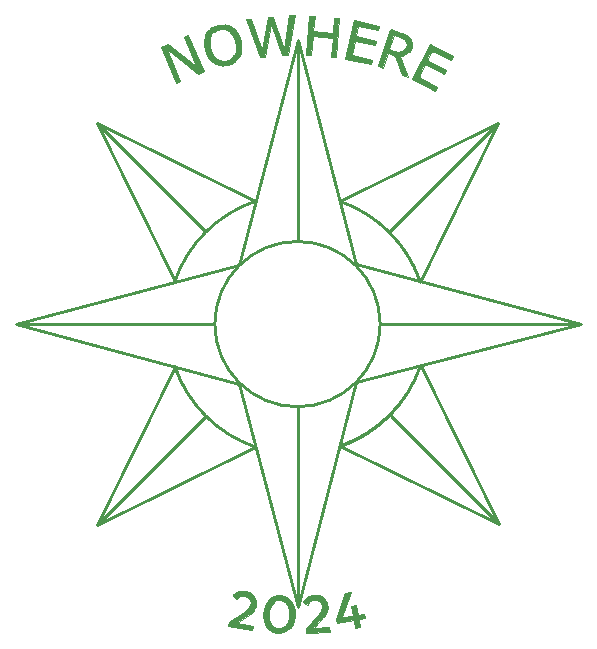
<source format=gto>
G04*
G04 #@! TF.GenerationSoftware,Altium Limited,Altium Designer,21.8.1 (53)*
G04*
G04 Layer_Color=65535*
%FSLAX25Y25*%
%MOIN*%
G70*
G04*
G04 #@! TF.SameCoordinates,DAEDDD48-B243-4404-BE66-89772E550788*
G04*
G04*
G04 #@! TF.FilePolarity,Positive*
G04*
G01*
G75*
%ADD10C,0.01000*%
%ADD11C,0.00050*%
G36*
X168128Y259839D02*
X167801Y258330D01*
X161055Y259788D01*
X160299Y256291D01*
X167047Y254833D01*
X166720Y253326D01*
X159974Y254782D01*
X158948Y250043D01*
X165696Y248585D01*
X165370Y247077D01*
X156916Y248903D01*
X159674Y261664D01*
X168128Y259839D01*
D02*
G37*
G36*
X116154Y260259D02*
X116218Y260258D01*
X116286Y260256D01*
X116355Y260254D01*
X116429Y260250D01*
X116506Y260246D01*
X116586Y260240D01*
X116672Y260232D01*
X116762Y260223D01*
X116774Y260221D01*
X116798Y260218D01*
X116822Y260215D01*
X116846Y260212D01*
X116858Y260211D01*
X116858Y260211D01*
X116873Y260209D01*
X116938Y260200D01*
X117000Y260190D01*
X117064Y260180D01*
X117130Y260169D01*
X117198Y260156D01*
X117269Y260142D01*
X117341Y260127D01*
X117417Y260110D01*
X117497Y260090D01*
X117581Y260069D01*
X117672Y260044D01*
X117684Y260040D01*
X117709Y260033D01*
X117733Y260026D01*
X117758Y260019D01*
X117784Y260011D01*
X117811Y260002D01*
X117838Y259994D01*
X117866Y259985D01*
X117879Y259980D01*
X117895Y259975D01*
X117927Y259964D01*
X117959Y259953D01*
X117991Y259942D01*
X118026Y259930D01*
X118066Y259915D01*
X118105Y259900D01*
X118145Y259885D01*
X118198Y259864D01*
X118264Y259837D01*
X118330Y259809D01*
X118395Y259780D01*
X118500Y259732D01*
X118552Y259706D01*
X118987Y259464D01*
Y259464D01*
X118987Y259464D01*
X119380Y259193D01*
X119397Y259179D01*
X119422Y259160D01*
X119445Y259142D01*
X119467Y259125D01*
X119489Y259108D01*
X119510Y259091D01*
X119530Y259074D01*
X119549Y259058D01*
X119569Y259043D01*
X119587Y259027D01*
X119597Y259019D01*
X119959Y258685D01*
X120004Y258638D01*
X120051Y258590D01*
X120095Y258542D01*
X120139Y258495D01*
X120181Y258448D01*
X120223Y258401D01*
X120263Y258355D01*
X120300Y258310D01*
X120338Y258265D01*
X120375Y258220D01*
X120411Y258176D01*
X120446Y258131D01*
X120479Y258088D01*
X120512Y258045D01*
X120545Y258001D01*
X120577Y257957D01*
X120608Y257915D01*
X120639Y257872D01*
X120669Y257829D01*
X120699Y257785D01*
X120728Y257744D01*
X120756Y257701D01*
X120784Y257659D01*
X120785Y257657D01*
X120822Y257600D01*
X120856Y257546D01*
X120891Y257491D01*
X120923Y257437D01*
X120956Y257383D01*
X120986Y257332D01*
X121016Y257279D01*
X121046Y257227D01*
X121074Y257176D01*
X121102Y257125D01*
X121130Y257073D01*
X121157Y257021D01*
X121183Y256972D01*
X121209Y256921D01*
X121234Y256871D01*
X121259Y256820D01*
X121284Y256769D01*
X121308Y256717D01*
X121331Y256668D01*
X121354Y256618D01*
X121376Y256569D01*
X121399Y256518D01*
X121421Y256468D01*
X121442Y256417D01*
X121464Y256366D01*
X121484Y256317D01*
X121504Y256268D01*
X121524Y256219D01*
X121544Y256169D01*
X121563Y256119D01*
X121582Y256069D01*
X121601Y256018D01*
X121620Y255967D01*
X121638Y255917D01*
X121657Y255865D01*
X121675Y255814D01*
X121692Y255765D01*
X121708Y255715D01*
X121725Y255666D01*
X121741Y255616D01*
X121757Y255566D01*
X121773Y255516D01*
X121789Y255465D01*
X121805Y255414D01*
X121820Y255363D01*
X121835Y255312D01*
X121850Y255260D01*
X121865Y255209D01*
X121879Y255157D01*
X121894Y255104D01*
X121908Y255052D01*
X121922Y254999D01*
X121929Y254974D01*
X121943Y254918D01*
X121957Y254865D01*
X121970Y254812D01*
X121983Y254760D01*
X121995Y254707D01*
X122008Y254655D01*
X122020Y254603D01*
X122031Y254551D01*
X122043Y254499D01*
X122054Y254447D01*
X122065Y254395D01*
X122075Y254344D01*
X122085Y254292D01*
X122095Y254241D01*
X122105Y254189D01*
X122114Y254138D01*
X122124Y254087D01*
X122133Y254034D01*
X122142Y253980D01*
X122150Y253926D01*
X122159Y253873D01*
X122167Y253820D01*
X122174Y253766D01*
X122181Y253713D01*
X122188Y253661D01*
X122195Y253608D01*
X122201Y253555D01*
X122207Y253500D01*
X122213Y253445D01*
X122219Y253390D01*
X122224Y253335D01*
X122229Y253280D01*
X122233Y253225D01*
X122238Y253168D01*
X122242Y253111D01*
X122245Y253054D01*
X122248Y252997D01*
X122251Y252941D01*
X122253Y252882D01*
X122255Y252822D01*
X122256Y252764D01*
X122257Y252705D01*
X122258Y252644D01*
X122258Y252583D01*
X122258Y252522D01*
X122257Y252458D01*
X122255Y252395D01*
X122253Y252330D01*
X122250Y252264D01*
X122247Y252196D01*
X122243Y252129D01*
X122239Y252069D01*
X122235Y252021D01*
X122231Y251976D01*
X122227Y251930D01*
X122223Y251885D01*
X122218Y251840D01*
X122213Y251796D01*
X122208Y251751D01*
X122203Y251707D01*
X122197Y251660D01*
X122191Y251614D01*
X122185Y251567D01*
X122178Y251521D01*
X122171Y251476D01*
X122163Y251430D01*
X122155Y251382D01*
X122147Y251334D01*
X122138Y251287D01*
X122129Y251239D01*
X122120Y251192D01*
X122109Y251143D01*
X122099Y251094D01*
X122088Y251045D01*
X122076Y250994D01*
X122064Y250944D01*
X122051Y250893D01*
X122037Y250841D01*
X122023Y250789D01*
X122008Y250735D01*
X121993Y250681D01*
X121976Y250625D01*
X121958Y250567D01*
X121939Y250510D01*
X121919Y250451D01*
X121897Y250390D01*
X121875Y250327D01*
X121850Y250263D01*
X121823Y250194D01*
X121795Y250124D01*
X121793Y250120D01*
X121610Y249735D01*
X121501Y249542D01*
X121380Y249335D01*
X121265Y249166D01*
X121132Y248972D01*
D01*
X120840Y248621D01*
X120580Y248358D01*
X120493Y248272D01*
X120492Y248271D01*
X120109Y247954D01*
X119752Y247704D01*
X119731Y247691D01*
X119678Y247657D01*
X119625Y247625D01*
X119575Y247595D01*
X119524Y247565D01*
X119474Y247537D01*
X119424Y247509D01*
X119376Y247483D01*
X119327Y247457D01*
X119281Y247433D01*
X119234Y247409D01*
X119186Y247385D01*
X119141Y247362D01*
X119095Y247340D01*
X119048Y247319D01*
X119002Y247297D01*
X118957Y247277D01*
X118912Y247257D01*
X118867Y247237D01*
X118822Y247218D01*
X118776Y247199D01*
X118733Y247181D01*
X118689Y247163D01*
X118644Y247146D01*
X118600Y247129D01*
X118555Y247112D01*
X118510Y247095D01*
X118465Y247078D01*
X118422Y247063D01*
X118379Y247048D01*
X118336Y247033D01*
X118292Y247018D01*
X118248Y247004D01*
X118204Y246989D01*
X118159Y246975D01*
X118115Y246961D01*
X118070Y246947D01*
X118025Y246934D01*
X117980Y246920D01*
X117937Y246908D01*
X117894Y246896D01*
X117850Y246884D01*
X117807Y246872D01*
X117763Y246861D01*
X117746Y246856D01*
X117693Y246842D01*
X117642Y246830D01*
X117592Y246817D01*
X117541Y246805D01*
X117491Y246794D01*
X117438Y246782D01*
X117385Y246770D01*
X117332Y246759D01*
X117279Y246748D01*
X117227Y246738D01*
X117172Y246728D01*
X117117Y246718D01*
X117062Y246708D01*
X117005Y246699D01*
X116947Y246690D01*
X116890Y246681D01*
X116831Y246673D01*
X116771Y246665D01*
X116712Y246658D01*
X116650Y246651D01*
X116588Y246645D01*
X116525Y246639D01*
X116461Y246633D01*
X116394Y246628D01*
X116326Y246624D01*
X116255Y246620D01*
X116182Y246617D01*
X116106Y246614D01*
X116028Y246613D01*
X115948Y246612D01*
X115863Y246613D01*
X115773Y246615D01*
X115682Y246618D01*
X115199Y246659D01*
X114732Y246738D01*
X114703Y246744D01*
X114620Y246763D01*
X114530Y246785D01*
X114518Y246789D01*
X114494Y246795D01*
X114470Y246801D01*
X114446Y246808D01*
X114420Y246814D01*
X114394Y246822D01*
X114367Y246830D01*
X114340Y246837D01*
X114312Y246846D01*
X114281Y246855D01*
X114250Y246865D01*
X114219Y246874D01*
X114185Y246886D01*
X114146Y246898D01*
X114108Y246912D01*
X114070Y246925D01*
X114021Y246942D01*
X113962Y246964D01*
X113904Y246987D01*
X113845Y247010D01*
X113735Y247056D01*
X113575Y247130D01*
X113417Y247208D01*
X113263Y247292D01*
X113187Y247337D01*
X113170Y247347D01*
X113135Y247368D01*
X113101Y247389D01*
X113066Y247411D01*
X113049Y247421D01*
X113000Y247453D01*
X112982Y247465D01*
X112962Y247478D01*
X112577Y247757D01*
X112577D01*
X112210Y248078D01*
X112165Y248121D01*
X112118Y248167D01*
X112073Y248213D01*
X112030Y248257D01*
X111988Y248301D01*
X111947Y248345D01*
X111907Y248389D01*
X111869Y248432D01*
X111831Y248475D01*
X111795Y248517D01*
X111759Y248559D01*
X111725Y248600D01*
X111691Y248641D01*
X111657Y248682D01*
X111626Y248723D01*
X111594Y248763D01*
X111563Y248804D01*
X111532Y248845D01*
X111502Y248884D01*
X111473Y248924D01*
X111444Y248964D01*
X111415Y249005D01*
X111386Y249045D01*
X111359Y249084D01*
X111333Y249124D01*
X111306Y249163D01*
X111278Y249205D01*
X111243Y249259D01*
X111211Y249309D01*
X111180Y249359D01*
X111149Y249410D01*
X111119Y249458D01*
X111090Y249507D01*
X111061Y249557D01*
X111034Y249604D01*
X111007Y249652D01*
X110980Y249700D01*
X110954Y249749D01*
X110927Y249798D01*
X110903Y249845D01*
X110878Y249892D01*
X110854Y249939D01*
X110830Y249987D01*
X110807Y250035D01*
X110783Y250084D01*
X110761Y250130D01*
X110739Y250177D01*
X110718Y250223D01*
X110696Y250270D01*
X110675Y250318D01*
X110654Y250366D01*
X110633Y250414D01*
X110613Y250462D01*
X110593Y250508D01*
X110574Y250554D01*
X110556Y250600D01*
X110537Y250647D01*
X110518Y250694D01*
X110500Y250741D01*
X110482Y250789D01*
X110464Y250836D01*
X110446Y250885D01*
X110429Y250933D01*
X110411Y250981D01*
X110394Y251030D01*
X110377Y251079D01*
X110361Y251129D01*
X110345Y251175D01*
X110329Y251222D01*
X110314Y251269D01*
X110299Y251317D01*
X110284Y251364D01*
X110269Y251412D01*
X110255Y251460D01*
X110240Y251508D01*
X110226Y251557D01*
X110212Y251606D01*
X110198Y251655D01*
X110184Y251704D01*
X110170Y251753D01*
X110157Y251803D01*
X110144Y251853D01*
X110135Y251888D01*
X110121Y251940D01*
X110108Y251989D01*
X110096Y252038D01*
X110083Y252091D01*
X110071Y252143D01*
X110059Y252194D01*
X110047Y252246D01*
X110035Y252298D01*
X110024Y252349D01*
X110013Y252400D01*
X110002Y252452D01*
X109992Y252503D01*
X109981Y252554D01*
X109971Y252605D01*
X109962Y252655D01*
X109952Y252706D01*
X109943Y252757D01*
X109934Y252807D01*
X109926Y252857D01*
X109918Y252907D01*
X109910Y252957D01*
X109902Y253010D01*
X109894Y253063D01*
X109886Y253115D01*
X109879Y253168D01*
X109872Y253220D01*
X109866Y253272D01*
X109860Y253324D01*
X109854Y253376D01*
X109848Y253428D01*
X109843Y253482D01*
X109838Y253536D01*
X109833Y253590D01*
X109828Y253644D01*
X109824Y253698D01*
X109820Y253752D01*
X109817Y253805D01*
X109814Y253862D01*
X109811Y253918D01*
X109809Y253974D01*
X109807Y254029D01*
X109805Y254085D01*
X109804Y254143D01*
X109803Y254201D01*
X109803Y254258D01*
X109803Y254265D01*
X109803Y254280D01*
X109803Y254294D01*
X109803Y254309D01*
X109803Y254316D01*
X109803Y254316D01*
X109803Y254376D01*
X109804Y254436D01*
X109806Y254495D01*
X109808Y254557D01*
X109810Y254619D01*
X109814Y254684D01*
X109818Y254748D01*
X109819Y254764D01*
X109822Y254820D01*
X109827Y254873D01*
X109831Y254925D01*
X109836Y254978D01*
X109842Y255033D01*
X109848Y255088D01*
X109854Y255142D01*
X109861Y255200D01*
X109869Y255256D01*
X109877Y255313D01*
X109885Y255371D01*
X109895Y255430D01*
X109905Y255491D01*
X109916Y255551D01*
X109928Y255614D01*
X109941Y255679D01*
X109954Y255743D01*
X109969Y255810D01*
X109985Y255878D01*
X110002Y255949D01*
X110021Y256022D01*
X110042Y256099D01*
X110064Y256177D01*
X110089Y256261D01*
X110118Y256350D01*
X110122Y256362D01*
X110130Y256386D01*
X110138Y256410D01*
X110146Y256434D01*
X110150Y256446D01*
X110155Y256459D01*
X110164Y256485D01*
X110173Y256511D01*
X110182Y256537D01*
X110193Y256564D01*
X110204Y256594D01*
X110215Y256623D01*
X110226Y256652D01*
X110239Y256684D01*
X110252Y256718D01*
X110267Y256753D01*
X110281Y256787D01*
X110298Y256827D01*
X110318Y256873D01*
X110338Y256918D01*
X110359Y256964D01*
X110381Y257010D01*
X110404Y257058D01*
X110427Y257105D01*
X110451Y257153D01*
X110463Y257176D01*
X110480Y257210D01*
X110517Y257278D01*
X110555Y257345D01*
X110593Y257411D01*
X110645Y257497D01*
X110712Y257602D01*
X110781Y257705D01*
X110853Y257806D01*
X110902Y257872D01*
X110926Y257903D01*
X110951Y257935D01*
X110976Y257966D01*
X110988Y257982D01*
X110998Y257994D01*
X111018Y258018D01*
X111038Y258043D01*
X111058Y258067D01*
X111077Y258089D01*
X111094Y258109D01*
X111112Y258130D01*
X111129Y258150D01*
X111138Y258160D01*
D01*
X111486Y258516D01*
X111521Y258548D01*
X111569Y258592D01*
X111615Y258633D01*
X111661Y258672D01*
X111705Y258710D01*
X111748Y258746D01*
X111792Y258781D01*
X111834Y258814D01*
X111876Y258847D01*
X111917Y258879D01*
X111958Y258910D01*
X111994Y258937D01*
X112021Y258956D01*
X112074Y258994D01*
X112128Y259032D01*
X112182Y259069D01*
X112228Y259100D01*
X112266Y259125D01*
X112304Y259150D01*
X112342Y259174D01*
X112377Y259196D01*
X112409Y259216D01*
X112441Y259236D01*
X112473Y259255D01*
X112489Y259264D01*
X112503Y259273D01*
X112531Y259289D01*
X112559Y259306D01*
X112587Y259322D01*
X112601Y259330D01*
X112614Y259337D01*
X112640Y259352D01*
X112666Y259366D01*
X112691Y259380D01*
X112705Y259387D01*
Y259387D01*
X112800Y259438D01*
X112890Y259484D01*
X112977Y259527D01*
X113059Y259566D01*
X113138Y259603D01*
X113215Y259637D01*
X113288Y259668D01*
X113360Y259698D01*
X113429Y259726D01*
X113500Y259754D01*
X113568Y259780D01*
X113634Y259804D01*
X113701Y259828D01*
X113765Y259850D01*
X113828Y259871D01*
X113891Y259892D01*
X113954Y259912D01*
X114016Y259931D01*
X114077Y259949D01*
X114137Y259966D01*
X114196Y259983D01*
X114256Y259999D01*
X114306Y260013D01*
X114355Y260025D01*
X114401Y260037D01*
X114447Y260048D01*
X114493Y260059D01*
X114539Y260070D01*
X114585Y260081D01*
X114631Y260091D01*
X114676Y260101D01*
X114722Y260110D01*
X114770Y260120D01*
X114818Y260129D01*
X114866Y260139D01*
X114914Y260147D01*
X114961Y260156D01*
X115009Y260164D01*
X115057Y260172D01*
X115106Y260180D01*
X115156Y260187D01*
X115206Y260194D01*
X115256Y260201D01*
X115305Y260208D01*
X115358Y260214D01*
X115410Y260220D01*
X115461Y260225D01*
X115513Y260230D01*
X115567Y260235D01*
X115621Y260240D01*
X115675Y260244D01*
X115731Y260247D01*
X115787Y260250D01*
X115846Y260253D01*
X115904Y260255D01*
X115965Y260257D01*
X116025Y260258D01*
X116088Y260259D01*
X116154Y260259D01*
D02*
G37*
G36*
X137653Y250144D02*
X135694Y249977D01*
X132027Y260542D01*
X130256Y249515D01*
X128341Y249353D01*
X123775Y262068D01*
X125558Y262219D01*
X129227Y251637D01*
X131013Y262683D01*
X132779Y262833D01*
X136439Y252144D01*
X138244Y263297D01*
X139948Y263442D01*
X137653Y250144D01*
D02*
G37*
G36*
X146608Y263105D02*
X146198Y258000D01*
X152728Y257476D01*
X153138Y262581D01*
X154878Y262441D01*
X153833Y249427D01*
X152092Y249567D01*
X152605Y255938D01*
X146074Y256462D01*
X145564Y250091D01*
X143823Y250230D01*
X144867Y263245D01*
X146608Y263105D01*
D02*
G37*
G36*
X192683Y249836D02*
X191984Y248460D01*
X185829Y251585D01*
X184209Y248395D01*
X190364Y245270D01*
X189666Y243894D01*
X183511Y247019D01*
X181316Y242695D01*
X187471Y239571D01*
X186772Y238195D01*
X179060Y242109D01*
X184971Y253751D01*
X192683Y249836D01*
D02*
G37*
G36*
X109631Y244755D02*
X107646Y243904D01*
X97327Y252191D01*
X101923Y241454D01*
X100425Y240812D01*
X95285Y252815D01*
X97774Y253881D01*
X107191Y246313D01*
X102993Y256115D01*
X104493Y256756D01*
X109631Y244755D01*
D02*
G37*
G36*
X175500Y257484D02*
X175526Y257474D01*
X175551Y257466D01*
X175575Y257457D01*
X175600Y257448D01*
X175624Y257439D01*
X175646Y257432D01*
X175668Y257423D01*
X175689Y257416D01*
X175711Y257408D01*
X175733Y257400D01*
X175754Y257392D01*
X175775Y257384D01*
X175797Y257376D01*
X175818Y257368D01*
X175839Y257360D01*
X175860Y257352D01*
X175881Y257344D01*
X175902Y257336D01*
X175923Y257328D01*
X175944Y257320D01*
X175964Y257312D01*
X175985Y257304D01*
X176005Y257296D01*
X176025Y257288D01*
X176046Y257279D01*
X176066Y257272D01*
X176086Y257263D01*
X176106Y257255D01*
X176126Y257247D01*
X176146Y257239D01*
X176166Y257231D01*
X176185Y257223D01*
X176205Y257215D01*
X176225Y257207D01*
X176244Y257199D01*
X176263Y257191D01*
X176283Y257183D01*
X176302Y257175D01*
X176319Y257168D01*
X176336Y257160D01*
X176353Y257153D01*
X176370Y257146D01*
X176387Y257139D01*
X176404Y257131D01*
X176421Y257124D01*
X176437Y257117D01*
X176454Y257110D01*
X176471Y257102D01*
X176487Y257095D01*
X176504Y257088D01*
X176520Y257081D01*
X176536Y257073D01*
X176553Y257066D01*
X176569Y257059D01*
X176585Y257051D01*
X176601Y257044D01*
X176617Y257037D01*
X176633Y257030D01*
X176649Y257022D01*
X176664Y257015D01*
X176680Y257008D01*
X176696Y257000D01*
X176711Y256993D01*
X176727Y256986D01*
X176742Y256978D01*
X176757Y256971D01*
X176773Y256964D01*
X176788Y256957D01*
X176803Y256949D01*
X176818Y256942D01*
X176833Y256934D01*
X176848Y256927D01*
X176863Y256920D01*
X176878Y256913D01*
X176892Y256905D01*
X176907Y256898D01*
X176921Y256891D01*
X176936Y256883D01*
X176951Y256876D01*
X176963Y256869D01*
X176976Y256863D01*
X176989Y256856D01*
X177001Y256850D01*
X177014Y256843D01*
X177026Y256837D01*
X177039Y256830D01*
X177051Y256824D01*
X177064Y256817D01*
X177076Y256811D01*
X177088Y256804D01*
X177100Y256798D01*
X177112Y256791D01*
X177124Y256785D01*
X177136Y256778D01*
X177148Y256771D01*
X177160Y256765D01*
X177172Y256758D01*
X177184Y256752D01*
X177196Y256745D01*
X177207Y256739D01*
X177219Y256732D01*
X177231Y256726D01*
X177242Y256719D01*
X177254Y256713D01*
X177265Y256706D01*
X177276Y256699D01*
X177288Y256693D01*
X177299Y256686D01*
X177310Y256680D01*
X177317Y256676D01*
X177352Y256655D01*
X177386Y256634D01*
X177420Y256613D01*
X177454Y256592D01*
X177489Y256570D01*
X177523Y256547D01*
X177559Y256523D01*
X177595Y256499D01*
X177631Y256473D01*
X177668Y256447D01*
X177707Y256420D01*
X177745Y256391D01*
X177785Y256361D01*
X177825Y256330D01*
X177866Y256297D01*
X177909Y256262D01*
X177953Y256224D01*
X178000Y256184D01*
X178048Y256141D01*
X178100Y256093D01*
X178100Y256093D01*
X178107Y256087D01*
X178121Y256073D01*
X178135Y256060D01*
X178148Y256047D01*
X178163Y256032D01*
X178178Y256017D01*
X178194Y256002D01*
X178209Y255987D01*
X178216Y255979D01*
X178225Y255970D01*
X178243Y255952D01*
X178261Y255933D01*
X178278Y255914D01*
X178287Y255905D01*
X178298Y255893D01*
X178320Y255869D01*
X178342Y255844D01*
X178364Y255819D01*
X178389Y255791D01*
X178415Y255760D01*
X178441Y255729D01*
X178467Y255697D01*
X178479Y255681D01*
X178502Y255652D01*
X178524Y255625D01*
X178546Y255595D01*
X178568Y255566D01*
X178590Y255535D01*
X178612Y255504D01*
X178635Y255471D01*
X178657Y255437D01*
X178680Y255403D01*
X178703Y255368D01*
X178726Y255330D01*
X178750Y255292D01*
X178774Y255250D01*
X178800Y255205D01*
X178826Y255157D01*
X178853Y255107D01*
X178853Y255107D01*
X178857Y255100D01*
X178864Y255085D01*
X178871Y255071D01*
X178878Y255057D01*
X178886Y255042D01*
X178894Y255026D01*
X178902Y255010D01*
X178909Y254993D01*
X178913Y254985D01*
X178917Y254976D01*
X178926Y254957D01*
X178934Y254939D01*
X178943Y254920D01*
X178952Y254899D01*
X178962Y254875D01*
X178972Y254851D01*
X178981Y254828D01*
X178994Y254796D01*
X179009Y254756D01*
X179024Y254716D01*
X179038Y254677D01*
X179061Y254608D01*
X179091Y254510D01*
X179118Y254411D01*
X179141Y254311D01*
X179151Y254260D01*
X179154Y254246D01*
X179161Y254206D01*
X179167Y254169D01*
X179172Y254134D01*
X179177Y254100D01*
X179181Y254069D01*
X179184Y254038D01*
X179187Y254008D01*
X179190Y253979D01*
X179192Y253951D01*
X179193Y253923D01*
X179195Y253897D01*
X179196Y253871D01*
X179197Y253844D01*
X179198Y253819D01*
X179198Y253795D01*
X179198Y253770D01*
X179198Y253746D01*
X179198Y253723D01*
X179198Y253699D01*
X179197Y253675D01*
X179196Y253651D01*
X179195Y253629D01*
X179194Y253607D01*
X179193Y253585D01*
X179191Y253562D01*
X179190Y253540D01*
X179188Y253518D01*
X179186Y253495D01*
X179184Y253474D01*
X179182Y253453D01*
X179180Y253432D01*
X179177Y253411D01*
X179175Y253390D01*
X179172Y253369D01*
X179169Y253347D01*
X179166Y253326D01*
X179164Y253305D01*
X179160Y253283D01*
X179157Y253263D01*
X179154Y253244D01*
X179151Y253224D01*
X179147Y253204D01*
X179144Y253184D01*
X179140Y253164D01*
X179136Y253144D01*
X179132Y253124D01*
X179128Y253104D01*
X179124Y253084D01*
X179120Y253064D01*
X179115Y253043D01*
X179111Y253023D01*
X179106Y253003D01*
X179101Y252982D01*
X179096Y252962D01*
X179091Y252941D01*
X179086Y252921D01*
X179081Y252900D01*
X179076Y252879D01*
X179070Y252859D01*
X179064Y252838D01*
X179059Y252817D01*
X179053Y252798D01*
X179048Y252779D01*
X179042Y252760D01*
X179037Y252741D01*
X179031Y252722D01*
X179025Y252702D01*
X179019Y252683D01*
X179013Y252664D01*
X179007Y252645D01*
X179001Y252625D01*
X178994Y252606D01*
X178988Y252587D01*
X178981Y252567D01*
X178975Y252548D01*
X178968Y252528D01*
X178961Y252508D01*
X178954Y252489D01*
X178943Y252457D01*
X178932Y252428D01*
X178921Y252399D01*
X178911Y252370D01*
X178900Y252342D01*
X178889Y252313D01*
X178877Y252285D01*
X178866Y252257D01*
X178855Y252229D01*
X178843Y252202D01*
X178831Y252174D01*
X178820Y252147D01*
X178807Y252120D01*
X178795Y252093D01*
X178782Y252063D01*
X178769Y252034D01*
X178755Y252005D01*
X178741Y251977D01*
X178727Y251948D01*
X178713Y251920D01*
X178699Y251891D01*
X178685Y251864D01*
X178669Y251834D01*
X178653Y251804D01*
X178637Y251774D01*
X178621Y251745D01*
X178604Y251715D01*
X178587Y251687D01*
X178569Y251656D01*
X178551Y251625D01*
X178533Y251595D01*
X178514Y251565D01*
X178494Y251533D01*
X178473Y251501D01*
X178453Y251469D01*
X178430Y251436D01*
X178407Y251404D01*
X178383Y251369D01*
X178358Y251335D01*
X178332Y251299D01*
X178304Y251262D01*
X178274Y251224D01*
X178242Y251184D01*
X178207Y251143D01*
X178171Y251100D01*
X178131Y251055D01*
X178126Y251049D01*
X178114Y251036D01*
X178103Y251024D01*
X178091Y251011D01*
X178079Y250998D01*
X178067Y250985D01*
X178054Y250971D01*
X178041Y250958D01*
X178026Y250943D01*
X178011Y250928D01*
X177995Y250912D01*
X177979Y250897D01*
X177971Y250889D01*
X177961Y250879D01*
X177941Y250859D01*
X177920Y250839D01*
X177899Y250820D01*
X177888Y250811D01*
X177841Y250768D01*
X177745Y250687D01*
X177646Y250610D01*
X177543Y250536D01*
X177491Y250502D01*
X177419Y250454D01*
X177272Y250365D01*
X177121Y250283D01*
X176967Y250208D01*
X176875Y250167D01*
X176849Y250156D01*
X176823Y250145D01*
X176796Y250134D01*
X176783Y250129D01*
X176772Y250124D01*
X176749Y250115D01*
X176727Y250107D01*
X176705Y250098D01*
X176684Y250090D01*
X176664Y250083D01*
X176644Y250076D01*
X176624Y250068D01*
X176605Y250062D01*
X176588Y250056D01*
X176570Y250050D01*
X176552Y250044D01*
X176544Y250041D01*
X176477Y250019D01*
X176414Y250000D01*
X176356Y249983D01*
X176299Y249967D01*
X176244Y249953D01*
X176192Y249940D01*
X176141Y249928D01*
X176090Y249917D01*
X176042Y249907D01*
X175995Y249897D01*
X175948Y249888D01*
X175904Y249881D01*
X175859Y249873D01*
X175814Y249866D01*
X175771Y249859D01*
X175728Y249853D01*
X175685Y249848D01*
X175645Y249843D01*
X175158Y249808D01*
X175306Y249428D01*
X175348Y249320D01*
X177682Y243337D01*
X177334Y242978D01*
X175765Y243535D01*
X173365Y249896D01*
X171047Y250719D01*
X169429Y246161D01*
X168977Y245946D01*
X167665Y246412D01*
X171917Y258382D01*
X172369Y258597D01*
X175500Y257484D01*
D02*
G37*
G36*
X123293Y71399D02*
D01*
X123786Y71332D01*
X123844Y71321D01*
X123904Y71310D01*
X123963Y71297D01*
X124022Y71284D01*
X124081Y71270D01*
X124139Y71255D01*
X124197Y71240D01*
X124255Y71224D01*
X124312Y71208D01*
X124368Y71191D01*
X124424Y71173D01*
X124480Y71154D01*
X124535Y71136D01*
X124590Y71116D01*
X124651Y71094D01*
X124710Y71070D01*
X124770Y71046D01*
X124828Y71022D01*
X124887Y70996D01*
X124944Y70970D01*
X125001Y70943D01*
X125057Y70915D01*
X125113Y70887D01*
X125115Y70886D01*
X125516Y70648D01*
D01*
X125895Y70355D01*
X125903Y70348D01*
X125921Y70332D01*
X125939Y70316D01*
X125957Y70300D01*
X125975Y70283D01*
X125994Y70266D01*
X126012Y70248D01*
X126030Y70230D01*
X126049Y70211D01*
X126070Y70191D01*
X126090Y70171D01*
X126109Y70151D01*
X126130Y70129D01*
X126153Y70105D01*
X126175Y70081D01*
X126197Y70057D01*
X126222Y70029D01*
X126249Y69997D01*
X126276Y69965D01*
X126303Y69933D01*
X126316Y69917D01*
X126339Y69888D01*
X126385Y69829D01*
X126429Y69769D01*
X126472Y69708D01*
X126529Y69623D01*
X126598Y69512D01*
X126663Y69399D01*
X126723Y69283D01*
X126760Y69206D01*
X126776Y69170D01*
X126792Y69134D01*
X126808Y69098D01*
X126822Y69065D01*
X126833Y69037D01*
X126845Y69008D01*
X126856Y68980D01*
X126861Y68966D01*
X126866Y68953D01*
X126875Y68929D01*
X126884Y68904D01*
X126893Y68879D01*
X126899Y68861D01*
X127020Y68419D01*
X127023Y68407D01*
X127023Y68407D01*
X127091Y67949D01*
X127092Y67935D01*
X127096Y67882D01*
X127100Y67828D01*
X127102Y67774D01*
X127104Y67720D01*
X127106Y67672D01*
X127107Y67624D01*
X127107Y67575D01*
X127107Y67527D01*
X127106Y67478D01*
X127105Y67429D01*
X127103Y67379D01*
X127101Y67330D01*
X127098Y67280D01*
X127095Y67230D01*
X127091Y67187D01*
X127088Y67144D01*
X127084Y67100D01*
X127079Y67057D01*
X127074Y67013D01*
X127069Y66969D01*
X127063Y66925D01*
X127057Y66881D01*
X127050Y66836D01*
X127043Y66791D01*
X127036Y66747D01*
X127028Y66702D01*
X127024Y66679D01*
X127020Y66654D01*
X127016Y66633D01*
X127012Y66613D01*
X127008Y66592D01*
X127004Y66571D01*
X127000Y66551D01*
X126995Y66531D01*
X126991Y66510D01*
X126987Y66490D01*
X126981Y66466D01*
X126976Y66442D01*
X126970Y66418D01*
X126965Y66394D01*
X126959Y66371D01*
X126953Y66347D01*
X126947Y66324D01*
X126941Y66300D01*
X126935Y66277D01*
X126929Y66254D01*
X126921Y66227D01*
X126914Y66200D01*
X126906Y66174D01*
X126898Y66147D01*
X126890Y66121D01*
X126882Y66095D01*
X126873Y66065D01*
X126863Y66036D01*
X126853Y66006D01*
X126842Y65974D01*
X126836Y65958D01*
X126667Y65555D01*
X126554Y65354D01*
X126436Y65149D01*
X126170Y64786D01*
X126153Y64765D01*
X126136Y64745D01*
X126119Y64724D01*
X126103Y64707D01*
X126088Y64689D01*
X126073Y64672D01*
X126058Y64655D01*
X126042Y64637D01*
X126026Y64620D01*
X126011Y64603D01*
X125995Y64586D01*
X125979Y64568D01*
X125965Y64554D01*
X125952Y64540D01*
X125938Y64526D01*
X125924Y64511D01*
X125910Y64497D01*
X125897Y64483D01*
X125883Y64469D01*
X125869Y64454D01*
X125854Y64440D01*
X125840Y64426D01*
X125826Y64412D01*
X125811Y64398D01*
X125797Y64384D01*
X125782Y64370D01*
X125768Y64355D01*
X125753Y64341D01*
X125738Y64327D01*
X125723Y64313D01*
X125711Y64302D01*
X125699Y64291D01*
X125687Y64280D01*
X125674Y64268D01*
X125662Y64257D01*
X125650Y64246D01*
X125637Y64235D01*
X125625Y64223D01*
X125612Y64212D01*
X125600Y64201D01*
X125587Y64190D01*
X125575Y64179D01*
X125562Y64168D01*
X125549Y64156D01*
X125536Y64145D01*
X125523Y64134D01*
X125510Y64123D01*
X125497Y64112D01*
X125484Y64100D01*
X125471Y64089D01*
X125458Y64078D01*
X125444Y64067D01*
X125431Y64056D01*
X125418Y64045D01*
X125404Y64034D01*
X125391Y64022D01*
X125377Y64011D01*
X125363Y64000D01*
X125350Y63989D01*
X125336Y63978D01*
X125322Y63967D01*
X125308Y63955D01*
X125294Y63944D01*
X125280Y63933D01*
X125266Y63922D01*
X125252Y63911D01*
X125238Y63899D01*
X125224Y63888D01*
X125209Y63877D01*
X125195Y63866D01*
X125180Y63855D01*
X125166Y63844D01*
X125152Y63832D01*
X125141Y63824D01*
X125129Y63815D01*
X125119Y63807D01*
X125108Y63799D01*
X125096Y63790D01*
X125085Y63782D01*
X125074Y63773D01*
X125063Y63765D01*
X125052Y63756D01*
X125029Y63740D01*
X125018Y63731D01*
X125006Y63723D01*
X124984Y63706D01*
X124960Y63689D01*
X124949Y63680D01*
X124937Y63672D01*
X124926Y63663D01*
X124902Y63646D01*
X124891Y63638D01*
X124879Y63629D01*
X124855Y63612D01*
X124843Y63604D01*
X124831Y63595D01*
X124808Y63578D01*
X124796Y63570D01*
X124784Y63561D01*
X124759Y63544D01*
X124735Y63527D01*
X124723Y63518D01*
X120924Y60856D01*
X126021Y59931D01*
X125733Y58343D01*
X118249Y59700D01*
X117964Y60111D01*
X118135Y61052D01*
X118120Y61073D01*
X123627Y64943D01*
X123641Y64953D01*
X123663Y64968D01*
X123685Y64984D01*
X123707Y64999D01*
X123712Y65003D01*
X123718Y65007D01*
X123734Y65019D01*
X123750Y65030D01*
X123766Y65042D01*
X123782Y65053D01*
X123787Y65057D01*
X123792Y65061D01*
X123803Y65068D01*
X123819Y65079D01*
X123834Y65091D01*
X123855Y65106D01*
X123870Y65117D01*
X123891Y65132D01*
X123906Y65143D01*
X123921Y65154D01*
X123936Y65166D01*
X123946Y65173D01*
X123966Y65188D01*
X123976Y65195D01*
X123990Y65206D01*
X124005Y65217D01*
X124020Y65228D01*
X124034Y65240D01*
X124051Y65252D01*
X124058Y65258D01*
X124072Y65269D01*
X124079Y65274D01*
X124093Y65285D01*
X124108Y65296D01*
X124114Y65302D01*
X124128Y65313D01*
X124142Y65324D01*
X124156Y65334D01*
X124163Y65340D01*
X124176Y65351D01*
X124183Y65356D01*
X124197Y65367D01*
X124203Y65373D01*
X124210Y65378D01*
X124217Y65384D01*
X124223Y65389D01*
X124237Y65400D01*
X124243Y65405D01*
X124250Y65411D01*
X124256Y65416D01*
X124263Y65422D01*
X124269Y65427D01*
X124276Y65433D01*
X124282Y65438D01*
X124289Y65443D01*
X124295Y65449D01*
X124308Y65460D01*
X124320Y65471D01*
X124333Y65482D01*
X124339Y65487D01*
X124346Y65492D01*
X124352Y65498D01*
X124358Y65503D01*
X124371Y65514D01*
X124377Y65520D01*
X124383Y65525D01*
X124389Y65531D01*
X124395Y65536D01*
X124401Y65542D01*
X124413Y65553D01*
X124421Y65560D01*
X124429Y65567D01*
X124437Y65574D01*
X124445Y65582D01*
X124453Y65589D01*
X124460Y65596D01*
X124468Y65604D01*
X124476Y65611D01*
X124484Y65618D01*
X124491Y65626D01*
X124499Y65633D01*
X124507Y65640D01*
X124514Y65648D01*
X124522Y65655D01*
X124529Y65663D01*
X124537Y65670D01*
X124544Y65677D01*
X124551Y65685D01*
X124559Y65692D01*
X124566Y65700D01*
X124573Y65707D01*
X124581Y65715D01*
X124588Y65722D01*
X124595Y65729D01*
X124604Y65739D01*
X124613Y65748D01*
X124621Y65758D01*
X124630Y65767D01*
X124639Y65776D01*
X124648Y65786D01*
X124656Y65795D01*
X124665Y65805D01*
X124673Y65815D01*
X124681Y65824D01*
X124690Y65834D01*
X124700Y65845D01*
X124710Y65857D01*
X124719Y65868D01*
X124729Y65880D01*
X124739Y65891D01*
X124748Y65903D01*
X124759Y65917D01*
X124770Y65931D01*
X124781Y65944D01*
X124792Y65958D01*
X124804Y65974D01*
X124816Y65990D01*
X124829Y66008D01*
X124842Y66026D01*
X124856Y66047D01*
X124872Y66069D01*
X124890Y66096D01*
X124910Y66127D01*
X124914Y66133D01*
X124920Y66144D01*
X124927Y66155D01*
X124934Y66166D01*
X124937Y66172D01*
X124953Y66198D01*
X124984Y66252D01*
X125013Y66306D01*
X125040Y66361D01*
X125053Y66389D01*
X125056Y66394D01*
X125060Y66403D01*
X125064Y66412D01*
X125068Y66422D01*
X125070Y66426D01*
X125070Y66426D01*
X125084Y66457D01*
X125096Y66486D01*
X125105Y66510D01*
X125115Y66534D01*
X125123Y66556D01*
X125131Y66576D01*
X125138Y66596D01*
X125145Y66616D01*
X125151Y66634D01*
X125157Y66651D01*
X125163Y66669D01*
X125169Y66688D01*
X125173Y66703D01*
X125178Y66719D01*
X125183Y66734D01*
X125188Y66750D01*
X125192Y66766D01*
X125197Y66782D01*
X125201Y66799D01*
X125205Y66815D01*
X125209Y66829D01*
X125212Y66842D01*
X125216Y66856D01*
X125219Y66870D01*
X125222Y66884D01*
X125226Y66898D01*
X125229Y66912D01*
X125232Y66926D01*
X125235Y66940D01*
X125238Y66954D01*
X125241Y66969D01*
X125244Y66983D01*
X125247Y66998D01*
X125250Y67012D01*
X125253Y67027D01*
X125256Y67042D01*
X125258Y67054D01*
X125263Y67082D01*
X125267Y67107D01*
X125271Y67132D01*
X125275Y67156D01*
X125278Y67181D01*
X125282Y67205D01*
X125285Y67229D01*
X125288Y67253D01*
X125291Y67277D01*
X125293Y67301D01*
X125295Y67326D01*
X125298Y67349D01*
X125300Y67373D01*
X125302Y67397D01*
X125303Y67421D01*
X125304Y67444D01*
X125306Y67467D01*
X125307Y67491D01*
X125308Y67514D01*
X125308Y67537D01*
X125309Y67561D01*
X125309Y67584D01*
X125309Y67607D01*
X125309Y67629D01*
X125308Y67656D01*
X125308Y67682D01*
X125306Y67709D01*
X125305Y67735D01*
X125304Y67761D01*
X125302Y67787D01*
X125300Y67813D01*
X125298Y67839D01*
X125295Y67864D01*
X125293Y67890D01*
X125289Y67915D01*
X125286Y67940D01*
X125283Y67965D01*
X125278Y67994D01*
X125274Y68022D01*
X125268Y68050D01*
X125263Y68078D01*
X125257Y68106D01*
X125251Y68134D01*
X125244Y68164D01*
X125236Y68195D01*
X125228Y68226D01*
X125220Y68256D01*
X125210Y68289D01*
X125199Y68322D01*
X125198Y68326D01*
X125195Y68335D01*
X125192Y68344D01*
X125189Y68353D01*
X125186Y68362D01*
X125183Y68371D01*
X125180Y68380D01*
X125176Y68389D01*
X125175Y68393D01*
X125173Y68398D01*
X125169Y68408D01*
X125166Y68417D01*
X125162Y68427D01*
X125160Y68432D01*
X125158Y68437D01*
X125154Y68447D01*
X125150Y68458D01*
X125146Y68468D01*
X125144Y68473D01*
X125141Y68478D01*
X125137Y68489D01*
X125132Y68500D01*
X125127Y68511D01*
X125125Y68516D01*
X125122Y68523D01*
X125116Y68535D01*
X125111Y68547D01*
X125105Y68559D01*
X125102Y68566D01*
X125099Y68573D01*
X125091Y68587D01*
X125084Y68602D01*
X125077Y68616D01*
X125073Y68623D01*
X125068Y68632D01*
X125058Y68651D01*
X125048Y68669D01*
X125038Y68687D01*
X125033Y68697D01*
X125004Y68744D01*
X124968Y68799D01*
X124943Y68837D01*
X124943Y68837D01*
X124877Y68925D01*
X124877Y68925D01*
X124805Y69010D01*
X124805Y69010D01*
X124767Y69051D01*
X124762Y69056D01*
X124762Y69057D01*
X124751Y69068D01*
X124750Y69068D01*
X124739Y69080D01*
X124739Y69080D01*
X124728Y69091D01*
X124728Y69091D01*
X124722Y69096D01*
X124722Y69097D01*
X124717Y69101D01*
X124717Y69102D01*
X124708Y69111D01*
X124707Y69111D01*
X124698Y69120D01*
X124697Y69121D01*
X124688Y69129D01*
X124687Y69130D01*
X124683Y69134D01*
X124682Y69135D01*
X124679Y69138D01*
X124678Y69139D01*
X124670Y69146D01*
X124668Y69147D01*
X124661Y69154D01*
X124658Y69157D01*
X124652Y69162D01*
X124649Y69165D01*
X124647Y69166D01*
X124643Y69170D01*
X124635Y69178D01*
X124626Y69185D01*
X124618Y69192D01*
X124613Y69196D01*
X124609Y69199D01*
X124602Y69206D01*
X124594Y69212D01*
X124586Y69219D01*
X124582Y69222D01*
X124578Y69225D01*
X124571Y69231D01*
X124563Y69237D01*
X124556Y69243D01*
X124552Y69246D01*
X124548Y69249D01*
X124540Y69254D01*
X124533Y69260D01*
X124529Y69263D01*
X124521Y69269D01*
X124493Y69290D01*
X124465Y69310D01*
X124464Y69310D01*
X124439Y69328D01*
X124438Y69328D01*
X124412Y69345D01*
X124412Y69346D01*
X124385Y69363D01*
X124385Y69363D01*
X124361Y69378D01*
X124361Y69378D01*
X124336Y69393D01*
X124336Y69393D01*
X124311Y69408D01*
X124311Y69408D01*
X124286Y69422D01*
X124286Y69422D01*
X124261Y69436D01*
X124260Y69436D01*
X124238Y69448D01*
X124238Y69448D01*
X124215Y69460D01*
X124215Y69460D01*
X124192Y69472D01*
X124192Y69472D01*
X124169Y69484D01*
X124169Y69484D01*
X124146Y69495D01*
X124146Y69495D01*
X124122Y69506D01*
X124122Y69506D01*
X124117Y69508D01*
X124098Y69517D01*
X124074Y69528D01*
X124050Y69538D01*
X124025Y69548D01*
X124004Y69557D01*
X123983Y69565D01*
X123961Y69574D01*
X123939Y69582D01*
X123917Y69590D01*
X123895Y69598D01*
X123873Y69606D01*
X123851Y69613D01*
X123828Y69621D01*
X123806Y69628D01*
X123783Y69635D01*
X123760Y69642D01*
X123737Y69649D01*
X123713Y69655D01*
X123690Y69662D01*
X123673Y69666D01*
X123666Y69668D01*
X123666Y69668D01*
X123642Y69674D01*
X123642Y69674D01*
X123618Y69680D01*
X123618Y69680D01*
X123594Y69686D01*
X123594Y69686D01*
X123570Y69691D01*
X123570Y69691D01*
X123546Y69697D01*
X123545Y69697D01*
X123521Y69702D01*
X123521Y69702D01*
X123496Y69707D01*
X123496Y69707D01*
X123471Y69712D01*
X123471Y69712D01*
X123446Y69717D01*
X123446Y69717D01*
X123429Y69720D01*
X123429Y69720D01*
X123377Y69729D01*
X123376Y69729D01*
X123324Y69737D01*
X123324Y69737D01*
X123317Y69738D01*
X123316Y69739D01*
X123303Y69740D01*
X123302Y69740D01*
X123289Y69742D01*
X123288Y69742D01*
X123275Y69744D01*
X123274Y69744D01*
X123268Y69745D01*
X123267Y69745D01*
X123261Y69746D01*
X123259Y69746D01*
X123246Y69748D01*
X123244Y69748D01*
X123231Y69750D01*
X123227Y69750D01*
X123217Y69751D01*
X123209Y69752D01*
X123209Y69752D01*
X123209Y69752D01*
X123202Y69753D01*
X123190Y69754D01*
X123186Y69755D01*
X123172Y69756D01*
X123170Y69756D01*
X123156Y69757D01*
X123155Y69758D01*
X123148Y69758D01*
X123147Y69758D01*
X123140Y69759D01*
X123139Y69759D01*
X123124Y69760D01*
X123123Y69760D01*
X123107Y69762D01*
X123107Y69762D01*
X123091Y69763D01*
X123090Y69763D01*
X123083Y69763D01*
X123082Y69763D01*
X123074Y69764D01*
X123073Y69764D01*
X123056Y69765D01*
X123055Y69765D01*
X123038Y69766D01*
X123038Y69766D01*
X123020Y69767D01*
X123020Y69767D01*
X123011Y69767D01*
X123011Y69768D01*
X123001Y69768D01*
X123001Y69768D01*
X122981Y69769D01*
X122980Y69769D01*
X122961Y69769D01*
X122960Y69769D01*
X122940Y69770D01*
X122940Y69770D01*
X122930Y69770D01*
X122930Y69770D01*
X122919Y69770D01*
X122919Y69770D01*
X122897Y69771D01*
X122896Y69771D01*
X122874Y69771D01*
X122874Y69771D01*
X122852Y69770D01*
X122851Y69771D01*
X122840Y69770D01*
X122840Y69770D01*
X122827Y69770D01*
X122827Y69770D01*
X122800Y69770D01*
X122799Y69770D01*
X122772Y69769D01*
X122772Y69769D01*
X122745Y69768D01*
X122745D01*
X122732Y69767D01*
X122731D01*
X122712Y69766D01*
X122673Y69764D01*
X122634Y69761D01*
X122596Y69757D01*
X122576Y69756D01*
X122498Y69747D01*
X122342Y69722D01*
X122342Y69722D01*
X122187Y69689D01*
X122187Y69689D01*
X122035Y69648D01*
X121960Y69624D01*
X121960Y69624D01*
X121946Y69620D01*
X121923Y69612D01*
X121919Y69611D01*
X121894Y69602D01*
X121893Y69602D01*
X121867Y69592D01*
X121866Y69592D01*
X121853Y69587D01*
X121853Y69587D01*
X121842Y69583D01*
X121842Y69583D01*
X121820Y69575D01*
X121820Y69574D01*
X121798Y69566D01*
X121798Y69566D01*
X121776Y69557D01*
X121776Y69557D01*
X121765Y69553D01*
X121765Y69553D01*
X121755Y69549D01*
X121755Y69549D01*
X121744Y69544D01*
X121735Y69541D01*
X121716Y69532D01*
X121696Y69524D01*
X121686Y69519D01*
X121678Y69516D01*
X121660Y69508D01*
X121643Y69500D01*
X121626Y69492D01*
X121617Y69488D01*
X121609Y69484D01*
X121594Y69477D01*
X121578Y69469D01*
X121562Y69461D01*
X121554Y69458D01*
X121547Y69454D01*
X121540Y69450D01*
X121532Y69446D01*
X121532Y69446D01*
X121517Y69438D01*
X121517Y69438D01*
X121502Y69431D01*
X121502Y69431D01*
X121495Y69427D01*
X121495Y69427D01*
X121488Y69423D01*
X121488Y69423D01*
X121474Y69416D01*
X121473Y69415D01*
X121460Y69408D01*
X121459Y69408D01*
X121446Y69401D01*
X121445Y69400D01*
X121439Y69397D01*
X121438Y69396D01*
X121432Y69393D01*
X121432Y69393D01*
X121419Y69386D01*
X121418Y69385D01*
X121406Y69378D01*
X121405Y69378D01*
X121392Y69371D01*
X121392Y69370D01*
X121386Y69367D01*
X121385Y69366D01*
X121379Y69363D01*
X121378Y69362D01*
X121367Y69356D01*
X121365Y69355D01*
X121355Y69349D01*
X121351Y69346D01*
X121342Y69341D01*
X121336Y69337D01*
X121336Y69337D01*
X121289Y69309D01*
X121244Y69280D01*
X121243Y69279D01*
X121200Y69251D01*
X121200Y69251D01*
X121157Y69222D01*
X121157Y69221D01*
X121117Y69193D01*
X121116Y69193D01*
X121077Y69165D01*
X121077Y69164D01*
X121037Y69135D01*
X121037Y69135D01*
X120998Y69105D01*
X120998Y69105D01*
X120962Y69076D01*
X120962Y69076D01*
X120949Y69065D01*
X120926Y69046D01*
X120890Y69017D01*
X120854Y68986D01*
X120748Y68951D01*
X120574Y68938D01*
X120400Y68946D01*
X120371Y68950D01*
X120341Y68957D01*
X120312Y68967D01*
X120282Y68981D01*
X120252Y68998D01*
X120205Y69033D01*
X120195Y69043D01*
X119447Y69913D01*
X119465Y69933D01*
X119501Y69974D01*
X119538Y70014D01*
X119576Y70054D01*
X119626Y70107D01*
X119690Y70170D01*
X119755Y70232D01*
X119821Y70293D01*
X119855Y70323D01*
X119939Y70397D01*
X120116Y70537D01*
X120300Y70667D01*
X120491Y70788D01*
X120589Y70843D01*
X120589Y70843D01*
X120616Y70858D01*
X120671Y70888D01*
X120726Y70916D01*
X120781Y70944D01*
X120809Y70958D01*
X120832Y70969D01*
X120879Y70991D01*
X120925Y71013D01*
X120972Y71034D01*
X121017Y71053D01*
X121059Y71071D01*
X121101Y71088D01*
X121144Y71105D01*
X121185Y71120D01*
X121224Y71135D01*
X121264Y71149D01*
X121304Y71163D01*
X121315Y71167D01*
X121762Y71295D01*
X121762Y71295D01*
X122228Y71378D01*
X122262Y71383D01*
X122297Y71387D01*
X122314Y71389D01*
X122331Y71390D01*
X122365Y71394D01*
X122400Y71397D01*
X122434Y71400D01*
X122452Y71402D01*
X122469Y71403D01*
X122503Y71406D01*
X122538Y71408D01*
X122573Y71410D01*
X122590Y71411D01*
X122608Y71412D01*
X122643Y71414D01*
X122677Y71415D01*
X122712Y71416D01*
X122747Y71417D01*
X122782Y71418D01*
X122802Y71418D01*
X123293Y71399D01*
D02*
G37*
G36*
X158726Y70816D02*
X155924Y62688D01*
X159360Y63270D01*
X158841Y66345D01*
X160201Y66575D01*
X160608Y66285D01*
X161069Y63559D01*
X163063Y63895D01*
X163274Y62653D01*
X162984Y62245D01*
X161339Y61968D01*
X161772Y59404D01*
X160411Y59174D01*
X160004Y59464D01*
X159630Y61679D01*
X154407Y60795D01*
X153999Y61085D01*
X153837Y62045D01*
X156909Y70945D01*
X158403Y71197D01*
X158726Y70816D01*
D02*
G37*
G36*
X134984Y69966D02*
X135476Y69930D01*
X135481Y69929D01*
X135508Y69926D01*
X135534Y69922D01*
X135561Y69919D01*
X135588Y69915D01*
X135617Y69911D01*
X135645Y69906D01*
X135674Y69902D01*
X135688Y69899D01*
X135703Y69897D01*
X135733Y69892D01*
X135764Y69886D01*
X135794Y69881D01*
X135827Y69875D01*
X135861Y69868D01*
X135895Y69861D01*
X135930Y69853D01*
X135947Y69850D01*
X135966Y69845D01*
X136004Y69837D01*
X136042Y69828D01*
X136080Y69818D01*
X136121Y69808D01*
X136165Y69796D01*
X136209Y69784D01*
X136253Y69772D01*
X136275Y69766D01*
X136303Y69757D01*
X136358Y69740D01*
X136413Y69723D01*
X136468Y69704D01*
X136496Y69695D01*
X136547Y69677D01*
X136649Y69639D01*
X136750Y69599D01*
X136850Y69556D01*
X136989Y69493D01*
X137164Y69405D01*
X137336Y69309D01*
X137504Y69206D01*
X137585Y69151D01*
X137585D01*
X137611Y69134D01*
X137661Y69100D01*
X137711Y69064D01*
X137761Y69028D01*
X137785Y69010D01*
X137805Y68995D01*
X137843Y68966D01*
X137882Y68936D01*
X137920Y68905D01*
X137922Y68904D01*
X138287Y68578D01*
D01*
X138610Y68230D01*
X138892Y67866D01*
D01*
X139146Y67472D01*
X139160Y67448D01*
X139209Y67362D01*
X139257Y67275D01*
X139299Y67195D01*
X139341Y67114D01*
X139381Y67032D01*
X139420Y66949D01*
X139458Y66865D01*
X139495Y66780D01*
X139531Y66694D01*
X139565Y66607D01*
X139599Y66520D01*
X139631Y66431D01*
X139663Y66342D01*
X139693Y66251D01*
X139722Y66160D01*
X139747Y66078D01*
X139772Y65994D01*
X139795Y65910D01*
X139817Y65825D01*
X139839Y65740D01*
X139859Y65653D01*
X139878Y65567D01*
X139897Y65479D01*
X139915Y65391D01*
X139931Y65302D01*
X139946Y65213D01*
X139961Y65123D01*
X139974Y65033D01*
X139987Y64941D01*
X139998Y64850D01*
X140009Y64757D01*
X140018Y64664D01*
X140027Y64571D01*
X140034Y64477D01*
X140040Y64382D01*
X140045Y64287D01*
X140050Y64191D01*
X140053Y64095D01*
X140055Y63998D01*
X140056Y63900D01*
X140056Y63802D01*
X140054Y63704D01*
X140052Y63605D01*
X140049Y63506D01*
X140044Y63406D01*
X140040Y63328D01*
X140032Y63216D01*
X140025Y63117D01*
X140016Y63018D01*
X140006Y62919D01*
X139996Y62822D01*
X139984Y62725D01*
X139971Y62628D01*
X139957Y62532D01*
X139943Y62437D01*
X139927Y62343D01*
X139910Y62249D01*
X139892Y62156D01*
X139874Y62064D01*
X139854Y61972D01*
X139833Y61881D01*
X139812Y61791D01*
X139789Y61701D01*
X139766Y61612D01*
X139742Y61524D01*
X139716Y61437D01*
X139690Y61350D01*
X139663Y61264D01*
X139635Y61179D01*
X139606Y61094D01*
X139576Y61011D01*
X139545Y60928D01*
X139514Y60846D01*
X139481Y60764D01*
X139448Y60684D01*
X139414Y60604D01*
X139378Y60525D01*
X139343Y60447D01*
X139306Y60369D01*
X139264Y60284D01*
X139221Y60200D01*
X139178Y60117D01*
X139133Y60035D01*
X139087Y59954D01*
X139040Y59874D01*
X138992Y59796D01*
X138944Y59718D01*
X138894Y59641D01*
X138843Y59565D01*
X138792Y59491D01*
X138739Y59417D01*
X138680Y59338D01*
X138620Y59260D01*
X138559Y59183D01*
X138497Y59107D01*
X138490Y59098D01*
X138474Y59079D01*
X138458Y59061D01*
X138442Y59043D01*
X138426Y59023D01*
X138408Y59004D01*
X138391Y58984D01*
X138373Y58964D01*
X138364Y58954D01*
D01*
X138245Y58834D01*
X137972Y58573D01*
X137811Y58432D01*
X137795Y58420D01*
X137888Y58503D01*
X137972Y58573D01*
X138093Y58689D01*
X137888Y58503D01*
X137667Y58320D01*
X137581Y58253D01*
X137529Y58216D01*
X137467Y58173D01*
X137428Y58146D01*
X137379Y58113D01*
X137331Y58081D01*
X137288Y58052D01*
X137228Y58016D01*
X137213Y58006D01*
X136995Y57877D01*
X136672Y57715D01*
D01*
X136241Y57548D01*
X136064Y57492D01*
X135813Y57427D01*
X135686Y57402D01*
X135686Y57402D01*
X135659Y57397D01*
X135606Y57386D01*
X135553Y57377D01*
X135500Y57368D01*
X135473Y57364D01*
X135452Y57361D01*
X135409Y57354D01*
X135366Y57349D01*
X135323Y57343D01*
X135283Y57338D01*
X135246Y57334D01*
X135209Y57331D01*
X135172Y57327D01*
X135136Y57324D01*
X135101Y57321D01*
X135066Y57318D01*
X135031Y57316D01*
X134998Y57314D01*
X134967Y57312D01*
X134960Y57312D01*
X134531Y57312D01*
X134221Y57337D01*
X133845Y57388D01*
X133832Y57391D01*
X133683Y57422D01*
X133332Y57505D01*
X133321Y57508D01*
X133265Y57526D01*
X133056Y57594D01*
X132874Y57660D01*
X132614Y57767D01*
X132726Y57714D01*
X132874Y57660D01*
X132958Y57625D01*
X132926Y57636D01*
X133000Y57607D01*
X132983Y57612D01*
X132875Y57652D01*
X132960Y57620D01*
X132983Y57612D01*
X132960Y57620D01*
X132875Y57652D01*
X132726Y57714D01*
X132517Y57812D01*
X132313Y57921D01*
X132115Y58039D01*
X131994Y58119D01*
X131946Y58153D01*
X131897Y58186D01*
X131850Y58221D01*
X131826Y58238D01*
X131807Y58253D01*
X131768Y58282D01*
X131730Y58311D01*
X131692Y58341D01*
X131673Y58356D01*
X131656Y58369D01*
X131624Y58396D01*
X131591Y58423D01*
X131559Y58450D01*
X131529Y58477D01*
X131500Y58502D01*
X131472Y58527D01*
X131444Y58552D01*
X131430Y58565D01*
X131417Y58577D01*
X131392Y58600D01*
X131367Y58623D01*
X131343Y58647D01*
X131335Y58654D01*
X130998Y59014D01*
X130998D01*
X130704Y59392D01*
X130697Y59402D01*
X130682Y59423D01*
X130667Y59444D01*
X130654Y59464D01*
X130640Y59484D01*
X130627Y59504D01*
X130620Y59514D01*
Y59514D01*
X130567Y59596D01*
X130515Y59678D01*
X130464Y59762D01*
X130414Y59847D01*
X130370Y59925D01*
X130327Y60004D01*
X130285Y60085D01*
X130244Y60166D01*
X130205Y60248D01*
X130166Y60331D01*
X130128Y60415D01*
X130092Y60501D01*
X130056Y60587D01*
X130022Y60673D01*
X129988Y60761D01*
X129959Y60841D01*
X129931Y60922D01*
X129904Y61003D01*
X129878Y61085D01*
X129853Y61168D01*
X129828Y61251D01*
X129805Y61335D01*
X129782Y61420D01*
X129761Y61505D01*
X129740Y61591D01*
X129721Y61678D01*
X129702Y61765D01*
X129684Y61854D01*
X129668Y61942D01*
X129652Y62032D01*
X129637Y62122D01*
X129624Y62212D01*
X129611Y62304D01*
X129599Y62396D01*
X129589Y62488D01*
X129579Y62581D01*
X129570Y62675D01*
X129563Y62769D01*
X129557Y62864D01*
X129551Y62959D01*
X129547Y63055D01*
X129543Y63152D01*
X129541Y63249D01*
X129540Y63346D01*
X129540Y63359D01*
X129540Y63383D01*
X129540Y63408D01*
X129540Y63432D01*
X129540Y63445D01*
X129541Y63543D01*
X129543Y63643D01*
X129546Y63742D01*
X129551Y63843D01*
X129556Y63943D01*
X129563Y64055D01*
X129571Y64155D01*
X129580Y64255D01*
X129589Y64354D01*
X129600Y64452D01*
X129612Y64549D01*
X129625Y64646D01*
X129638Y64742D01*
X129653Y64837D01*
X129669Y64932D01*
X129686Y65026D01*
X129703Y65120D01*
X129722Y65212D01*
X129742Y65304D01*
X129762Y65395D01*
X129784Y65486D01*
X129806Y65576D01*
X129830Y65665D01*
X129854Y65753D01*
X129880Y65841D01*
X129906Y65928D01*
X129933Y66014D01*
X129961Y66099D01*
X129990Y66184D01*
X130020Y66268D01*
X130050Y66351D01*
X130082Y66433D01*
X130114Y66514D01*
X130148Y66595D01*
X130182Y66675D01*
X130217Y66754D01*
X130253Y66832D01*
X130289Y66910D01*
X130327Y66986D01*
X130365Y67062D01*
X130404Y67137D01*
X130448Y67219D01*
X130494Y67300D01*
X130540Y67381D01*
X130588Y67460D01*
X130636Y67538D01*
X130685Y67615D01*
X130735Y67691D01*
X130786Y67766D01*
X130838Y67839D01*
X130891Y67912D01*
X130945Y67984D01*
X131005Y68061D01*
X131067Y68137D01*
X131129Y68211D01*
X131137Y68221D01*
X131153Y68239D01*
X131169Y68257D01*
X131184Y68276D01*
X131193Y68285D01*
X131201Y68294D01*
X131217Y68312D01*
X131233Y68330D01*
X131249Y68348D01*
X131257Y68356D01*
X131266Y68366D01*
X131284Y68385D01*
X131301Y68405D01*
X131319Y68424D01*
X131337Y68443D01*
X131356Y68462D01*
X131374Y68480D01*
X131392Y68499D01*
X131401Y68508D01*
X131410Y68517D01*
X131429Y68536D01*
X131447Y68554D01*
X131466Y68572D01*
X131485Y68591D01*
X131505Y68611D01*
X131526Y68630D01*
X131546Y68649D01*
X131556Y68659D01*
Y68659D01*
X131566Y68669D01*
X131587Y68687D01*
X131608Y68706D01*
X131628Y68725D01*
X131650Y68744D01*
X131673Y68764D01*
X131695Y68784D01*
X131718Y68804D01*
X131741Y68823D01*
X131764Y68842D01*
X131787Y68862D01*
X131810Y68880D01*
X131834Y68900D01*
X131859Y68920D01*
X131884Y68940D01*
X131909Y68959D01*
X131921Y68969D01*
Y68969D01*
X131935Y68980D01*
X131962Y69000D01*
X131989Y69021D01*
X132016Y69041D01*
X132045Y69061D01*
X132074Y69082D01*
X132103Y69103D01*
X132133Y69124D01*
X132164Y69145D01*
X132197Y69168D01*
X132231Y69190D01*
X132265Y69212D01*
X132281Y69222D01*
X132301Y69235D01*
X132340Y69259D01*
X132380Y69283D01*
X132420Y69307D01*
X132439Y69319D01*
X132463Y69333D01*
X132510Y69360D01*
X132558Y69386D01*
X132606Y69412D01*
X132665Y69443D01*
X132734Y69478D01*
X132804Y69512D01*
X132874Y69544D01*
X133039Y69617D01*
X133304Y69717D01*
X133574Y69800D01*
X133849Y69866D01*
X133988Y69891D01*
X134013Y69896D01*
X134064Y69904D01*
X134115Y69912D01*
X134165Y69920D01*
X134191Y69923D01*
Y69923D01*
X134212Y69926D01*
X134255Y69931D01*
X134298Y69937D01*
X134341Y69941D01*
X134380Y69945D01*
X134417Y69949D01*
X134454Y69952D01*
X134491Y69954D01*
X134499Y69955D01*
X134984Y69966D01*
D01*
D02*
G37*
G36*
X147065Y70069D02*
X147125Y70068D01*
X147184Y70066D01*
X147243Y70063D01*
X147302Y70060D01*
X147361Y70056D01*
X147420Y70051D01*
X147478Y70046D01*
X147536Y70039D01*
X147600Y70032D01*
X147664Y70023D01*
X147727Y70014D01*
X147790Y70004D01*
X147853Y69993D01*
X147915Y69981D01*
X147976Y69968D01*
X148031Y69955D01*
X148478Y69827D01*
X148478Y69827D01*
X148904Y69647D01*
X148913Y69643D01*
X148933Y69633D01*
X148954Y69622D01*
X148974Y69612D01*
X148994Y69601D01*
X149015Y69590D01*
X149037Y69578D01*
X149058Y69567D01*
X149079Y69555D01*
X149100Y69543D01*
X149492Y69283D01*
X149858Y68962D01*
X149958Y68856D01*
X149967Y68845D01*
X150231Y68506D01*
X150356Y68306D01*
X150473Y68107D01*
X150646Y67734D01*
X150667Y67679D01*
X150688Y67623D01*
X150705Y67573D01*
X150722Y67522D01*
X150739Y67471D01*
X150755Y67420D01*
X150770Y67368D01*
X150785Y67315D01*
X150797Y67269D01*
X150809Y67222D01*
X150821Y67175D01*
X150832Y67128D01*
X150843Y67080D01*
X150853Y67032D01*
X150863Y66984D01*
X150872Y66935D01*
X150881Y66886D01*
X150889Y66836D01*
X150896Y66794D01*
X150902Y66751D01*
X150909Y66707D01*
X150914Y66664D01*
X150920Y66620D01*
X150925Y66576D01*
X150929Y66531D01*
X150934Y66487D01*
X150938Y66442D01*
X150941Y66397D01*
X150945Y66352D01*
X150948Y66306D01*
X150948Y66299D01*
X150950Y66273D01*
X150951Y66252D01*
X150952Y66231D01*
X150952Y66210D01*
X150953Y66189D01*
X150954Y66168D01*
X150955Y66147D01*
X150955Y66127D01*
X150956Y66106D01*
X150956Y66081D01*
X150956Y66057D01*
X150957Y66032D01*
X150957Y66008D01*
X150957Y65983D01*
X150957Y65959D01*
X150956Y65935D01*
X150956Y65911D01*
X150955Y65887D01*
X150955Y65863D01*
X150954Y65835D01*
X150953Y65807D01*
X150952Y65780D01*
X150950Y65752D01*
X150948Y65725D01*
X150947Y65698D01*
X150944Y65667D01*
X150942Y65636D01*
X150939Y65605D01*
X150936Y65570D01*
X150933Y65536D01*
X150928Y65498D01*
X150924Y65460D01*
X150918Y65419D01*
X150912Y65374D01*
X150904Y65326D01*
X150895Y65270D01*
X150895Y65270D01*
X150893Y65262D01*
X150890Y65244D01*
X150887Y65227D01*
X150883Y65209D01*
X150882Y65200D01*
X150879Y65188D01*
X150874Y65162D01*
X150868Y65137D01*
X150863Y65111D01*
X150851Y65057D01*
X150830Y64973D01*
X150807Y64890D01*
X150782Y64808D01*
X150766Y64759D01*
X150760Y64742D01*
X150755Y64726D01*
X150749Y64709D01*
X150746Y64701D01*
X150728Y64649D01*
X150711Y64603D01*
X150695Y64562D01*
X150680Y64524D01*
X150666Y64489D01*
X150651Y64455D01*
X150638Y64424D01*
X150624Y64393D01*
X150612Y64365D01*
X150599Y64338D01*
X150586Y64310D01*
X150575Y64286D01*
X150564Y64262D01*
X150552Y64239D01*
X150540Y64215D01*
X150528Y64191D01*
X150517Y64170D01*
X150507Y64150D01*
X150496Y64129D01*
X150485Y64109D01*
X150474Y64088D01*
X150463Y64068D01*
X150452Y64047D01*
X150440Y64027D01*
X150428Y64006D01*
X150419Y63989D01*
X150409Y63972D01*
X150399Y63955D01*
X150389Y63938D01*
X150379Y63921D01*
X150369Y63904D01*
X150359Y63887D01*
X150348Y63870D01*
X150338Y63853D01*
X150327Y63836D01*
X150317Y63818D01*
X150306Y63801D01*
X150295Y63784D01*
X150284Y63767D01*
X150273Y63750D01*
X150262Y63733D01*
X150251Y63716D01*
X150240Y63698D01*
X150231Y63685D01*
X150222Y63671D01*
X150213Y63657D01*
X150203Y63643D01*
X150194Y63630D01*
X150185Y63616D01*
X150175Y63602D01*
X150166Y63588D01*
X150156Y63574D01*
X150147Y63561D01*
X150137Y63547D01*
X150127Y63533D01*
X150118Y63519D01*
X150108Y63505D01*
X150098Y63491D01*
X150088Y63477D01*
X150078Y63464D01*
X150068Y63450D01*
X150058Y63436D01*
X150048Y63422D01*
X150038Y63408D01*
X150027Y63394D01*
X150017Y63380D01*
X150006Y63366D01*
X149996Y63352D01*
X149986Y63338D01*
X149975Y63324D01*
X149964Y63310D01*
X149954Y63296D01*
X149943Y63282D01*
X149932Y63268D01*
X149921Y63253D01*
X149910Y63239D01*
X149899Y63225D01*
X149888Y63211D01*
X149877Y63197D01*
X149866Y63183D01*
X149855Y63169D01*
X149844Y63154D01*
X149832Y63140D01*
X149821Y63126D01*
X149809Y63112D01*
X149798Y63097D01*
X149786Y63083D01*
X149777Y63072D01*
X149769Y63061D01*
X149760Y63051D01*
X149751Y63040D01*
X149742Y63029D01*
X149725Y63007D01*
X149716Y62997D01*
X149707Y62986D01*
X149689Y62964D01*
X149680Y62953D01*
X149670Y62942D01*
X149661Y62931D01*
X149652Y62920D01*
X149643Y62910D01*
X149624Y62888D01*
X149615Y62877D01*
X149596Y62855D01*
X149587Y62844D01*
X149568Y62822D01*
X149558Y62810D01*
X149539Y62788D01*
X149530Y62777D01*
X149520Y62766D01*
X149501Y62744D01*
X149491Y62733D01*
X149471Y62710D01*
X149461Y62699D01*
X149452Y62688D01*
X146383Y59209D01*
X151558Y59506D01*
X151631Y58248D01*
X151299Y57874D01*
X143698Y57437D01*
X143623Y58744D01*
X143604Y58761D01*
X148051Y63815D01*
X148071Y63838D01*
X148080Y63848D01*
X148093Y63863D01*
X148115Y63888D01*
X148128Y63903D01*
X148150Y63928D01*
X148167Y63948D01*
X148175Y63958D01*
X148192Y63978D01*
X148205Y63992D01*
X148217Y64007D01*
X148226Y64017D01*
X148242Y64036D01*
X148250Y64046D01*
X148258Y64056D01*
X148275Y64075D01*
X148283Y64084D01*
X148287Y64089D01*
X148299Y64104D01*
X148311Y64118D01*
X148323Y64132D01*
X148330Y64142D01*
X148342Y64156D01*
X148350Y64165D01*
X148362Y64179D01*
X148369Y64189D01*
X148381Y64203D01*
X148392Y64217D01*
X148398Y64224D01*
X148409Y64238D01*
X148420Y64252D01*
X148426Y64259D01*
X148437Y64273D01*
X148448Y64287D01*
X148453Y64294D01*
X148464Y64308D01*
X148475Y64322D01*
X148480Y64328D01*
X148491Y64342D01*
X148501Y64356D01*
X148512Y64370D01*
X148522Y64383D01*
X148528Y64390D01*
X148533Y64397D01*
X148543Y64411D01*
X148548Y64418D01*
X148553Y64424D01*
X148563Y64438D01*
X148568Y64445D01*
X148573Y64452D01*
X148583Y64465D01*
X148593Y64479D01*
X148598Y64486D01*
X148603Y64492D01*
X148612Y64506D01*
X148617Y64513D01*
X148627Y64526D01*
X148632Y64533D01*
X148636Y64540D01*
X148641Y64547D01*
X148646Y64553D01*
X148650Y64560D01*
X148660Y64574D01*
X148669Y64587D01*
X148675Y64596D01*
X148681Y64605D01*
X148687Y64614D01*
X148693Y64623D01*
X148699Y64632D01*
X148705Y64641D01*
X148711Y64650D01*
X148716Y64659D01*
X148722Y64668D01*
X148728Y64676D01*
X148734Y64685D01*
X148739Y64694D01*
X148745Y64703D01*
X148751Y64712D01*
X148756Y64721D01*
X148762Y64730D01*
X148767Y64739D01*
X148773Y64748D01*
X148778Y64757D01*
X148784Y64766D01*
X148789Y64775D01*
X148794Y64784D01*
X148799Y64793D01*
X148805Y64802D01*
X148811Y64813D01*
X148818Y64824D01*
X148824Y64835D01*
X148824Y64836D01*
X148830Y64847D01*
X148830Y64847D01*
X148836Y64858D01*
X148837Y64858D01*
X148843Y64869D01*
X148843Y64869D01*
X148849Y64880D01*
X148849Y64880D01*
X148855Y64891D01*
X148855Y64892D01*
X148861Y64903D01*
X148861Y64903D01*
X148867Y64914D01*
X148867Y64914D01*
X148873Y64925D01*
X148873Y64925D01*
X148880Y64939D01*
X148880Y64939D01*
X148887Y64952D01*
X148887Y64952D01*
X148893Y64966D01*
X148893Y64966D01*
X148900Y64979D01*
X148900Y64979D01*
X148907Y64993D01*
X148907Y64993D01*
X148913Y65007D01*
X148913Y65007D01*
X148921Y65022D01*
X148921Y65023D01*
X148928Y65038D01*
X148928Y65039D01*
X148935Y65054D01*
X148935Y65055D01*
X148943Y65070D01*
X148943Y65070D01*
X148951Y65089D01*
X148951Y65089D01*
X148959Y65107D01*
X148959Y65107D01*
X148967Y65128D01*
X148967Y65128D01*
X148976Y65148D01*
X148976Y65149D01*
X148985Y65171D01*
X148985Y65172D01*
X148995Y65197D01*
X148995Y65198D01*
X149006Y65227D01*
X149019Y65263D01*
X149023Y65275D01*
X149024Y65280D01*
X149028Y65290D01*
X149028Y65292D01*
X149032Y65303D01*
X149032Y65304D01*
X149034Y65309D01*
X149034Y65310D01*
X149044Y65339D01*
X149044Y65340D01*
X149062Y65401D01*
X149062Y65402D01*
X149078Y65464D01*
X149078Y65464D01*
X149092Y65526D01*
X149092Y65526D01*
X149099Y65558D01*
X149099Y65558D01*
X149100Y65563D01*
X149100Y65563D01*
X149102Y65573D01*
X149102Y65573D01*
X149103Y65583D01*
X149103Y65583D01*
X149105Y65593D01*
X149105Y65593D01*
X149106Y65598D01*
X149106Y65598D01*
X149112Y65631D01*
X149112Y65631D01*
X149117Y65659D01*
X149117Y65659D01*
X149120Y65685D01*
X149120Y65685D01*
X149124Y65711D01*
X149124Y65711D01*
X149127Y65734D01*
X149130Y65755D01*
X149132Y65776D01*
X149134Y65798D01*
X149136Y65816D01*
X149137Y65835D01*
X149139Y65854D01*
X149140Y65873D01*
X149141Y65889D01*
X149142Y65905D01*
X149143Y65922D01*
X149144Y65938D01*
X149145Y65955D01*
X149145Y65972D01*
X149146Y65988D01*
X149146Y66005D01*
X149146Y66019D01*
X149147Y66034D01*
X149147Y66048D01*
X149147Y66062D01*
X149147Y66076D01*
X149147Y66091D01*
X149146Y66105D01*
X149146Y66120D01*
X149146Y66134D01*
X149146Y66149D01*
X149145Y66163D01*
X149145Y66178D01*
X149144Y66193D01*
X149144Y66208D01*
X149143Y66223D01*
X149142Y66238D01*
X149141Y66250D01*
X149140Y66279D01*
X149138Y66304D01*
X149136Y66329D01*
X149134Y66353D01*
X149132Y66378D01*
X149129Y66402D01*
X149126Y66427D01*
X149124Y66451D01*
X149121Y66475D01*
X149118Y66499D01*
X149114Y66523D01*
X149111Y66546D01*
X149107Y66570D01*
X149103Y66593D01*
X149099Y66617D01*
X149095Y66640D01*
X149091Y66663D01*
X149086Y66686D01*
X149081Y66709D01*
X149076Y66732D01*
X149071Y66754D01*
X149066Y66777D01*
X149061Y66799D01*
X149055Y66821D01*
X149049Y66847D01*
X149042Y66872D01*
X149035Y66898D01*
X149027Y66923D01*
X149020Y66948D01*
X149012Y66973D01*
X149004Y66997D01*
X148996Y67022D01*
X148987Y67046D01*
X148978Y67070D01*
X148978Y67070D01*
X148969Y67094D01*
X148969Y67094D01*
X148960Y67118D01*
X148960Y67118D01*
X148951Y67141D01*
X148951Y67141D01*
X148940Y67168D01*
X148940Y67168D01*
X148929Y67194D01*
X148929Y67194D01*
X148917Y67220D01*
X148917Y67221D01*
X148905Y67246D01*
X148905Y67247D01*
X148893Y67272D01*
X148893Y67272D01*
X148881Y67297D01*
X148881Y67298D01*
X148867Y67326D01*
X148866Y67326D01*
X148852Y67354D01*
X148852Y67354D01*
X148837Y67381D01*
X148837Y67382D01*
X148822Y67409D01*
X148821Y67410D01*
X148804Y67439D01*
X148786Y67468D01*
X148781Y67476D01*
X148779Y67480D01*
X148775Y67487D01*
X148774Y67488D01*
X148769Y67495D01*
X148769Y67496D01*
X148767Y67500D01*
X148766Y67500D01*
X148764Y67503D01*
X148764Y67504D01*
X148759Y67511D01*
X148758Y67512D01*
X148754Y67519D01*
X148753Y67520D01*
X148748Y67527D01*
X148748Y67528D01*
X148746Y67531D01*
X148745Y67532D01*
X148743Y67536D01*
X148742Y67536D01*
X148737Y67544D01*
X148737Y67545D01*
X148731Y67553D01*
X148731Y67553D01*
X148725Y67561D01*
X148725Y67561D01*
X148722Y67565D01*
X148722Y67566D01*
X148719Y67570D01*
X148719Y67570D01*
X148713Y67579D01*
X148713Y67579D01*
X148706Y67588D01*
X148706Y67588D01*
X148700Y67597D01*
X148700Y67597D01*
X148696Y67601D01*
X148696Y67602D01*
X148693Y67606D01*
X148693Y67606D01*
X148686Y67616D01*
X148686Y67616D01*
X148679Y67625D01*
X148679Y67625D01*
X148671Y67635D01*
X148671Y67635D01*
X148668Y67639D01*
X148668Y67640D01*
X148664Y67645D01*
X148664Y67645D01*
X148655Y67655D01*
X148655Y67656D01*
X148647Y67666D01*
X148647Y67666D01*
X148638Y67677D01*
X148638Y67677D01*
X148634Y67682D01*
X148634Y67682D01*
X148629Y67688D01*
X148629Y67688D01*
X148619Y67700D01*
X148619Y67700D01*
X148609Y67713D01*
X148608Y67713D01*
X148598Y67725D01*
X148598Y67725D01*
X148593Y67731D01*
X148593Y67731D01*
X148586Y67739D01*
X148586Y67739D01*
X148572Y67754D01*
X148572Y67755D01*
X148558Y67770D01*
X148558Y67770D01*
X148543Y67785D01*
X148543Y67785D01*
X148536Y67793D01*
X148536Y67793D01*
X148497Y67832D01*
X148416Y67908D01*
X148330Y67979D01*
X148241Y68044D01*
X148195Y68075D01*
X148188Y68079D01*
X148174Y68088D01*
X148161Y68096D01*
X148147Y68104D01*
X148140Y68109D01*
X148140D01*
X148134Y68112D01*
X148122Y68119D01*
X148110Y68126D01*
X148099Y68133D01*
X148087Y68139D01*
X148077Y68145D01*
X148066Y68151D01*
X148056Y68156D01*
X148046Y68161D01*
X148036Y68167D01*
X148026Y68172D01*
X148016Y68177D01*
X148011Y68179D01*
X148006Y68182D01*
X147997Y68186D01*
X147987Y68191D01*
X147978Y68195D01*
X147974Y68198D01*
X147969Y68200D01*
X147961Y68204D01*
X147952Y68208D01*
X147939Y68214D01*
X147934Y68216D01*
X147926Y68219D01*
X147917Y68223D01*
X147908Y68227D01*
X147904Y68229D01*
X147871Y68243D01*
X147839Y68256D01*
X147809Y68267D01*
X147779Y68278D01*
X147749Y68288D01*
X147722Y68297D01*
X147694Y68306D01*
X147667Y68314D01*
X147639Y68322D01*
X147611Y68330D01*
X147586Y68337D01*
X147561Y68343D01*
X147536Y68349D01*
X147511Y68355D01*
X147485Y68360D01*
X147459Y68365D01*
X147434Y68370D01*
X147408Y68375D01*
X147382Y68379D01*
X147355Y68384D01*
X147333Y68387D01*
X147310Y68390D01*
X147287Y68393D01*
X147264Y68396D01*
X147241Y68399D01*
X147217Y68401D01*
X147194Y68404D01*
X147170Y68406D01*
X147147Y68408D01*
X147123Y68409D01*
X147099Y68411D01*
X147075Y68412D01*
X147058Y68413D01*
X147051Y68413D01*
X147051Y68413D01*
X147027Y68414D01*
X147027Y68414D01*
X147002Y68415D01*
X147002Y68415D01*
X146978Y68415D01*
X146978Y68415D01*
X146953Y68416D01*
X146953Y68416D01*
X146929Y68416D01*
X146928Y68416D01*
X146904Y68416D01*
X146879Y68415D01*
X146854Y68415D01*
X146829Y68414D01*
X146803Y68414D01*
X146778Y68413D01*
X146752Y68411D01*
X146735Y68410D01*
X146682Y68407D01*
X146629Y68402D01*
X146629Y68402D01*
X146622Y68402D01*
X146608Y68401D01*
X146594Y68399D01*
X146580Y68398D01*
X146573Y68397D01*
X146572D01*
Y68397D01*
X146565Y68396D01*
X146550Y68394D01*
X146536Y68393D01*
X146521Y68391D01*
X146513Y68390D01*
X146506Y68389D01*
X146490Y68387D01*
X146475Y68385D01*
X146459Y68383D01*
X146444Y68380D01*
X146428Y68378D01*
X146411Y68375D01*
X146395Y68372D01*
X146387Y68371D01*
X146378Y68370D01*
X146361Y68367D01*
X146343Y68363D01*
X146326Y68360D01*
X146317Y68358D01*
X146307Y68357D01*
X146287Y68353D01*
X146267Y68348D01*
X146248Y68344D01*
X146238Y68342D01*
X146226Y68340D01*
X146204Y68334D01*
X146181Y68329D01*
X146158Y68323D01*
X146147Y68320D01*
X146133Y68317D01*
X146106Y68310D01*
X146080Y68302D01*
X146053Y68295D01*
X146039Y68291D01*
X146020Y68285D01*
X145981Y68273D01*
X145943Y68261D01*
X145904Y68247D01*
X145885Y68241D01*
Y68241D01*
X145814Y68214D01*
X145675Y68157D01*
X145539Y68091D01*
X145406Y68019D01*
X145406Y68019D01*
X145341Y67981D01*
X145341Y67981D01*
X145329Y67973D01*
X145329Y67973D01*
X145304Y67958D01*
X145304Y67958D01*
X145280Y67942D01*
X145279Y67942D01*
X145255Y67926D01*
X145255Y67926D01*
X145244Y67918D01*
X145243Y67918D01*
X145233Y67912D01*
X145232Y67911D01*
X145213Y67898D01*
X145212Y67897D01*
X145193Y67884D01*
X145190Y67882D01*
X145173Y67870D01*
X145167Y67865D01*
X145163Y67863D01*
X145163Y67863D01*
X145163Y67862D01*
X145154Y67857D01*
X145137Y67844D01*
X145120Y67831D01*
X145103Y67819D01*
X145094Y67812D01*
X145087Y67806D01*
X145072Y67795D01*
X145057Y67783D01*
X145042Y67771D01*
X145034Y67765D01*
X145028Y67760D01*
X145014Y67749D01*
X145001Y67738D01*
X144987Y67727D01*
X144981Y67722D01*
X144980Y67721D01*
X144980Y67721D01*
X144974Y67716D01*
X144964Y67708D01*
X144961Y67705D01*
X144950Y67696D01*
X144948Y67694D01*
X144937Y67684D01*
X144936Y67683D01*
X144930Y67678D01*
X144930Y67678D01*
X144924Y67673D01*
X144924Y67673D01*
X144912Y67663D01*
X144912Y67662D01*
X144900Y67652D01*
X144900Y67651D01*
X144888Y67641D01*
X144888Y67641D01*
X144882Y67636D01*
X144882Y67635D01*
X144877Y67631D01*
X144876Y67630D01*
X144865Y67620D01*
X144865Y67620D01*
X144854Y67610D01*
X144854Y67610D01*
X144843Y67599D01*
X144843Y67599D01*
X144837Y67594D01*
X144837Y67594D01*
X144832Y67589D01*
X144832Y67589D01*
X144822Y67579D01*
X144822Y67579D01*
X144811Y67569D01*
X144811Y67569D01*
X144801Y67559D01*
X144801Y67559D01*
X144796Y67554D01*
X144796Y67554D01*
X144757Y67515D01*
X144719Y67476D01*
X144683Y67438D01*
X144648Y67400D01*
X144614Y67360D01*
X144581Y67323D01*
X144550Y67285D01*
X144519Y67247D01*
X144490Y67210D01*
X144462Y67173D01*
X144434Y67136D01*
X144407Y67098D01*
X144309Y67035D01*
X144168Y66986D01*
X143973Y66947D01*
X143943Y66944D01*
X143913Y66944D01*
X143882Y66946D01*
X143850Y66952D01*
X143817Y66962D01*
X143765Y66984D01*
X143748Y66992D01*
X142816Y67663D01*
X142956Y67901D01*
X143102Y68138D01*
X143397Y68516D01*
X143472Y68602D01*
X143638Y68772D01*
X143700Y68828D01*
X144072Y69138D01*
X144464Y69399D01*
X144481Y69409D01*
X144515Y69428D01*
X144548Y69447D01*
X144580Y69465D01*
X144614Y69483D01*
X144646Y69501D01*
X144678Y69518D01*
X144711Y69535D01*
X144724Y69541D01*
X145125Y69720D01*
X145344Y69796D01*
X145541Y69862D01*
X145744Y69913D01*
X145971Y69968D01*
X146417Y70038D01*
X146428Y70039D01*
X146465Y70043D01*
X146502Y70047D01*
X146539Y70050D01*
X146576Y70053D01*
X146613Y70056D01*
X146650Y70058D01*
X146669Y70060D01*
X146694Y70061D01*
X146762Y70064D01*
X146823Y70067D01*
X146884Y70068D01*
X146944Y70069D01*
X147005Y70070D01*
X147065Y70069D01*
D02*
G37*
%LPC*%
G36*
X115870Y258727D02*
X115823Y258727D01*
X115777Y258726D01*
X115734Y258724D01*
X115691Y258722D01*
X115648Y258720D01*
X115609Y258718D01*
X115569Y258715D01*
X115529Y258712D01*
X115489Y258708D01*
X115449Y258704D01*
X115412Y258700D01*
X115376Y258696D01*
X115339Y258691D01*
X115302Y258686D01*
X115265Y258681D01*
X115228Y258676D01*
X115191Y258670D01*
X115157Y258664D01*
X115124Y258659D01*
X115090Y258653D01*
X115057Y258646D01*
X115023Y258640D01*
X114989Y258633D01*
X114955Y258626D01*
X114921Y258619D01*
X114887Y258611D01*
X114853Y258604D01*
X114819Y258596D01*
X114784Y258587D01*
X114750Y258579D01*
X114716Y258570D01*
X114693Y258564D01*
X114658Y258555D01*
X114627Y258547D01*
X114596Y258538D01*
X114566Y258529D01*
X114536Y258521D01*
X114506Y258512D01*
X114472Y258502D01*
X114438Y258491D01*
X114405Y258481D01*
X114372Y258470D01*
X114339Y258459D01*
X114306Y258448D01*
X114274Y258437D01*
X114241Y258425D01*
X114209Y258414D01*
X114177Y258402D01*
X114145Y258390D01*
X114114Y258378D01*
X114079Y258364D01*
X114044Y258350D01*
X114010Y258336D01*
X113976Y258321D01*
X113942Y258307D01*
X113908Y258292D01*
X113875Y258277D01*
X113838Y258260D01*
X113802Y258243D01*
X113766Y258225D01*
X113730Y258207D01*
X113695Y258190D01*
X113656Y258170D01*
X113619Y258149D01*
X113581Y258129D01*
X113540Y258106D01*
X113500Y258083D01*
X113458Y258058D01*
X113416Y258032D01*
X113371Y258004D01*
X113324Y257974D01*
X113275Y257941D01*
X113223Y257906D01*
Y257906D01*
X113217Y257901D01*
X113203Y257892D01*
X113190Y257882D01*
X113177Y257872D01*
X113170Y257867D01*
X113170D01*
X113163Y257862D01*
X113148Y257851D01*
X113134Y257840D01*
X113119Y257830D01*
X113104Y257818D01*
X113087Y257805D01*
X113071Y257793D01*
X113055Y257780D01*
X113037Y257766D01*
X113019Y257751D01*
X113000Y257736D01*
X112982Y257721D01*
X112960Y257703D01*
X112936Y257682D01*
X112912Y257662D01*
X112889Y257641D01*
X112814Y257573D01*
X112693Y257453D01*
X112578Y257328D01*
X112469Y257197D01*
X112418Y257129D01*
X112410Y257119D01*
X112396Y257100D01*
X112382Y257081D01*
X112368Y257061D01*
X112361Y257051D01*
Y257051D01*
X112355Y257043D01*
X112343Y257026D01*
X112331Y257009D01*
X112320Y256992D01*
X112309Y256976D01*
X112299Y256961D01*
X112288Y256946D01*
X112279Y256931D01*
X112274Y256924D01*
X112274D01*
X112269Y256917D01*
X112260Y256903D01*
X112251Y256889D01*
X112242Y256875D01*
X112238Y256868D01*
X112205Y256815D01*
X112175Y256764D01*
X112147Y256715D01*
X112122Y256670D01*
X112098Y256626D01*
X112075Y256582D01*
X112054Y256541D01*
X112034Y256500D01*
X112015Y256461D01*
X112002Y256432D01*
Y256432D01*
X111995Y256419D01*
X111983Y256392D01*
X111971Y256365D01*
X111959Y256337D01*
X111953Y256324D01*
X111949Y256313D01*
X111940Y256292D01*
X111931Y256270D01*
X111922Y256248D01*
X111914Y256228D01*
X111906Y256208D01*
X111898Y256189D01*
X111891Y256170D01*
X111884Y256151D01*
X111877Y256133D01*
X111871Y256115D01*
X111864Y256098D01*
X111861Y256088D01*
X111838Y256023D01*
X111818Y255961D01*
X111799Y255901D01*
X111782Y255845D01*
X111767Y255792D01*
X111753Y255738D01*
X111740Y255688D01*
X111728Y255637D01*
X111717Y255590D01*
X111706Y255542D01*
X111697Y255498D01*
X111688Y255453D01*
X111679Y255408D01*
X111671Y255363D01*
X111664Y255322D01*
X111658Y255280D01*
X111651Y255239D01*
X111645Y255196D01*
X111639Y255154D01*
X111635Y255116D01*
X111630Y255077D01*
X111626Y255038D01*
X111622Y254999D01*
X111618Y254960D01*
X111615Y254920D01*
X111611Y254881D01*
X111608Y254841D01*
X111606Y254801D01*
X111604Y254765D01*
X111602Y254729D01*
X111600Y254692D01*
X111599Y254656D01*
X111597Y254619D01*
X111596Y254582D01*
X111595Y254545D01*
X111595Y254508D01*
X111595Y254471D01*
X111595Y254467D01*
X111595Y254448D01*
X111595Y254439D01*
X111595Y254434D01*
X111595Y254397D01*
X111595Y254359D01*
X111596Y254321D01*
X111597Y254283D01*
X111598Y254246D01*
X111599Y254207D01*
X111600Y254173D01*
X111602Y254139D01*
X111603Y254105D01*
X111605Y254071D01*
X111607Y254036D01*
X111609Y254002D01*
X111612Y253967D01*
X111614Y253933D01*
X111617Y253898D01*
X111620Y253863D01*
X111623Y253828D01*
X111626Y253793D01*
X111630Y253757D01*
X111634Y253722D01*
X111637Y253686D01*
X111641Y253651D01*
X111645Y253615D01*
X111650Y253579D01*
X111654Y253543D01*
X111659Y253507D01*
X111664Y253471D01*
X111669Y253435D01*
X111674Y253399D01*
X111680Y253362D01*
X111685Y253326D01*
X111691Y253289D01*
X111697Y253252D01*
X111703Y253215D01*
X111710Y253178D01*
X111716Y253141D01*
X111723Y253104D01*
X111730Y253067D01*
X111737Y253029D01*
X111744Y252992D01*
X111751Y252954D01*
X111759Y252917D01*
X111767Y252879D01*
X111775Y252841D01*
X111783Y252803D01*
X111791Y252765D01*
X111800Y252726D01*
X111808Y252688D01*
X111817Y252649D01*
X111826Y252611D01*
X111835Y252572D01*
X111845Y252533D01*
X111854Y252494D01*
X111864Y252455D01*
X111874Y252416D01*
X111884Y252377D01*
X111892Y252347D01*
X111904Y252303D01*
X111914Y252263D01*
X111925Y252224D01*
X111935Y252185D01*
X111946Y252146D01*
X111957Y252107D01*
X111969Y252069D01*
X111980Y252030D01*
X111991Y251992D01*
X112002Y251954D01*
X112014Y251917D01*
X112026Y251879D01*
X112037Y251842D01*
X112049Y251804D01*
X112061Y251767D01*
X112073Y251730D01*
X112085Y251694D01*
X112098Y251657D01*
X112110Y251621D01*
X112122Y251585D01*
X112135Y251549D01*
X112148Y251513D01*
X112160Y251478D01*
X112173Y251443D01*
X112186Y251407D01*
X112199Y251372D01*
X112213Y251338D01*
X112226Y251303D01*
X112239Y251269D01*
X112253Y251234D01*
X112266Y251200D01*
X112280Y251167D01*
X112294Y251133D01*
X112308Y251099D01*
X112322Y251066D01*
X112336Y251033D01*
X112350Y251000D01*
X112365Y250967D01*
X112379Y250935D01*
X112394Y250902D01*
X112408Y250870D01*
X112423Y250838D01*
X112438Y250806D01*
X112453Y250775D01*
X112468Y250744D01*
X112483Y250712D01*
X112499Y250681D01*
X112514Y250650D01*
X112530Y250620D01*
X112545Y250589D01*
X112561Y250559D01*
X112577Y250529D01*
X112593Y250499D01*
X112609Y250469D01*
X112625Y250440D01*
X112641Y250410D01*
X112657Y250381D01*
X112676Y250348D01*
X112695Y250316D01*
X112713Y250284D01*
X112732Y250252D01*
X112751Y250220D01*
X112771Y250189D01*
X112790Y250158D01*
X112809Y250127D01*
X112829Y250096D01*
X112849Y250066D01*
X112868Y250035D01*
X112889Y250005D01*
X112909Y249976D01*
X112929Y249946D01*
X112952Y249914D01*
X112974Y249881D01*
X112997Y249849D01*
X113021Y249818D01*
X113044Y249786D01*
X113067Y249755D01*
X113091Y249725D01*
X113115Y249694D01*
X113141Y249661D01*
X113168Y249628D01*
X113195Y249595D01*
X113222Y249563D01*
X113249Y249532D01*
X113278Y249497D01*
X113309Y249463D01*
X113339Y249430D01*
X113372Y249394D01*
X113372Y249394D01*
X113406Y249359D01*
X113406Y249359D01*
X113439Y249324D01*
X113439Y249324D01*
X113476Y249287D01*
X113476Y249287D01*
X113515Y249249D01*
X113516Y249248D01*
X113555Y249210D01*
X113556Y249210D01*
X113598Y249170D01*
X113599Y249169D01*
X113644Y249129D01*
X113671Y249106D01*
X113694Y249085D01*
X113701Y249079D01*
X113715Y249067D01*
X113728Y249056D01*
X113742Y249044D01*
X113746Y249041D01*
X113757Y249032D01*
X113772Y249019D01*
X113788Y249007D01*
X113803Y248994D01*
X113820Y248981D01*
X113838Y248967D01*
X113855Y248953D01*
X113873Y248939D01*
X113882Y248933D01*
X113882Y248932D01*
X113893Y248924D01*
X113910Y248911D01*
X113914Y248909D01*
X113933Y248894D01*
X113935Y248893D01*
X113955Y248879D01*
X113956Y248878D01*
X113966Y248871D01*
X113966Y248870D01*
X114013Y248838D01*
X114013Y248837D01*
X114051Y248811D01*
X114051Y248811D01*
X114086Y248787D01*
X114087Y248787D01*
X114125Y248762D01*
X114125Y248762D01*
X114150Y248746D01*
X114150Y248746D01*
X114164Y248737D01*
X114164Y248737D01*
X114203Y248712D01*
X114203Y248712D01*
X114245Y248687D01*
X114245Y248687D01*
X114262Y248677D01*
X114262Y248676D01*
X114287Y248662D01*
X114288Y248661D01*
X114333Y248636D01*
X114333Y248635D01*
X114381Y248608D01*
X114382Y248608D01*
X114433Y248580D01*
X114435Y248579D01*
X114488Y248552D01*
X114545Y248523D01*
X114547Y248522D01*
X114555Y248518D01*
X114565Y248514D01*
X114571Y248511D01*
X114584Y248505D01*
X114587Y248503D01*
X114601Y248496D01*
X114604Y248495D01*
X114610Y248492D01*
X114612Y248491D01*
X114620Y248488D01*
X114621Y248487D01*
X114638Y248479D01*
X114640Y248479D01*
X114657Y248471D01*
X114659Y248470D01*
X114676Y248462D01*
X114677Y248462D01*
X114686Y248458D01*
X114687Y248458D01*
X114697Y248453D01*
X114698Y248453D01*
X114719Y248444D01*
X114720Y248443D01*
X114741Y248434D01*
X114742Y248434D01*
X114763Y248425D01*
X114764Y248425D01*
X114774Y248421D01*
X114775Y248420D01*
X114788Y248415D01*
X114788Y248415D01*
X114816Y248404D01*
X114816Y248404D01*
X114843Y248393D01*
X114844Y248393D01*
X114871Y248382D01*
X114872Y248382D01*
X114885Y248377D01*
X114885Y248377D01*
X114909Y248368D01*
X114910Y248368D01*
X114958Y248351D01*
X114958Y248351D01*
X114973Y248346D01*
X114974Y248346D01*
X114977Y248345D01*
X115007Y248334D01*
X115057Y248318D01*
X115081Y248311D01*
Y248311D01*
X115132Y248295D01*
X115235Y248266D01*
X115339Y248241D01*
X115443Y248219D01*
X115510Y248206D01*
X115539Y248201D01*
X115568Y248196D01*
X115598Y248192D01*
X115624Y248188D01*
X115648Y248184D01*
X115672Y248181D01*
X115695Y248178D01*
X115717Y248175D01*
X115738Y248173D01*
X115758Y248170D01*
X115779Y248168D01*
X115798Y248166D01*
X115816Y248164D01*
X115834Y248163D01*
X115852Y248161D01*
X115861Y248160D01*
X115926Y248155D01*
X115988Y248152D01*
X116047Y248149D01*
X116103Y248148D01*
X116155Y248147D01*
X116208Y248147D01*
X116257Y248148D01*
X116303Y248148D01*
X116349Y248150D01*
X116395Y248152D01*
X116438Y248154D01*
X116481Y248157D01*
X116524Y248161D01*
X116567Y248164D01*
X116607Y248168D01*
X116647Y248172D01*
X116686Y248177D01*
X116727Y248181D01*
X116767Y248187D01*
X116803Y248192D01*
X116840Y248197D01*
X116876Y248203D01*
X116913Y248209D01*
X116950Y248215D01*
X116987Y248222D01*
X117024Y248229D01*
X117057Y248235D01*
X117091Y248242D01*
X117124Y248249D01*
X117158Y248256D01*
X117192Y248263D01*
X117225Y248271D01*
X117259Y248279D01*
X117293Y248287D01*
X117327Y248296D01*
X117361Y248304D01*
X117376Y248308D01*
X117414Y248318D01*
X117448Y248327D01*
X117481Y248337D01*
X117515Y248346D01*
X117548Y248356D01*
X117581Y248366D01*
X117614Y248376D01*
X117647Y248387D01*
X117679Y248397D01*
X117711Y248408D01*
X117744Y248419D01*
X117779Y248431D01*
X117814Y248443D01*
X117849Y248456D01*
X117884Y248469D01*
X117919Y248482D01*
X117953Y248496D01*
X117988Y248509D01*
X118022Y248523D01*
X118059Y248538D01*
X118095Y248554D01*
X118132Y248570D01*
X118168Y248587D01*
X118204Y248603D01*
X118243Y248622D01*
X118282Y248640D01*
X118320Y248659D01*
X118361Y248680D01*
X118402Y248702D01*
X118402Y248702D01*
X118443Y248723D01*
X118443Y248723D01*
X118486Y248747D01*
X118486Y248747D01*
X118528Y248771D01*
X118529Y248771D01*
X118574Y248798D01*
X118574Y248798D01*
X118621Y248826D01*
X118622Y248827D01*
X118671Y248858D01*
X118672Y248858D01*
X118724Y248891D01*
X118778Y248928D01*
X118778Y248928D01*
X118778Y248928D01*
X118786Y248933D01*
X118797Y248941D01*
X118800Y248943D01*
X118813Y248952D01*
X118815Y248953D01*
X118826Y248961D01*
X118830Y248964D01*
X118834Y248966D01*
X118845Y248975D01*
X118861Y248986D01*
X118877Y248998D01*
X118893Y249009D01*
X118901Y249015D01*
X118910Y249022D01*
X118929Y249036D01*
X118947Y249050D01*
X118965Y249064D01*
X118974Y249071D01*
X118986Y249080D01*
X119008Y249098D01*
X119031Y249116D01*
X119053Y249134D01*
X119081Y249158D01*
X119116Y249187D01*
X119149Y249216D01*
X119155Y249221D01*
X119183Y249246D01*
X119199Y249261D01*
Y249262D01*
X119245Y249303D01*
X119332Y249389D01*
X119416Y249478D01*
X119498Y249570D01*
X119537Y249617D01*
X119546Y249628D01*
X119564Y249651D01*
X119582Y249673D01*
X119600Y249696D01*
X119616Y249716D01*
X119630Y249734D01*
X119644Y249753D01*
X119658Y249771D01*
X119671Y249788D01*
X119682Y249804D01*
X119694Y249820D01*
X119705Y249836D01*
X119716Y249852D01*
X119727Y249866D01*
X119737Y249881D01*
X119747Y249896D01*
X119752Y249904D01*
X119788Y249958D01*
X119822Y250010D01*
X119822Y250010D01*
X119822Y250011D01*
X119853Y250061D01*
X119853Y250061D01*
X119882Y250108D01*
X119882Y250109D01*
X119908Y250154D01*
X119908Y250154D01*
X119932Y250196D01*
X119933Y250197D01*
X119956Y250240D01*
X119956Y250240D01*
X119978Y250280D01*
X119978Y250281D01*
X119999Y250321D01*
X120000Y250322D01*
X120020Y250362D01*
X120022Y250366D01*
X120039Y250401D01*
X120047Y250417D01*
X120047Y250417D01*
X120047Y250418D01*
X120053Y250430D01*
X120064Y250454D01*
X120066Y250457D01*
X120078Y250482D01*
X120078Y250484D01*
X120090Y250510D01*
X120090Y250511D01*
X120096Y250523D01*
X120096Y250524D01*
X120101Y250534D01*
X120101Y250535D01*
X120110Y250556D01*
X120110Y250556D01*
X120119Y250577D01*
X120120Y250578D01*
X120129Y250599D01*
X120129Y250599D01*
X120133Y250610D01*
X120133Y250610D01*
X120137Y250619D01*
X120137Y250620D01*
X120145Y250639D01*
X120145Y250639D01*
X120153Y250658D01*
X120153Y250658D01*
X120160Y250677D01*
X120160Y250677D01*
X120164Y250687D01*
X120164Y250687D01*
X120167Y250695D01*
X120168Y250695D01*
X120174Y250712D01*
X120174Y250712D01*
X120180Y250729D01*
X120180Y250729D01*
X120187Y250746D01*
X120187Y250746D01*
X120190Y250755D01*
X120190Y250755D01*
X120213Y250820D01*
X120213Y250820D01*
X120222Y250844D01*
X120234Y250879D01*
X120252Y250934D01*
X120269Y250990D01*
X120285Y251043D01*
X120299Y251093D01*
X120312Y251144D01*
X120324Y251190D01*
X120336Y251238D01*
X120347Y251285D01*
X120357Y251329D01*
X120366Y251374D01*
X120375Y251418D01*
X120383Y251459D01*
X120390Y251501D01*
X120398Y251542D01*
X120404Y251584D01*
X120411Y251626D01*
X120416Y251664D01*
X120422Y251703D01*
X120427Y251741D01*
X120431Y251780D01*
X120436Y251819D01*
X120440Y251858D01*
X120444Y251898D01*
X120448Y251937D01*
X120450Y251973D01*
X120453Y252009D01*
X120456Y252045D01*
X120458Y252081D01*
X120460Y252117D01*
X120462Y252154D01*
X120464Y252190D01*
X120465Y252227D01*
X120466Y252264D01*
X120467Y252301D01*
X120468Y252338D01*
X120468Y252376D01*
X120468Y252413D01*
X120468Y252451D01*
X120468Y252484D01*
X120468Y252518D01*
X120467Y252552D01*
X120466Y252585D01*
X120466Y252619D01*
X120464Y252653D01*
X120463Y252688D01*
X120462Y252722D01*
X120460Y252756D01*
X120458Y252791D01*
X120456Y252825D01*
X120454Y252860D01*
X120451Y252895D01*
X120449Y252930D01*
X120446Y252965D01*
X120443Y253000D01*
X120440Y253036D01*
X120437Y253071D01*
X120433Y253106D01*
X120430Y253142D01*
X120426Y253178D01*
X120422Y253214D01*
X120417Y253250D01*
X120413Y253286D01*
X120408Y253322D01*
X120404Y253358D01*
X120399Y253395D01*
X120394Y253431D01*
X120388Y253468D01*
X120383Y253505D01*
X120377Y253541D01*
X120371Y253578D01*
X120365Y253615D01*
X120359Y253653D01*
X120352Y253690D01*
X120346Y253728D01*
X120339Y253765D01*
X120332Y253803D01*
X120325Y253840D01*
X120318Y253878D01*
X120310Y253916D01*
X120302Y253954D01*
X120294Y253993D01*
X120286Y254031D01*
X120278Y254069D01*
X120270Y254108D01*
X120261Y254146D01*
X120252Y254185D01*
X120243Y254224D01*
X120234Y254263D01*
X120225Y254302D01*
X120215Y254341D01*
X120206Y254381D01*
X120196Y254420D01*
X120186Y254460D01*
X120175Y254499D01*
X120171Y254514D01*
X120160Y254558D01*
X120149Y254597D01*
X120139Y254636D01*
X120128Y254675D01*
X120117Y254714D01*
X120106Y254752D01*
X120096Y254790D01*
X120084Y254828D01*
X120073Y254866D01*
X120062Y254904D01*
X120051Y254941D01*
X120039Y254978D01*
X120027Y255015D01*
X120016Y255052D01*
X120004Y255089D01*
X119992Y255125D01*
X119980Y255162D01*
X119968Y255198D01*
X119956Y255234D01*
X119943Y255270D01*
X119931Y255306D01*
X119918Y255341D01*
X119906Y255376D01*
X119893Y255411D01*
X119880Y255446D01*
X119867Y255481D01*
X119854Y255516D01*
X119841Y255550D01*
X119827Y255584D01*
X119814Y255618D01*
X119801Y255652D01*
X119787Y255685D01*
X119773Y255719D01*
X119760Y255752D01*
X119746Y255785D01*
X119732Y255818D01*
X119718Y255851D01*
X119703Y255884D01*
X119689Y255916D01*
X119675Y255948D01*
X119660Y255980D01*
X119645Y256012D01*
X119631Y256044D01*
X119616Y256075D01*
X119601Y256106D01*
X119586Y256137D01*
X119571Y256168D01*
X119555Y256199D01*
X119540Y256230D01*
X119525Y256260D01*
X119507Y256294D01*
X119489Y256328D01*
X119472Y256361D01*
X119454Y256395D01*
X119435Y256428D01*
X119417Y256460D01*
X119399Y256493D01*
X119380Y256525D01*
X119362Y256557D01*
X119343Y256589D01*
X119324Y256621D01*
X119305Y256652D01*
X119286Y256684D01*
X119267Y256715D01*
X119247Y256746D01*
X119228Y256776D01*
X119208Y256806D01*
X119186Y256840D01*
X119164Y256873D01*
X119142Y256906D01*
X119119Y256938D01*
X119097Y256970D01*
X119074Y257002D01*
X119051Y257034D01*
X119028Y257066D01*
X119002Y257100D01*
X118976Y257134D01*
X118950Y257167D01*
X118924Y257200D01*
X118898Y257233D01*
X118869Y257269D01*
X118839Y257304D01*
X118810Y257338D01*
X118780Y257373D01*
X118748Y257409D01*
X118719Y257441D01*
X118719Y257441D01*
X118715Y257446D01*
X118715Y257446D01*
X118682Y257481D01*
X118682Y257482D01*
X118646Y257519D01*
X118646Y257519D01*
X118610Y257556D01*
X118609Y257557D01*
X118571Y257596D01*
X118570Y257596D01*
X118528Y257637D01*
X118527Y257638D01*
X118486Y257678D01*
X118484Y257679D01*
X118440Y257720D01*
X118434Y257726D01*
X118388Y257766D01*
X118386Y257769D01*
X118382Y257772D01*
X118374Y257779D01*
X118368Y257784D01*
X118358Y257793D01*
X118354Y257796D01*
X118343Y257806D01*
X118340Y257808D01*
X118335Y257813D01*
X118333Y257814D01*
X118328Y257819D01*
X118326Y257821D01*
X118312Y257832D01*
X118311Y257833D01*
X118297Y257845D01*
X118295Y257846D01*
X118281Y257858D01*
X118280Y257859D01*
X118273Y257865D01*
X118272Y257865D01*
X118264Y257872D01*
X118263Y257872D01*
X118247Y257886D01*
X118246Y257887D01*
X118229Y257900D01*
X118228Y257901D01*
X118211Y257914D01*
X118210Y257915D01*
X118202Y257921D01*
X118202Y257922D01*
X118192Y257930D01*
X118191Y257930D01*
X118170Y257946D01*
X118170Y257946D01*
X118149Y257962D01*
X118148Y257963D01*
X118127Y257979D01*
X118126Y257979D01*
X118116Y257987D01*
X118116Y257987D01*
X118070Y258021D01*
X118069Y258021D01*
X118032Y258048D01*
X118031Y258048D01*
X118018Y258057D01*
X118018Y258057D01*
X117996Y258072D01*
X117958Y258098D01*
X117919Y258123D01*
X117881Y258148D01*
X117839Y258174D01*
X117797Y258200D01*
X117752Y258227D01*
X117703Y258255D01*
X117652Y258283D01*
X117597Y258313D01*
X117597Y258313D01*
X117589Y258316D01*
X117574Y258324D01*
X117558Y258332D01*
X117543Y258340D01*
X117527Y258348D01*
X117510Y258356D01*
X117493Y258365D01*
X117476Y258373D01*
X117458Y258382D01*
X117438Y258391D01*
X117419Y258400D01*
X117399Y258408D01*
X117378Y258418D01*
X117354Y258428D01*
X117331Y258438D01*
X117307Y258448D01*
X117279Y258460D01*
X117246Y258473D01*
X117212Y258486D01*
X117179Y258499D01*
X117162Y258505D01*
X117162Y258505D01*
X117091Y258531D01*
X116946Y258578D01*
X116799Y258618D01*
X116651Y258652D01*
X116564Y258668D01*
X116539Y258672D01*
X116514Y258677D01*
X116488Y258681D01*
X116465Y258684D01*
X116444Y258687D01*
X116422Y258690D01*
X116401Y258693D01*
X116381Y258696D01*
X116363Y258698D01*
X116344Y258701D01*
X116325Y258703D01*
X116307Y258705D01*
X116290Y258707D01*
X116273Y258708D01*
X116255Y258710D01*
X116247Y258711D01*
X116185Y258716D01*
X116126Y258720D01*
X116070Y258723D01*
X116018Y258725D01*
X115965Y258726D01*
X115916Y258727D01*
X115870Y258727D01*
D02*
G37*
G36*
X173180Y256727D02*
X171532Y252082D01*
X173192Y251493D01*
X173214Y251485D01*
X173234Y251478D01*
X173255Y251471D01*
X173275Y251464D01*
X173295Y251457D01*
X173315Y251451D01*
X173335Y251444D01*
X173355Y251437D01*
X173375Y251431D01*
X173395Y251424D01*
X173414Y251417D01*
X173434Y251411D01*
X173454Y251405D01*
X173473Y251398D01*
X173493Y251392D01*
X173512Y251386D01*
X173532Y251380D01*
X173551Y251374D01*
X173571Y251368D01*
X173590Y251362D01*
X173609Y251357D01*
X173628Y251351D01*
X173648Y251345D01*
X173667Y251340D01*
X173686Y251334D01*
X173705Y251329D01*
X173724Y251323D01*
X173743Y251318D01*
X173762Y251313D01*
X173780Y251308D01*
X173799Y251303D01*
X173818Y251298D01*
X173837Y251293D01*
X173855Y251288D01*
X173874Y251283D01*
X173892Y251278D01*
X173911Y251274D01*
X173929Y251269D01*
X173947Y251265D01*
X173966Y251260D01*
X173984Y251256D01*
X174002Y251251D01*
X174020Y251247D01*
X174038Y251243D01*
X174056Y251239D01*
X174074Y251235D01*
X174092Y251231D01*
X174110Y251227D01*
X174128Y251223D01*
X174146Y251220D01*
X174164Y251216D01*
X174181Y251212D01*
X174199Y251209D01*
X174216Y251205D01*
X174234Y251202D01*
X174251Y251199D01*
X174269Y251195D01*
X174286Y251192D01*
X174304Y251189D01*
X174321Y251186D01*
X174338Y251183D01*
X174355Y251180D01*
X174372Y251177D01*
X174390Y251174D01*
X174407Y251172D01*
X174424Y251169D01*
X174441Y251167D01*
X174457Y251164D01*
X174474Y251162D01*
X174491Y251159D01*
X174508Y251157D01*
X174524Y251155D01*
X174541Y251153D01*
X174557Y251151D01*
X174574Y251149D01*
X174591Y251147D01*
X174604Y251145D01*
X174629Y251143D01*
X174653Y251140D01*
X174678Y251138D01*
X174703Y251136D01*
X174729Y251134D01*
X174755Y251132D01*
X174782Y251131D01*
X174810Y251130D01*
X174838Y251129D01*
X174866Y251129D01*
X174895Y251128D01*
X174925Y251129D01*
X174957Y251129D01*
X174989Y251130D01*
X175024Y251132D01*
X175060Y251134D01*
X175098Y251137D01*
X175103Y251137D01*
X175114Y251138D01*
X175124Y251139D01*
X175135Y251140D01*
X175140Y251141D01*
X175145Y251141D01*
X175156Y251142D01*
X175168Y251144D01*
X175179Y251145D01*
X175191Y251146D01*
X175203Y251148D01*
X175216Y251150D01*
X175228Y251151D01*
X175242Y251153D01*
X175257Y251156D01*
X175271Y251158D01*
X175285Y251160D01*
X175302Y251163D01*
X175320Y251166D01*
X175339Y251170D01*
X175357Y251174D01*
X175382Y251179D01*
X175414Y251186D01*
X175446Y251193D01*
X175478Y251202D01*
X175526Y251214D01*
X175590Y251234D01*
X175653Y251255D01*
X175716Y251278D01*
X175747Y251291D01*
X175774Y251302D01*
X175797Y251312D01*
X175821Y251323D01*
X175844Y251334D01*
X175868Y251345D01*
X175893Y251357D01*
X175918Y251370D01*
X175944Y251383D01*
X175970Y251397D01*
X175996Y251411D01*
X176024Y251427D01*
X176053Y251443D01*
X176083Y251462D01*
X176115Y251481D01*
X176148Y251503D01*
X176153Y251506D01*
X176162Y251512D01*
X176171Y251518D01*
X176180Y251524D01*
X176189Y251530D01*
X176199Y251537D01*
X176209Y251544D01*
X176219Y251551D01*
X176230Y251559D01*
X176241Y251567D01*
X176252Y251575D01*
X176263Y251583D01*
X176276Y251592D01*
X176289Y251603D01*
X176303Y251613D01*
X176316Y251624D01*
X176323Y251629D01*
X176332Y251637D01*
X176352Y251653D01*
X176372Y251669D01*
X176391Y251686D01*
X176428Y251718D01*
X176482Y251769D01*
X176534Y251821D01*
X176585Y251875D01*
X176609Y251903D01*
X176617Y251912D01*
X176623Y251920D01*
X176630Y251928D01*
X176637Y251936D01*
X176643Y251944D01*
X176650Y251952D01*
X176656Y251960D01*
X176663Y251968D01*
X176670Y251976D01*
X176676Y251985D01*
X176683Y251993D01*
X176690Y252002D01*
X176696Y252010D01*
X176702Y252019D01*
X176709Y252027D01*
X176716Y252036D01*
X176722Y252045D01*
X176728Y252053D01*
X176735Y252062D01*
X176741Y252071D01*
X176748Y252080D01*
X176754Y252089D01*
X176760Y252098D01*
X176767Y252108D01*
X176773Y252117D01*
X176779Y252126D01*
X176786Y252136D01*
X176792Y252145D01*
X176798Y252155D01*
X176804Y252164D01*
X176810Y252174D01*
X176817Y252183D01*
X176823Y252193D01*
X176829Y252203D01*
X176835Y252213D01*
X176841Y252223D01*
X176847Y252233D01*
X176853Y252243D01*
X176859Y252253D01*
X176865Y252263D01*
X176871Y252273D01*
X176877Y252284D01*
X176883Y252294D01*
X176889Y252304D01*
X176895Y252315D01*
X176901Y252325D01*
X176907Y252336D01*
X176913Y252347D01*
X176919Y252357D01*
X176925Y252368D01*
X176931Y252379D01*
X176936Y252390D01*
X176942Y252401D01*
X176948Y252412D01*
X176954Y252423D01*
X176960Y252434D01*
X176965Y252445D01*
X176971Y252457D01*
X176977Y252468D01*
X176982Y252480D01*
X176988Y252491D01*
X176994Y252502D01*
X176999Y252514D01*
X177005Y252526D01*
X177011Y252537D01*
X177016Y252549D01*
X177022Y252561D01*
X177027Y252573D01*
X177033Y252585D01*
X177038Y252597D01*
X177044Y252609D01*
X177049Y252621D01*
X177054Y252633D01*
X177060Y252646D01*
X177065Y252658D01*
X177071Y252670D01*
X177076Y252683D01*
X177081Y252695D01*
X177087Y252708D01*
X177092Y252720D01*
X177097Y252733D01*
X177102Y252746D01*
X177108Y252759D01*
X177113Y252771D01*
X177118Y252784D01*
X177123Y252798D01*
X177129Y252811D01*
X177134Y252824D01*
X177139Y252837D01*
X177144Y252850D01*
X177149Y252863D01*
X177154Y252877D01*
X177159Y252890D01*
X177164Y252904D01*
X177169Y252917D01*
X177174Y252931D01*
X177179Y252944D01*
X177184Y252958D01*
X177189Y252972D01*
X177194Y252984D01*
X177199Y253000D01*
X177204Y253015D01*
X177209Y253030D01*
X177214Y253045D01*
X177219Y253059D01*
X177224Y253074D01*
X177228Y253089D01*
X177233Y253103D01*
X177238Y253118D01*
X177242Y253133D01*
X177246Y253147D01*
X177251Y253162D01*
X177255Y253177D01*
X177259Y253193D01*
X177263Y253208D01*
X177268Y253224D01*
X177272Y253239D01*
X177276Y253255D01*
X177279Y253270D01*
X177283Y253286D01*
X177287Y253301D01*
X177290Y253317D01*
X177294Y253334D01*
X177297Y253350D01*
X177301Y253366D01*
X177304Y253382D01*
X177307Y253399D01*
X177311Y253416D01*
X177314Y253433D01*
X177317Y253450D01*
X177319Y253467D01*
X177322Y253485D01*
X177325Y253503D01*
X177328Y253521D01*
X177330Y253540D01*
X177332Y253559D01*
X177335Y253578D01*
X177337Y253598D01*
X177339Y253618D01*
X177340Y253639D01*
X177342Y253660D01*
X177344Y253681D01*
X177345Y253704D01*
X177346Y253727D01*
X177347Y253750D01*
X177348Y253774D01*
X177348Y253800D01*
Y253827D01*
X177347Y253856D01*
X177347Y253856D01*
X177347Y253887D01*
X177347Y253888D01*
X177345Y253920D01*
X177345Y253921D01*
X177345Y253925D01*
X177345Y253926D01*
X177344Y253934D01*
X177344Y253936D01*
X177344Y253943D01*
X177343Y253946D01*
X177343Y253952D01*
X177343Y253957D01*
X177343Y253957D01*
X177340Y253988D01*
X177337Y254022D01*
X177337Y254024D01*
X177327Y254096D01*
X177327Y254096D01*
X177314Y254167D01*
X177314Y254168D01*
X177297Y254238D01*
X177297Y254238D01*
X177288Y254273D01*
X177288Y254273D01*
X177286Y254278D01*
X177286Y254278D01*
X177283Y254289D01*
X177283Y254289D01*
X177280Y254299D01*
X177280Y254299D01*
X177277Y254310D01*
X177277Y254310D01*
X177275Y254315D01*
X177275Y254315D01*
X177274Y254319D01*
X177274Y254319D01*
X177271Y254328D01*
X177271Y254328D01*
X177269Y254337D01*
X177269Y254337D01*
X177266Y254345D01*
X177266Y254345D01*
X177264Y254350D01*
X177264Y254350D01*
X177263Y254353D01*
X177263Y254353D01*
X177260Y254361D01*
X177260Y254361D01*
X177258Y254369D01*
X177258Y254369D01*
X177255Y254376D01*
X177255Y254376D01*
X177254Y254380D01*
X177254Y254380D01*
X177252Y254383D01*
X177252Y254383D01*
X177250Y254390D01*
X177250Y254390D01*
X177248Y254397D01*
X177247Y254397D01*
X177245Y254404D01*
X177245Y254404D01*
X177244Y254407D01*
X177244Y254407D01*
X177241Y254415D01*
X177234Y254433D01*
X177224Y254457D01*
X177215Y254478D01*
X177206Y254499D01*
X177197Y254519D01*
X177188Y254538D01*
X177179Y254557D01*
X177170Y254575D01*
X177161Y254592D01*
X177152Y254609D01*
X177144Y254625D01*
X177135Y254641D01*
X177126Y254656D01*
X177118Y254672D01*
X177109Y254687D01*
X177100Y254701D01*
X177092Y254715D01*
X177083Y254729D01*
X177074Y254743D01*
X177066Y254757D01*
X177057Y254770D01*
X177048Y254783D01*
X177039Y254796D01*
X177030Y254809D01*
X177022Y254822D01*
X177013Y254834D01*
X177004Y254846D01*
X176995Y254858D01*
X176986Y254871D01*
X176977Y254883D01*
X176968Y254895D01*
X176966Y254897D01*
X176945Y254925D01*
X176926Y254949D01*
X176908Y254972D01*
X176890Y254994D01*
X176873Y255014D01*
X176856Y255033D01*
X176839Y255052D01*
X176823Y255070D01*
X176807Y255087D01*
X176792Y255103D01*
X176776Y255120D01*
X176760Y255135D01*
X176745Y255150D01*
X176730Y255165D01*
X176715Y255179D01*
X176700Y255193D01*
X176685Y255207D01*
X176670Y255220D01*
X176656Y255233D01*
X176641Y255246D01*
X176627Y255258D01*
X176612Y255271D01*
X176597Y255283D01*
X176583Y255294D01*
X176568Y255306D01*
X176554Y255318D01*
X176539Y255329D01*
X176525Y255340D01*
X176511Y255351D01*
X176496Y255362D01*
X176482Y255373D01*
X176467Y255383D01*
X176452Y255394D01*
X176438Y255404D01*
X176424Y255414D01*
X176410Y255423D01*
X176396Y255433D01*
X176381Y255443D01*
X176367Y255452D01*
X176352Y255462D01*
X176337Y255472D01*
X176322Y255481D01*
X176307Y255490D01*
X176292Y255500D01*
X176278Y255509D01*
X176264Y255517D01*
X176249Y255526D01*
X176237Y255533D01*
X176226Y255539D01*
X176216Y255545D01*
X176206Y255551D01*
X176196Y255557D01*
X176186Y255563D01*
X176175Y255569D01*
X176165Y255575D01*
X176155Y255581D01*
X176144Y255587D01*
X176134Y255592D01*
X176123Y255598D01*
X176112Y255604D01*
X176102Y255610D01*
X176091Y255616D01*
X176080Y255622D01*
X176069Y255627D01*
X176059Y255633D01*
X176048Y255639D01*
X176037Y255645D01*
X176026Y255650D01*
X176015Y255656D01*
X176003Y255662D01*
X175992Y255668D01*
X175981Y255674D01*
X175970Y255679D01*
X175958Y255685D01*
X175947Y255691D01*
X175936Y255696D01*
X175924Y255702D01*
X175913Y255708D01*
X175901Y255713D01*
X175889Y255719D01*
X175878Y255725D01*
X175866Y255730D01*
X175854Y255736D01*
X175842Y255742D01*
X175830Y255747D01*
X175819Y255753D01*
X175806Y255759D01*
X175794Y255764D01*
X175782Y255770D01*
X175770Y255775D01*
X175758Y255781D01*
X175746Y255786D01*
X175733Y255792D01*
X175720Y255798D01*
X175706Y255804D01*
X175693Y255810D01*
X175679Y255816D01*
X175665Y255822D01*
X175652Y255828D01*
X175638Y255834D01*
X175624Y255840D01*
X175610Y255846D01*
X175596Y255852D01*
X175582Y255858D01*
X175568Y255864D01*
X175554Y255870D01*
X175539Y255876D01*
X175525Y255882D01*
X175511Y255888D01*
X175496Y255894D01*
X175482Y255900D01*
X175467Y255906D01*
X175452Y255912D01*
X175438Y255918D01*
X175423Y255923D01*
X175408Y255929D01*
X175393Y255935D01*
X175379Y255941D01*
X175364Y255947D01*
X175348Y255953D01*
X175333Y255958D01*
X175318Y255964D01*
X175303Y255970D01*
X175288Y255976D01*
X175272Y255982D01*
X175257Y255987D01*
X175241Y255993D01*
X175226Y255999D01*
X175210Y256005D01*
X175195Y256010D01*
X175179Y256016D01*
X175163Y256022D01*
X175147Y256028D01*
X175132Y256033D01*
X175116Y256039D01*
X173180Y256727D01*
D02*
G37*
G36*
X134878Y68316D02*
X134861Y68316D01*
X134842Y68316D01*
X134821Y68316D01*
X134801Y68315D01*
X134781Y68314D01*
X134771Y68314D01*
X134759Y68314D01*
X134736Y68313D01*
X134713Y68312D01*
X134690Y68310D01*
X134665Y68308D01*
X134638Y68306D01*
X134611Y68304D01*
X134584Y68301D01*
X134571Y68300D01*
X134552Y68298D01*
X134513Y68293D01*
X134475Y68288D01*
X134438Y68283D01*
X134418Y68280D01*
X134339Y68267D01*
X134183Y68233D01*
X134028Y68190D01*
X133877Y68139D01*
X133802Y68109D01*
Y68109D01*
X133789Y68104D01*
X133763Y68093D01*
X133737Y68082D01*
X133712Y68071D01*
X133688Y68060D01*
X133666Y68050D01*
X133645Y68040D01*
X133623Y68030D01*
X133603Y68020D01*
X133584Y68010D01*
X133565Y68001D01*
X133546Y67991D01*
X133528Y67982D01*
X133510Y67972D01*
X133493Y67963D01*
X133476Y67953D01*
X133467Y67949D01*
X133459Y67944D01*
X133443Y67935D01*
X133427Y67926D01*
X133411Y67917D01*
X133396Y67908D01*
X133381Y67899D01*
X133367Y67890D01*
X133352Y67881D01*
X133345Y67877D01*
Y67877D01*
X133338Y67873D01*
X133325Y67864D01*
X133311Y67856D01*
X133298Y67847D01*
X133285Y67839D01*
X133272Y67830D01*
X133259Y67822D01*
X133246Y67813D01*
X133239Y67808D01*
X133233Y67804D01*
X133221Y67796D01*
X133210Y67788D01*
X133198Y67780D01*
X133186Y67772D01*
X133174Y67763D01*
X133163Y67755D01*
X133151Y67746D01*
X133139Y67738D01*
X133128Y67729D01*
X133116Y67721D01*
X133105Y67712D01*
X133099Y67708D01*
X133057Y67676D01*
X133017Y67643D01*
X132976Y67610D01*
X132936Y67576D01*
X132900Y67545D01*
X132865Y67513D01*
X132831Y67481D01*
X132796Y67448D01*
X132762Y67415D01*
X132728Y67381D01*
X132695Y67346D01*
X132662Y67311D01*
X132629Y67276D01*
X132596Y67239D01*
X132564Y67203D01*
X132536Y67170D01*
X132509Y67137D01*
X132482Y67103D01*
X132455Y67070D01*
X132428Y67035D01*
X132401Y67000D01*
X132375Y66965D01*
X132349Y66930D01*
X132323Y66894D01*
X132298Y66857D01*
X132273Y66820D01*
X132248Y66783D01*
X132224Y66746D01*
X132199Y66707D01*
X132175Y66669D01*
X132152Y66630D01*
X132128Y66591D01*
X132105Y66551D01*
X132083Y66511D01*
X132060Y66471D01*
X132038Y66430D01*
X132016Y66389D01*
X131995Y66347D01*
X131973Y66305D01*
X131952Y66263D01*
X131932Y66220D01*
X131912Y66177D01*
X131892Y66133D01*
X131872Y66089D01*
X131853Y66045D01*
X131834Y66000D01*
X131815Y65955D01*
X131797Y65910D01*
X131779Y65864D01*
X131761Y65818D01*
X131744Y65772D01*
X131726Y65725D01*
X131710Y65678D01*
X131693Y65630D01*
X131677Y65582D01*
X131662Y65534D01*
X131647Y65485D01*
X131632Y65436D01*
X131617Y65387D01*
X131603Y65337D01*
X131589Y65287D01*
X131575Y65237D01*
X131562Y65186D01*
X131549Y65135D01*
X131537Y65083D01*
X131523Y65024D01*
X131510Y64965D01*
X131497Y64905D01*
X131485Y64844D01*
X131473Y64784D01*
X131461Y64722D01*
X131451Y64660D01*
X131440Y64598D01*
X131430Y64536D01*
X131421Y64473D01*
X131412Y64409D01*
X131404Y64346D01*
X131396Y64281D01*
X131389Y64217D01*
X131382Y64152D01*
X131376Y64086D01*
X131370Y64021D01*
X131365Y63954D01*
X131360Y63888D01*
X131357Y63838D01*
X131353Y63762D01*
X131350Y63696D01*
X131348Y63630D01*
X131346Y63564D01*
X131344Y63498D01*
X131344Y63433D01*
X131344D01*
X131343Y63409D01*
X131343Y63393D01*
X131343Y63380D01*
X131343Y63376D01*
X131343Y63370D01*
X131343Y63368D01*
X131344Y63306D01*
Y63304D01*
X131345Y63241D01*
X131345Y63240D01*
X131346Y63177D01*
X131346Y63176D01*
X131348Y63113D01*
X131348Y63112D01*
X131351Y63050D01*
X131351Y63049D01*
X131354Y62987D01*
X131354Y62986D01*
X131358Y62924D01*
X131362Y62862D01*
X131367Y62800D01*
X131372Y62739D01*
X131378Y62678D01*
X131384Y62625D01*
X131389Y62572D01*
X131396Y62520D01*
X131403Y62468D01*
X131410Y62416D01*
X131417Y62364D01*
X131425Y62313D01*
X131434Y62262D01*
X131442Y62211D01*
X131451Y62161D01*
X131461Y62111D01*
X131471Y62061D01*
X131481Y62012D01*
X131492Y61963D01*
X131503Y61914D01*
X131514Y61866D01*
X131526Y61817D01*
X131538Y61770D01*
X131551Y61722D01*
X131564Y61675D01*
X131577Y61628D01*
X131591Y61581D01*
X131605Y61535D01*
X131619Y61489D01*
X131634Y61444D01*
X131649Y61399D01*
X131665Y61354D01*
X131680Y61309D01*
X131696Y61265D01*
X131713Y61222D01*
X131730Y61178D01*
X131747Y61135D01*
X131765Y61092D01*
X131783Y61050D01*
X131801Y61008D01*
X131820Y60966D01*
X131839Y60925D01*
X131858Y60884D01*
X131878Y60843D01*
X131897Y60803D01*
X131918Y60763D01*
X131938Y60724D01*
X131959Y60685D01*
X131981Y60646D01*
X132002Y60608D01*
X132024Y60570D01*
X132046Y60532D01*
X132069Y60495D01*
X132092Y60458D01*
X132115Y60422D01*
X132139Y60386D01*
X132162Y60350D01*
X132187Y60315D01*
X132215Y60275D01*
X132243Y60236D01*
X132272Y60198D01*
X132301Y60159D01*
X132331Y60122D01*
X132360Y60085D01*
X132391Y60048D01*
X132422Y60012D01*
X132441Y59989D01*
X132453Y59977D01*
X132453Y59976D01*
X132484Y59942D01*
X132484Y59942D01*
X132520Y59903D01*
X132520Y59903D01*
X132556Y59865D01*
X132556Y59865D01*
X132593Y59828D01*
X132593Y59828D01*
X132630Y59791D01*
X132631Y59791D01*
X132668Y59755D01*
X132668Y59755D01*
X132673Y59751D01*
X132674Y59750D01*
X132684Y59741D01*
X132684Y59741D01*
X132695Y59731D01*
X132695Y59731D01*
X132705Y59721D01*
X132706Y59721D01*
X132711Y59716D01*
X132711Y59716D01*
X132716Y59712D01*
X132716Y59711D01*
X132727Y59702D01*
X132727Y59702D01*
X132737Y59693D01*
X132738Y59692D01*
X132748Y59683D01*
X132749Y59683D01*
X132759Y59674D01*
X132760Y59673D01*
X132770Y59664D01*
X132772Y59663D01*
X132781Y59655D01*
X132784Y59653D01*
X132792Y59646D01*
X132797Y59641D01*
X132797Y59641D01*
X132798Y59641D01*
X132803Y59636D01*
X132812Y59629D01*
X132815Y59626D01*
X132826Y59618D01*
X132827Y59616D01*
X132838Y59607D01*
X132840Y59606D01*
X132845Y59602D01*
X132846Y59602D01*
X132851Y59597D01*
X132852Y59597D01*
X132863Y59588D01*
X132864Y59587D01*
X132876Y59578D01*
X132876Y59577D01*
X132888Y59568D01*
X132889Y59568D01*
X132895Y59563D01*
X132895Y59563D01*
X132901Y59558D01*
X132902Y59558D01*
X132914Y59548D01*
X132915Y59547D01*
X132928Y59538D01*
X132929Y59537D01*
X132942Y59527D01*
X132942Y59527D01*
X132949Y59522D01*
X132949Y59522D01*
X132956Y59517D01*
X132957Y59517D01*
X132971Y59506D01*
X132972Y59506D01*
X132986Y59495D01*
X132987Y59495D01*
X133001Y59485D01*
X133002Y59484D01*
X133009Y59479D01*
X133009Y59479D01*
X133017Y59474D01*
X133017Y59474D01*
X133033Y59462D01*
X133034Y59462D01*
X133050Y59451D01*
X133050Y59451D01*
X133066Y59440D01*
X133066Y59440D01*
X133074Y59435D01*
X133074Y59435D01*
X133084Y59429D01*
X133084Y59429D01*
X133103Y59417D01*
X133103Y59416D01*
X133122Y59404D01*
X133122Y59404D01*
X133141Y59392D01*
X133141Y59392D01*
X133150Y59386D01*
X133150Y59386D01*
X133161Y59380D01*
X133161Y59380D01*
X133183Y59367D01*
X133183Y59367D01*
X133183Y59367D01*
X133183Y59367D01*
X133205Y59354D01*
X133227Y59341D01*
X133252Y59327D01*
X133280Y59311D01*
X133308Y59296D01*
X133337Y59281D01*
X133378Y59260D01*
X133432Y59233D01*
X133487Y59208D01*
X133542Y59184D01*
X133617Y59154D01*
X133712Y59119D01*
X133809Y59087D01*
X133906Y59059D01*
X133956Y59046D01*
Y59046D01*
X133971Y59043D01*
X134001Y59035D01*
X134030Y59029D01*
X134032Y59028D01*
X134032Y59028D01*
X134063Y59022D01*
X134063Y59022D01*
X134078Y59018D01*
X134078Y59018D01*
X134090Y59016D01*
X134090Y59016D01*
X134114Y59011D01*
X134114Y59011D01*
X134138Y59007D01*
X134138Y59007D01*
X134162Y59003D01*
X134162Y59003D01*
X134184Y58999D01*
X134185Y58999D01*
X134206Y58995D01*
X134206Y58995D01*
X134227Y58992D01*
X134227Y58992D01*
X134248Y58989D01*
X134249Y58989D01*
X134259Y58987D01*
X134259Y58987D01*
X134268Y58986D01*
X134269Y58986D01*
X134287Y58983D01*
X134288Y58983D01*
X134306Y58981D01*
X134306Y58981D01*
X134325Y58979D01*
X134325Y58979D01*
X134334Y58978D01*
X134334Y58978D01*
X134343Y58977D01*
X134343Y58977D01*
X134360Y58975D01*
X134361Y58975D01*
X134378Y58973D01*
X134378Y58973D01*
X134395Y58971D01*
X134396Y58971D01*
X134404Y58970D01*
X134404Y58970D01*
X134412Y58970D01*
X134412Y58970D01*
X134428Y58968D01*
X134429Y58968D01*
X134444Y58967D01*
X134445Y58967D01*
X134460Y58966D01*
X134461Y58966D01*
X134468Y58965D01*
X134503Y58963D01*
X134503Y58963D01*
X134503Y58963D01*
X134511Y58962D01*
X134524Y58962D01*
X134528Y58962D01*
X134542Y58961D01*
X134544Y58961D01*
X134560Y58960D01*
X134561Y58960D01*
X134567Y58960D01*
X134569Y58960D01*
X134576Y58960D01*
X134577Y58959D01*
X134593Y58959D01*
X134594Y58959D01*
X134609Y58959D01*
X134610Y58958D01*
X134626Y58958D01*
X134626Y58958D01*
X134634Y58958D01*
X134634Y58958D01*
X134642Y58958D01*
X134643Y58958D01*
X134659Y58958D01*
X134659Y58958D01*
X134675Y58957D01*
X134675Y58957D01*
X134691Y58957D01*
X134692Y58957D01*
X134699Y58957D01*
X134700Y58957D01*
X134708Y58958D01*
X134708Y58958D01*
X134726Y58958D01*
X134726Y58958D01*
X134737Y58958D01*
X134744Y58958D01*
X134762Y58958D01*
X134766Y58959D01*
X134781Y58959D01*
X134801Y58960D01*
X134822Y58960D01*
X134842Y58961D01*
X134847Y58962D01*
X134864Y58963D01*
X134887Y58964D01*
X134911Y58966D01*
X134934Y58968D01*
X134959Y58970D01*
X134986Y58972D01*
X135014Y58975D01*
X135041Y58978D01*
X135055Y58980D01*
X135055Y58980D01*
X135075Y58982D01*
X135075Y58983D01*
X135115Y58988D01*
X135116Y58988D01*
X135154Y58994D01*
X135157Y58994D01*
X135194Y59001D01*
X135214Y59004D01*
X135214Y59004D01*
X135291Y59018D01*
X135443Y59054D01*
X135443Y59054D01*
X135593Y59098D01*
X135594Y59098D01*
X135665Y59123D01*
X135741Y59150D01*
X135827Y59186D01*
X135855Y59198D01*
X135882Y59210D01*
X135909Y59222D01*
X135934Y59233D01*
X135956Y59244D01*
X135977Y59254D01*
X135999Y59265D01*
X136010Y59271D01*
X136019Y59275D01*
X136038Y59285D01*
X136057Y59295D01*
X136076Y59305D01*
X136083Y59309D01*
X136086Y59310D01*
X136086Y59310D01*
X136095Y59315D01*
X136095Y59315D01*
X136112Y59324D01*
X136112Y59324D01*
X136130Y59334D01*
X136130Y59334D01*
X136147Y59344D01*
X136147Y59344D01*
X136156Y59349D01*
X136156Y59349D01*
X136164Y59354D01*
X136164Y59354D01*
X136180Y59363D01*
X136180Y59363D01*
X136196Y59372D01*
X136196Y59373D01*
X136212Y59382D01*
X136212Y59382D01*
X136220Y59387D01*
X136220Y59387D01*
X136227Y59391D01*
X136228Y59391D01*
X136242Y59400D01*
X136242Y59400D01*
X136257Y59409D01*
X136257Y59409D01*
X136271Y59419D01*
X136272Y59419D01*
X136279Y59423D01*
X136279Y59423D01*
X136285Y59427D01*
X136285Y59428D01*
X136299Y59436D01*
X136299Y59436D01*
X136312Y59445D01*
X136312Y59445D01*
X136325Y59453D01*
X136325Y59454D01*
X136332Y59458D01*
X136332Y59458D01*
X136338Y59462D01*
X136339Y59462D01*
X136352Y59471D01*
X136352Y59471D01*
X136365Y59480D01*
X136365Y59480D01*
X136378Y59489D01*
X136378Y59489D01*
X136384Y59494D01*
X136384Y59494D01*
X136386Y59494D01*
X136390Y59498D01*
X136391Y59498D01*
X136402Y59506D01*
X136403Y59506D01*
X136414Y59514D01*
X136415Y59515D01*
X136426Y59523D01*
X136427Y59524D01*
X136432Y59527D01*
X136433Y59528D01*
X136438Y59531D01*
X136439Y59532D01*
X136449Y59540D01*
X136451Y59541D01*
X136461Y59549D01*
X136465Y59551D01*
X136473Y59557D01*
X136478Y59561D01*
X136479Y59562D01*
X136479Y59562D01*
X136484Y59566D01*
X136494Y59573D01*
X136496Y59575D01*
X136506Y59582D01*
X136508Y59584D01*
X136518Y59592D01*
X136519Y59593D01*
X136524Y59597D01*
X136525Y59597D01*
X136565Y59629D01*
X136566Y59630D01*
X136607Y59663D01*
X136607Y59663D01*
X136648Y59697D01*
X136648Y59697D01*
X136688Y59732D01*
X136688Y59732D01*
X136728Y59768D01*
X136728Y59768D01*
X136763Y59800D01*
X136763Y59800D01*
X136797Y59833D01*
X136798Y59833D01*
X136832Y59867D01*
X136832Y59867D01*
X136846Y59881D01*
X136866Y59901D01*
X136900Y59936D01*
X136933Y59971D01*
X136966Y60007D01*
X136999Y60043D01*
X137031Y60080D01*
X137063Y60118D01*
X137095Y60155D01*
X137122Y60189D01*
X137149Y60223D01*
X137176Y60258D01*
X137203Y60293D01*
X137229Y60328D01*
X137255Y60364D01*
X137280Y60400D01*
X137306Y60437D01*
X137331Y60474D01*
X137356Y60512D01*
X137380Y60549D01*
X137405Y60588D01*
X137429Y60626D01*
X137452Y60666D01*
X137476Y60705D01*
X137499Y60745D01*
X137521Y60785D01*
X137544Y60826D01*
X137566Y60867D01*
X137588Y60908D01*
X137609Y60950D01*
X137630Y60992D01*
X137651Y61035D01*
X137672Y61077D01*
X137692Y61121D01*
X137712Y61164D01*
X137732Y61208D01*
X137751Y61253D01*
X137770Y61298D01*
X137788Y61343D01*
X137807Y61388D01*
X137825Y61434D01*
X137842Y61480D01*
X137859Y61527D01*
X137876Y61574D01*
X137893Y61621D01*
X137909Y61669D01*
X137925Y61717D01*
X137941Y61765D01*
X137956Y61814D01*
X137971Y61863D01*
X137985Y61912D01*
X138001Y61969D01*
X138017Y62026D01*
X138032Y62084D01*
X138047Y62142D01*
X138061Y62201D01*
X138075Y62260D01*
X138088Y62319D01*
X138101Y62379D01*
X138113Y62439D01*
X138125Y62500D01*
X138136Y62561D01*
X138147Y62623D01*
X138157Y62685D01*
X138167Y62747D01*
X138176Y62810D01*
X138185Y62873D01*
X138193Y62936D01*
X138201Y63000D01*
X138208Y63065D01*
X138215Y63129D01*
X138221Y63194D01*
X138226Y63260D01*
X138232Y63326D01*
X138236Y63392D01*
X138239Y63433D01*
X138243Y63508D01*
X138246Y63574D01*
X138248Y63640D01*
X138250Y63705D01*
X138251Y63771D01*
X138252Y63836D01*
X138252Y63900D01*
X138252Y63964D01*
X138251Y64028D01*
X138249Y64092D01*
X138247Y64155D01*
X138244Y64218D01*
X138241Y64280D01*
X138238Y64342D01*
X138233Y64404D01*
X138228Y64466D01*
X138223Y64527D01*
X138217Y64587D01*
X138211Y64648D01*
X138204Y64708D01*
X138197Y64767D01*
X138189Y64827D01*
X138180Y64886D01*
X138172Y64937D01*
X138164Y64988D01*
X138155Y65038D01*
X138146Y65089D01*
X138137Y65139D01*
X138127Y65188D01*
X138117Y65238D01*
X138106Y65287D01*
X138095Y65336D01*
X138084Y65384D01*
X138072Y65432D01*
X138060Y65480D01*
X138047Y65528D01*
X138034Y65575D01*
X138021Y65622D01*
X138007Y65669D01*
X137994Y65715D01*
X137979Y65761D01*
X137964Y65806D01*
X137949Y65852D01*
X137934Y65897D01*
X137918Y65941D01*
X137902Y65985D01*
X137885Y66029D01*
X137868Y66073D01*
X137851Y66116D01*
X137834Y66159D01*
X137816Y66202D01*
X137797Y66244D01*
X137779Y66286D01*
X137760Y66327D01*
X137740Y66368D01*
X137721Y66409D01*
X137701Y66449D01*
X137680Y66489D01*
X137660Y66529D01*
X137639Y66568D01*
X137617Y66607D01*
X137596Y66645D01*
X137574Y66684D01*
X137551Y66721D01*
X137529Y66759D01*
X137506Y66796D01*
X137483Y66832D01*
X137459Y66869D01*
X137432Y66909D01*
X137404Y66950D01*
X137375Y66990D01*
X137347Y67029D01*
X137318Y67068D01*
X137288Y67106D01*
X137288Y67106D01*
X137259Y67144D01*
X137259Y67144D01*
X137228Y67181D01*
X137228Y67181D01*
X137198Y67218D01*
X137198Y67218D01*
X137167Y67254D01*
X137167Y67254D01*
X137135Y67290D01*
X137135Y67290D01*
X137100Y67329D01*
X137099Y67330D01*
X137063Y67368D01*
X137063Y67369D01*
X137027Y67406D01*
X136989Y67443D01*
X136988Y67445D01*
X136984Y67448D01*
X136983Y67449D01*
X136974Y67458D01*
X136972Y67460D01*
X136963Y67469D01*
X136961Y67471D01*
X136953Y67479D01*
X136948Y67484D01*
X136947Y67484D01*
X136942Y67489D01*
X136932Y67499D01*
X136921Y67509D01*
X136910Y67519D01*
X136900Y67529D01*
X136889Y67538D01*
X136878Y67548D01*
X136867Y67558D01*
X136862Y67563D01*
X136861Y67563D01*
X136856Y67568D01*
X136844Y67578D01*
X136832Y67589D01*
X136820Y67599D01*
X136808Y67610D01*
X136796Y67620D01*
X136784Y67630D01*
X136771Y67640D01*
X136765Y67645D01*
D01*
X136758Y67650D01*
X136748Y67659D01*
X136745Y67661D01*
X136733Y67671D01*
X136732Y67672D01*
X136719Y67682D01*
X136718Y67683D01*
X136712Y67687D01*
X136711Y67688D01*
X136705Y67693D01*
X136705Y67693D01*
X136691Y67703D01*
X136691Y67704D01*
X136678Y67714D01*
X136677Y67714D01*
X136664Y67724D01*
X136663Y67725D01*
X136657Y67730D01*
X136657Y67730D01*
X136650Y67735D01*
X136649Y67735D01*
X136635Y67746D01*
X136634Y67746D01*
X136619Y67757D01*
X136619Y67757D01*
X136604Y67768D01*
X136604Y67768D01*
X136597Y67773D01*
X136596Y67773D01*
X136588Y67779D01*
X136588Y67780D01*
X136570Y67792D01*
X136570Y67792D01*
X136553Y67804D01*
X136553Y67804D01*
X136535Y67816D01*
X136535Y67816D01*
X136526Y67822D01*
X136526Y67822D01*
X136516Y67829D01*
X136516Y67829D01*
X136496Y67842D01*
X136496Y67842D01*
X136475Y67855D01*
X136475Y67855D01*
X136455Y67868D01*
X136455Y67868D01*
X136445Y67874D01*
X136444Y67874D01*
X136433Y67882D01*
X136432Y67882D01*
X136408Y67896D01*
X136408Y67896D01*
X136384Y67911D01*
X136384Y67911D01*
X136377Y67915D01*
X136359Y67925D01*
X136347Y67932D01*
X136330Y67942D01*
X136297Y67960D01*
X136263Y67978D01*
X136229Y67996D01*
X136137Y68042D01*
X135984Y68108D01*
X135827Y68165D01*
X135667Y68214D01*
X135585Y68233D01*
X135572Y68236D01*
X135545Y68242D01*
X135518Y68248D01*
X135492Y68254D01*
X135467Y68259D01*
X135444Y68263D01*
X135421Y68268D01*
X135398Y68272D01*
X135376Y68275D01*
X135356Y68279D01*
X135336Y68282D01*
X135315Y68285D01*
X135305Y68286D01*
X135296Y68287D01*
X135279Y68290D01*
X135261Y68292D01*
X135243Y68294D01*
X135235Y68295D01*
X135227Y68296D01*
X135210Y68298D01*
X135194Y68300D01*
X135178Y68301D01*
X135162Y68303D01*
X135145Y68304D01*
X135129Y68306D01*
X135113Y68307D01*
X135104Y68308D01*
X135057Y68311D01*
X135057Y68311D01*
X135048Y68311D01*
X135030Y68312D01*
X135012Y68313D01*
X134995Y68314D01*
X134978Y68314D01*
X134962Y68315D01*
X134946Y68315D01*
X134930Y68316D01*
X134922Y68316D01*
X134913Y68316D01*
X134896Y68316D01*
X134878Y68316D01*
D02*
G37*
G36*
X132726Y57714D02*
X132875Y57652D01*
X132926Y57636D01*
X132726Y57714D01*
D02*
G37*
%LPD*%
D10*
X168481Y160431D02*
G03*
X168481Y160431I-27559J0D01*
G01*
X181619Y175246D02*
G03*
X155085Y201360I-40697J-14815D01*
G01*
X100172Y145762D02*
G03*
X126771Y119499I40750J14669D01*
G01*
X155070Y119497D02*
G03*
X181937Y146521I-14148J40934D01*
G01*
X126807Y201376D02*
G03*
X100019Y174667I14115J-40945D01*
G01*
X100062Y146287D02*
G03*
X126771Y119499I40945J14115D01*
G01*
X155149Y119813D02*
G03*
X181937Y146521I-14115J40945D01*
G01*
X181794Y174571D02*
G03*
X155085Y201360I-40945J-14115D01*
G01*
X140993Y254972D02*
X141000Y188000D01*
X168481Y160493D02*
X234500Y160500D01*
X47000D02*
X113000Y160507D01*
X140993Y132500D02*
X141000Y66000D01*
X47000Y160500D02*
X121500Y180000D01*
X141000Y255000D01*
X160500Y180500D01*
X235521Y160484D01*
X160500Y141000D02*
X235521Y160484D01*
X141000Y66000D02*
X160500Y141000D01*
X121500Y140500D02*
X141000Y66000D01*
X47000Y160500D02*
X121500Y140500D01*
X74000Y227500D02*
X100019Y174667D01*
X74000Y227500D02*
X126807Y201376D01*
X73938Y93480D02*
X100062Y146287D01*
X73938Y93480D02*
X126771Y119499D01*
X155149Y119813D02*
X207956Y93689D01*
X181937Y146521D02*
X207956Y93689D01*
X181794Y174571D02*
X207917Y227379D01*
X155085Y201360D02*
X207917Y227379D01*
X73938Y93480D02*
X110000Y129500D01*
X171500Y191000D02*
X207562Y227021D01*
X73980Y227562D02*
X110000Y191500D01*
X171936Y129750D02*
X207956Y93689D01*
D11*
X136989Y67443D02*
G03*
X136948Y67484I-2308J-2338D01*
G01*
X136711Y67688D02*
G03*
X136657Y67730I-1898J-2431D01*
G01*
X136212Y68005D02*
G03*
X135585Y68233I-1301J-2595D01*
G01*
X135057Y68311D02*
G03*
X134986Y68314I-180J-3059D01*
G01*
X134571Y68300D02*
G03*
X134418Y68280I301J-2862D01*
G01*
X133467Y67949D02*
G03*
X133403Y67912I1477J-2650D01*
G01*
X136156Y59349D02*
G03*
X136220Y59387I-1534J2675D01*
G01*
X135055Y58980D02*
G03*
X135214Y59004I-359J2903D01*
G01*
X134569Y58960D02*
G03*
X134634Y58958I118J3108D01*
G01*
X134174Y59000D02*
G03*
X134259Y58987I497J2908D01*
G01*
X136948Y67484D02*
G03*
X136905Y67524I-2241J-2353D01*
G01*
X136657Y67730D02*
G03*
X136596Y67773I-1825J-2448D01*
G01*
X134986Y68314D02*
G03*
X134922Y68316I-108J-3029D01*
G01*
X134419Y68280D02*
G03*
X133802Y68109I450J-2818D01*
G01*
X133145Y67742D02*
G03*
X133099Y67708I1910J-2611D01*
G01*
X136479Y59562D02*
G03*
X136525Y59597I-1971J2630D01*
G01*
X134634Y58958D02*
G03*
X134700Y58957I52J3078D01*
G01*
X134259Y58987D02*
G03*
X134334Y58978I416J2952D01*
G01*
X133238Y59335D02*
G03*
X133351Y59274I1429J2510D01*
G01*
X132846Y59602D02*
G03*
X132895Y59563I1922J2395D01*
G01*
X135585Y68233D02*
G03*
X135478Y68257I-689J-2878D01*
G01*
X133403Y67912D02*
G03*
X133345Y67877I1558J-2642D01*
G01*
X136220Y59387D02*
G03*
X136279Y59423I-1616J2666D01*
G01*
X135214Y59004D02*
G03*
X135813Y59180I-514J2857D01*
G01*
X134334Y58978D02*
G03*
X134404Y58970I344J2993D01*
G01*
X133351Y59274D02*
G03*
X133570Y59173I1301J2543D01*
G01*
X132895Y59563D02*
G03*
X132949Y59522I1854J2409D01*
G01*
X136905Y67524D02*
G03*
X136862Y67563I-2176J-2368D01*
G01*
X136596Y67773D02*
G03*
X136526Y67822I-1746J-2466D01*
G01*
X135478Y68257D02*
G03*
X135386Y68274I-588J-2933D01*
G01*
X134922Y68316D02*
G03*
X134852Y68316I-43J-3000D01*
G01*
X133802Y68109D02*
G03*
X133699Y68065I1085J-2698D01*
G01*
X133345Y67877D02*
G03*
X133292Y67843I1633J-2634D01*
G01*
X136279Y59423D02*
G03*
X136332Y59458I-1692J2657D01*
G01*
X135813Y59180D02*
G03*
X135923Y59228I-1134J2731D01*
G01*
X134700Y58957D02*
G03*
X134770Y58959I-13J3048D01*
G01*
X132949Y59522D02*
G03*
X133009Y59479I1782J2425D01*
G01*
X132668Y59755D02*
G03*
X132711Y59717I2184J2340D01*
G01*
X136862Y67563D02*
G03*
X136814Y67604I-2111J-2381D01*
G01*
X136526Y67822D02*
G03*
X136444Y67874I-1658J-2488D01*
G01*
X135386Y68274D02*
G03*
X135305Y68286I-502J-2982D01*
G01*
X134852Y68316D02*
G03*
X134771Y68314I26J-2969D01*
G01*
X133699Y68065D02*
G03*
X133612Y68024I1201J-2682D01*
G01*
X133292Y67843D02*
G03*
X133239Y67808I1704J-2628D01*
G01*
X135923Y59228D02*
G03*
X136010Y59271I-1256J2711D01*
G01*
X134770Y58959D02*
G03*
X134852Y58962I-83J3016D01*
G01*
X134404Y58970D02*
G03*
X134468Y58965I278J3032D01*
G01*
X133570Y59173D02*
G03*
X133956Y59046I1079J2638D01*
G01*
X132711Y59717D02*
G03*
X132754Y59679I2119J2353D01*
G01*
X136814Y67604D02*
G03*
X136765Y67645I-2041J-2397D01*
G01*
X135170Y68302D02*
G03*
X135105Y68308I-296J-3106D01*
G01*
X134771Y68314D02*
G03*
X134679Y68309I106J-2936D01*
G01*
X136332Y59458D02*
G03*
X136384Y59494I-1764J2650D01*
G01*
X134852Y58962D02*
G03*
X134945Y58969I-163J2981D01*
G01*
X133956Y59046D02*
G03*
X134078Y59018I704J2802D01*
G01*
X133009Y59479D02*
G03*
X133074Y59435I1704J2442D01*
G01*
X136444Y67874D02*
G03*
X136347Y67932I-1561J-2514D01*
G01*
X135305Y68286D02*
G03*
X135235Y68295I-425J-3026D01*
G01*
X133612Y68024D02*
G03*
X133537Y67986I1301J-2669D01*
G01*
X133239Y67808D02*
G03*
X133192Y67776I1776J-2622D01*
G01*
X136384Y59494D02*
G03*
X136432Y59527I-1836J2642D01*
G01*
X136010Y59271D02*
G03*
X136086Y59310I-1357J2697D01*
G01*
X134078Y59018D02*
G03*
X134174Y59000I587J2860D01*
G01*
X133075Y59435D02*
G03*
X133150Y59386I1622J2461D01*
G01*
X132754Y59679D02*
G03*
X132797Y59641I2055J2367D01*
G01*
X131344Y63433D02*
G03*
X131343Y63368I7484J-53D01*
G01*
X136765Y67645D02*
G03*
X136711Y67688I-1971J-2413D01*
G01*
X136347Y67932D02*
G03*
X136212Y68005I-1448J-2545D01*
G01*
X135235Y68295D02*
G03*
X135170Y68302I-358J-3066D01*
G01*
X134679Y68309D02*
G03*
X134571Y68300I196J-2901D01*
G01*
X133537Y67986D02*
G03*
X133467Y67949I1391J-2659D01*
G01*
X133192Y67776D02*
G03*
X133145Y67742I1842J-2616D01*
G01*
X136432Y59527D02*
G03*
X136479Y59562I-1903J2636D01*
G01*
X136086Y59310D02*
G03*
X136156Y59349I-1448J2685D01*
G01*
X134945Y58969D02*
G03*
X135055Y58980I-253J2945D01*
G01*
X134503Y58963D02*
G03*
X134569Y58960I185J3140D01*
G01*
X133150Y59386D02*
G03*
X133238Y59335I1530J2484D01*
G01*
X132797Y59641D02*
G03*
X132846Y59602I1991J2380D01*
G01*
X146373Y70033D02*
G03*
X146227Y70013I614J-5184D01*
G01*
X144888Y69620D02*
G03*
X144760Y69559I1944J-4239D01*
G01*
X144072Y69138D02*
G03*
X143913Y69014I2616J-3519D01*
G01*
X143725Y68852D02*
G03*
X143102Y68138I2889J-3150D01*
G01*
X144930Y67678D02*
G03*
X144882Y67635I2074J-2375D01*
G01*
X148683Y69748D02*
G03*
X148615Y69775I-1484J-3559D01*
G01*
X145341Y67981D02*
G03*
X145243Y67918I1547J-2528D01*
G01*
X149156Y69510D02*
G03*
X149068Y69561I-1856J-3111D01*
G01*
X150099Y68689D02*
G03*
X149699Y69112I-2708J-2158D01*
G01*
X150452Y68153D02*
G03*
X150412Y68225I-3258J-1756D01*
G01*
X148050Y68159D02*
G03*
X148011Y68179I-925J-1751D01*
G01*
X148634Y67682D02*
G03*
X148593Y67731I-1485J-1214D01*
G01*
X145674Y69901D02*
G03*
X145539Y69863I1261J-4797D01*
G01*
X146520Y70048D02*
G03*
X146373Y70033I473J-5254D01*
G01*
X143913Y69014D02*
G03*
X143725Y68852I2746J-3361D01*
G01*
X144882Y67635D02*
G03*
X144837Y67594I2145J-2357D01*
G01*
X145243Y67918D02*
G03*
X145163Y67863I1662J-2491D01*
G01*
X148756Y69717D02*
G03*
X148683Y69748I-1541J-3491D01*
G01*
X146317Y68358D02*
G03*
X146238Y68342I575J-2969D01*
G01*
X150191Y68568D02*
G03*
X150099Y68689I-2839J-2069D01*
G01*
X150487Y68086D02*
G03*
X150452Y68153I-3328J-1707D01*
G01*
X148011Y68179D02*
G03*
X147974Y68198I-895J-1790D01*
G01*
X148593Y67731D02*
G03*
X148536Y67793I-1429J-1250D01*
G01*
X148766Y67500D02*
G03*
X148745Y67532I-1698J-1091D01*
G01*
X150769Y64767D02*
G03*
X150860Y65099I-3517J1149D01*
G01*
X145810Y69934D02*
G03*
X145674Y69901I1138J-4880D01*
G01*
X145018Y69678D02*
G03*
X144888Y69620I1834J-4340D01*
G01*
X146669Y70060D02*
G03*
X146520Y70048I329J-5319D01*
G01*
X144220Y69244D02*
G03*
X144072Y69138I2494J-3661D01*
G01*
X145163Y67863D02*
G03*
X145094Y67812I1761J-2461D01*
G01*
X148827Y69684D02*
G03*
X148756Y69717I-1597J-3423D01*
G01*
X146238Y68342D02*
G03*
X146147Y68321I647J-2923D01*
G01*
X149253Y69450D02*
G03*
X149156Y69510I-1933J-3019D01*
G01*
X146629Y68402D02*
G03*
X146572Y68397I286J-3170D01*
G01*
X148536Y67793D02*
G03*
X148195Y68075I-1358J-1298D01*
G01*
X148745Y67532D02*
G03*
X148722Y67566I-1660J-1112D01*
G01*
X150746Y64701D02*
G03*
X150769Y64767I-3554J1235D01*
G01*
X145948Y69964D02*
G03*
X145810Y69934I1012J-4961D01*
G01*
X145146Y69729D02*
G03*
X145018Y69678I1725J-4436D01*
G01*
X144362Y69336D02*
G03*
X144220Y69244I2379J-3792D01*
G01*
X144837Y67594D02*
G03*
X144796Y67554I2212J-2340D01*
G01*
X146572Y68397D02*
G03*
X146513Y68390I339J-3131D01*
G01*
X150262Y68467D02*
G03*
X150191Y68568I-2939J-1990D01*
G01*
X150518Y68024D02*
G03*
X150487Y68086I-3394J-1663D01*
G01*
X147974Y68198D02*
G03*
X147939Y68214I-867J-1828D01*
G01*
X149019Y65263D02*
G03*
X149034Y65310I-2172J749D01*
G01*
X144499Y69419D02*
G03*
X144362Y69336I2267J-3913D01*
G01*
X145094Y67812D02*
G03*
X145035Y67765I1848J-2436D01*
G01*
X148903Y69648D02*
G03*
X148827Y69684I-1656J-3351D01*
G01*
X146147Y68321D02*
G03*
X146039Y68291I730J-2872D01*
G01*
X149362Y69377D02*
G03*
X149253Y69450I-2022J-2916D01*
G01*
X150319Y68379D02*
G03*
X150262Y68467I-3027J-1923D01*
G01*
X150549Y67960D02*
G03*
X150518Y68024I-3461J-1617D01*
G01*
X147939Y68214D02*
G03*
X147904Y68229I-841J-1863D01*
G01*
X148195Y68075D02*
G03*
X148140Y68109I-1039J-1613D01*
G01*
X148722Y67566D02*
G03*
X148696Y67602I-1620J-1134D01*
G01*
X149034Y65310D02*
G03*
X149099Y65558I-2165J695D01*
G01*
X146087Y69991D02*
G03*
X145948Y69964I884J-5038D01*
G01*
X145275Y69778D02*
G03*
X145146Y69729I1613J-4530D01*
G01*
X142919Y67850D02*
G03*
X142816Y67663I3750J-2183D01*
G01*
X145035Y67765D02*
G03*
X144980Y67721I1928J-2413D01*
G01*
X148547Y69801D02*
G03*
X148478Y69827I-1377J-3689D01*
G01*
X146039Y68291D02*
G03*
X145885Y68241I829J-2813D01*
G01*
X148984Y69607D02*
G03*
X148903Y69648I-1719J-3275D01*
G01*
X149492Y69283D02*
G03*
X149362Y69377I-2132J-2791D01*
G01*
X146513Y68390D02*
G03*
X146452Y68381I394J-3093D01*
G01*
X150368Y68300D02*
G03*
X150319Y68379I-3107J-1864D01*
G01*
X148140Y68109D02*
G03*
X148093Y68136I-995J-1665D01*
G01*
X148696Y67602D02*
G03*
X148668Y67640I-1578J-1158D01*
G01*
X145406Y69822D02*
G03*
X145275Y69778I1498J-4621D01*
G01*
X146227Y70013D02*
G03*
X146087Y69991I752J-5112D01*
G01*
X144630Y69492D02*
G03*
X144499Y69419I2159J-4027D01*
G01*
X143102Y68138D02*
G03*
X142919Y67850I3528J-2447D01*
G01*
X148615Y69775D02*
G03*
X148547Y69801I-1431J-3624D01*
G01*
X145885Y68241D02*
G03*
X145341Y67981I977J-2743D01*
G01*
X146452Y68381D02*
G03*
X146387Y68371I451J-3053D01*
G01*
X149699Y69112D02*
G03*
X149492Y69283I-2316J-2591D01*
G01*
X148668Y67640D02*
G03*
X148634Y67682I-1534J-1184D01*
G01*
X150882Y65201D02*
G03*
X150895Y65270I-3691J729D01*
G01*
X149099Y65558D02*
G03*
X149106Y65598I-2277J457D01*
G01*
X145539Y69863D02*
G03*
X145406Y69822I1381J-4710D01*
G01*
X144760Y69559D02*
G03*
X144630Y69492I2051J-4135D01*
G01*
X144980Y67721D02*
G03*
X144930Y67678I2002J-2394D01*
G01*
X149068Y69561D02*
G03*
X148984Y69607I-1786J-3195D01*
G01*
X146387Y68371D02*
G03*
X146317Y68358I510J-3012D01*
G01*
X150412Y68225D02*
G03*
X150368Y68300I-3184J-1808D01*
G01*
X148093Y68136D02*
G03*
X148050Y68159I-958J-1710D01*
G01*
X148786Y67468D02*
G03*
X148766Y67500I-1736J-1071D01*
G01*
X150860Y65099D02*
G03*
X150882Y65201I-3631J823D01*
G01*
X138384Y68481D02*
G03*
X138287Y68578I-3645J-3513D01*
G01*
X137585Y69151D02*
G03*
X136899Y69534I-2644J-3937D01*
G01*
X135809Y69878D02*
G03*
X135688Y69899I-935J-4918D01*
G01*
X138147Y58727D02*
G03*
X138221Y58801I-3752J3801D01*
G01*
X137592Y58251D02*
G03*
X137701Y58334I-2986J4039D01*
G01*
X132630Y69425D02*
G03*
X132439Y69319I2225J-4236D01*
G01*
X131729Y68813D02*
G03*
X131639Y68735I3335J-3912D01*
G01*
X134298Y57322D02*
G03*
X134406Y57315I412J5164D01*
G01*
X131257Y68356D02*
G03*
X131193Y68285I4040J-3690D01*
G01*
X133562Y57437D02*
G03*
X133715Y57403I1106J4738D01*
G01*
X131673Y58356D02*
G03*
X131826Y58238I3016J3755D01*
G01*
X138830Y67952D02*
G03*
X138767Y68036I-4340J-3198D01*
G01*
X137785Y69010D02*
G03*
X137585Y69151I-2879J-3849D01*
G01*
X135947Y69850D02*
G03*
X135809Y69878I-1063J-4840D01*
G01*
X138066Y58648D02*
G03*
X138147Y58727I-3632J3841D01*
G01*
X135262Y69951D02*
G03*
X135154Y69959I-420J-5255D01*
G01*
X134640Y69963D02*
G03*
X134509Y69956I211J-4933D01*
G01*
X135686Y57402D02*
G03*
X136672Y57715I-933J4650D01*
G01*
X134774Y57306D02*
G03*
X134890Y57309I-63J5080D01*
G01*
X131821Y68890D02*
G03*
X131729Y68813I3208J-3949D01*
G01*
X134192Y57332D02*
G03*
X134298Y57322I514J5098D01*
G01*
X131328Y68433D02*
G03*
X131257Y68357I3927J-3729D01*
G01*
X133387Y57481D02*
G03*
X133562Y57437I1269J4645D01*
G01*
X130998Y59014D02*
G03*
X131071Y58930I3944J3359D01*
G01*
X130620Y59514D02*
G03*
X130674Y59434I4588J3063D01*
G01*
X138892Y67866D02*
G03*
X138830Y67952I-4447J-3146D01*
G01*
X138472Y68387D02*
G03*
X138384Y68481I-3772J-3457D01*
G01*
X135361Y69942D02*
G03*
X135262Y69951I-514J-5189D01*
G01*
X137467Y58162D02*
G03*
X137592Y58251I-2831J4087D01*
G01*
X134763Y69967D02*
G03*
X134640Y69963I90J-4988D01*
G01*
X135473Y57364D02*
G03*
X135686Y57402I-738J4766D01*
G01*
X132910Y69560D02*
G03*
X132630Y69425I1923J-4327D01*
G01*
X134667Y57306D02*
G03*
X134774Y57306I44J5133D01*
G01*
X134086Y57344D02*
G03*
X134192Y57332I614J5034D01*
G01*
X131543Y58464D02*
G03*
X131673Y58356I3178J3687D01*
G01*
X130926Y59100D02*
G03*
X130998Y59014I4057J3308D01*
G01*
X138952Y67779D02*
G03*
X138892Y67866I-4555J-3093D01*
G01*
X138552Y68297D02*
G03*
X138472Y68387I-3892J-3404D01*
G01*
X137939Y68890D02*
G03*
X137785Y69010I-3062J-3769D01*
G01*
X138434Y59033D02*
G03*
X138497Y59108I-4207J3648D01*
G01*
X136099Y69814D02*
G03*
X135947Y69850I-1205J-4754D01*
G01*
X137983Y58572D02*
G03*
X138066Y58648I-3512J3878D01*
G01*
X134877Y69968D02*
G03*
X134763Y69967I-23J-5041D01*
G01*
X137333Y58072D02*
G03*
X137467Y58162I-2668J4135D01*
G01*
X133988Y69891D02*
G03*
X132910Y69560I831J-4626D01*
G01*
X135301Y57341D02*
G03*
X135473Y57364I-574J4839D01*
G01*
X131921Y68969D02*
G03*
X131821Y68890I3076J-3988D01*
G01*
X131401Y68508D02*
G03*
X131328Y68433I3813J-3765D01*
G01*
X133175Y57544D02*
G03*
X133387Y57481I1469J4533D01*
G01*
X131430Y58565D02*
G03*
X131543Y58464I3325J3625D01*
G01*
X130861Y59181D02*
G03*
X130926Y59100I4164J3262D01*
G01*
X138626Y68212D02*
G03*
X138552Y68297I-4005J-3354D01*
G01*
X138069Y68781D02*
G03*
X137939Y68890I-3223J-3699D01*
G01*
X136275Y69766D02*
G03*
X136099Y69814I-1368J-4657D01*
G01*
X138364Y58954D02*
G03*
X138434Y59033I-4093J3689D01*
G01*
X135468Y69931D02*
G03*
X135361Y69942I-616J-5123D01*
G01*
X137893Y58492D02*
G03*
X137983Y58572I-3386J3918D01*
G01*
X137175Y57974D02*
G03*
X137333Y58072I-2483J4191D01*
G01*
X132148Y69134D02*
G03*
X132030Y69051I2788J-4071D01*
G01*
D02*
G03*
X131921Y68969I2936J-4029D01*
G01*
X134559Y57308D02*
G03*
X134667Y57306I152J5186D01*
G01*
X131475Y68581D02*
G03*
X131401Y68508I3700J-3800D01*
G01*
X133973Y57359D02*
G03*
X134086Y57344I722J4967D01*
G01*
X132833Y57670D02*
G03*
X133175Y57544I1795J4360D01*
G01*
X131331Y58658D02*
G03*
X131430Y58565I3458J3569D01*
G01*
X139006Y67698D02*
G03*
X138952Y67779I-4657J-3045D01*
G01*
X136496Y69695D02*
G03*
X136275Y69766I-1575J-4540D01*
G01*
X138293Y58877D02*
G03*
X138364Y58954I-3978J3728D01*
G01*
X135574Y69917D02*
G03*
X135468Y69931I-715J-5057D01*
G01*
X134984Y69966D02*
G03*
X134877Y69968I-130J-5092D01*
G01*
X134191Y69923D02*
G03*
X133988Y69891I644J-4742D01*
G01*
X135154Y57325D02*
G03*
X135301Y57341I-432J4904D01*
G01*
X134460Y57312D02*
G03*
X134559Y57308I253J5237D01*
G01*
X131556Y68659D02*
G03*
X131475Y68581I3581J-3838D01*
G01*
X133852Y57378D02*
G03*
X133973Y57359I835J4898D01*
G01*
X132018Y58103D02*
G03*
X132833Y57670I2603J3908D01*
G01*
X130797Y59264D02*
G03*
X130861Y59181I4270J3212D01*
G01*
X138697Y68125D02*
G03*
X138626Y68212I-4118J-3301D01*
G01*
X138182Y68678D02*
G03*
X138069Y68781I-3370J-3635D01*
G01*
X135688Y69899D02*
G03*
X135574Y69917I-822J-4989D01*
G01*
X137801Y58414D02*
G03*
X137893Y58492I-3260J3956D01*
G01*
X135091Y69962D02*
G03*
X134984Y69966I-239J-5143D01*
G01*
X136976Y57862D02*
G03*
X137175Y57974I-2259J4260D01*
G01*
X134362Y69943D02*
G03*
X134191Y69923I480J-4812D01*
G01*
X135014Y57315D02*
G03*
X135154Y57325I-297J4966D01*
G01*
X132281Y69222D02*
G03*
X132148Y69134I2626J-4118D01*
G01*
X131193Y68285D02*
G03*
X131129Y68211I4146J-3655D01*
G01*
X131240Y58748D02*
G03*
X131331Y58658I3584J3516D01*
G01*
X131152Y58841D02*
G03*
X131240Y58748I3710J3460D01*
G01*
X130735Y59348D02*
G03*
X130797Y59264I4377J3162D01*
G01*
X138767Y68036D02*
G03*
X138697Y68125I-4232J-3247D01*
G01*
X138287Y68578D02*
G03*
X138182Y68678I-3511J-3573D01*
G01*
X136899Y69534D02*
G03*
X136496Y69695I-1962J-4329D01*
G01*
X138221Y58801D02*
G03*
X138293Y58877I-3864J3765D01*
G01*
X137701Y58334D02*
G03*
X137801Y58414I-3127J3996D01*
G01*
X134509Y69956D02*
G03*
X134362Y69943I338J-4875D01*
G01*
X136672Y57715D02*
G03*
X136976Y57862I-1931J4363D01*
G01*
X132439Y69319D02*
G03*
X132281Y69222I2441J-4172D01*
G01*
X134890Y57309D02*
G03*
X135014Y57315I-176J5025D01*
G01*
X131639Y68735D02*
G03*
X131556Y68659I3461J-3874D01*
G01*
X133715Y57403D02*
G03*
X133852Y57378I964J4822D01*
G01*
X131826Y58238D02*
G03*
X132018Y58103I2834J3833D01*
G01*
X131071Y58930D02*
G03*
X131152Y58841I3831J3408D01*
G01*
X130674Y59434D02*
G03*
X130735Y59348I4486J3110D01*
G01*
X129540Y63445D02*
G03*
X129540Y63346I8874J-42D01*
G01*
X122590Y71411D02*
G03*
X122452Y71402I258J-4897D01*
G01*
X123439Y71384D02*
G03*
X123293Y71399I-596J-5180D01*
G01*
X121762Y71295D02*
G03*
X121621Y71260I1042J-4493D01*
G01*
X120809Y70958D02*
G03*
X120589Y70843I1901J-3899D01*
G01*
X121495Y69427D02*
G03*
X121439Y69397I1470J-2794D01*
G01*
X125576Y70606D02*
G03*
X125516Y70648I-2237J-3178D01*
G01*
X123011Y69768D02*
G03*
X122930Y69770I-137J-3024D01*
G01*
X125966Y70292D02*
G03*
X125894Y70356I-2482J-2680D01*
G01*
X126751Y69224D02*
G03*
X126493Y69678I-3127J-1480D01*
G01*
X124722Y69097D02*
G03*
X124683Y69134I-1359J-1383D01*
G01*
X125144Y68473D02*
G03*
X125125Y68516I-1807J-754D01*
G01*
X126702Y65626D02*
G03*
X126731Y65691I-3421J1575D01*
G01*
X122730Y71416D02*
G03*
X122590Y71411I121J-4953D01*
G01*
X121901Y71325D02*
G03*
X121762Y71295I914J-4569D01*
G01*
X120996Y71044D02*
G03*
X120809Y70958I1734J-4025D01*
G01*
X121386Y69367D02*
G03*
X121336Y69337I1612J-2792D01*
G01*
X121439Y69397D02*
G03*
X121386Y69367I1542J-2793D01*
G01*
X121853Y69587D02*
G03*
X121765Y69553I1044J-2809D01*
G01*
X125636Y70564D02*
G03*
X125576Y70606I-2274J-3103D01*
G01*
X126974Y68617D02*
G03*
X126952Y68695I-3566J-955D01*
G01*
X124683Y69134D02*
G03*
X124647Y69166I-1333J-1435D01*
G01*
X125125Y68516D02*
G03*
X125102Y68566I-1770J-789D01*
G01*
X123586Y71365D02*
G03*
X123439Y71384I-749J-5214D01*
G01*
X121165Y71113D02*
G03*
X120996Y71044I1582J-4135D01*
G01*
X121765Y69553D02*
G03*
X121686Y69519I1144J-2804D01*
G01*
X122930Y69770D02*
G03*
X122840Y69770I-55J-2996D01*
G01*
X126039Y70221D02*
G03*
X125966Y70292I-2531J-2582D01*
G01*
X123324Y69737D02*
G03*
X123268Y69745I-464J-3152D01*
G01*
X126816Y69079D02*
G03*
X126751Y69224I-3234J-1357D01*
G01*
X126992Y68543D02*
G03*
X126974Y68617I-3623J-892D01*
G01*
X125102Y68566D02*
G03*
X125073Y68623I-1730J-830D01*
G01*
X125199Y68322D02*
G03*
X125187Y68358I-1940J-632D01*
G01*
X126657Y65532D02*
G03*
X126702Y65626I-3340J1653D01*
G01*
X122870Y71418D02*
G03*
X122730Y71416I-17J-5006D01*
G01*
X122041Y71351D02*
G03*
X121901Y71325I784J-4642D01*
G01*
X123733Y71342D02*
G03*
X123586Y71365I-904J-5244D01*
G01*
X119595Y70074D02*
G03*
X119447Y69913I3129J-3005D01*
G01*
X121686Y69519D02*
G03*
X121617Y69488I1235J-2800D01*
G01*
X125699Y70516D02*
G03*
X125636Y70564I-2313J-3024D01*
G01*
X122840Y69770D02*
G03*
X122731Y69767I34J-2966D01*
G01*
X126119Y70141D02*
G03*
X126039Y70221I-2585J-2475D01*
G01*
X123268Y69745D02*
G03*
X123209Y69752I-404J-3127D01*
G01*
X126861Y68966D02*
G03*
X126816Y69079I-3313J-1257D01*
G01*
X127008Y68476D02*
G03*
X126992Y68543I-3677J-833D01*
G01*
X124647Y69166D02*
G03*
X124613Y69196I-1311J-1483D01*
G01*
X125187Y68358D02*
G03*
X125175Y68393I-1908J-661D01*
G01*
X126489Y65229D02*
G03*
X126657Y65532I-3151J1947D01*
G01*
X123010Y71416D02*
G03*
X122870Y71418I-158J-5055D01*
G01*
X122177Y71372D02*
G03*
X122041Y71351I656J-4710D01*
G01*
X121324Y71170D02*
G03*
X121165Y71113I1440J-4235D01*
G01*
X125761Y70468D02*
G03*
X125699Y70516I-2352J-2945D01*
G01*
X123209Y69752D02*
G03*
X123147Y69758I-342J-3102D01*
G01*
X126208Y70044D02*
G03*
X126119Y70141I-2647J-2354D01*
G01*
X124613Y69196D02*
G03*
X124582Y69222I-1291J-1528D01*
G01*
X125073Y68623D02*
G03*
X125033Y68697I-1684J-878D01*
G01*
X126451Y65169D02*
G03*
X126489Y65229I-3169J2040D01*
G01*
X124910Y66127D02*
G03*
X124937Y66172I-1931J1229D01*
G01*
X122314Y71389D02*
G03*
X122177Y71372I525J-4775D01*
G01*
X121476Y71219D02*
G03*
X121324Y71170I1303J-4328D01*
G01*
X119855Y70323D02*
G03*
X119595Y70074I2835J-3222D01*
G01*
X121617Y69488D02*
G03*
X121554Y69458I1318J-2797D01*
G01*
X122731Y69767D02*
G03*
X122576Y69756I141J-2932D01*
G01*
X125826Y70415D02*
G03*
X125761Y70468I-2393J-2861D01*
G01*
X126897Y68867D02*
G03*
X126861Y68966I-3382J-1171D01*
G01*
X127023Y68407D02*
G03*
X127008Y68476I-3730J-773D01*
G01*
X124582Y69222D02*
G03*
X124552Y69246I-1272J-1571D01*
G01*
X125033Y68697D02*
G03*
X124767Y69051I-1625J-941D01*
G01*
X125175Y68393D02*
G03*
X125160Y68432I-1876J-690D01*
G01*
X124937Y66172D02*
G03*
X125053Y66389I-1940J1174D01*
G01*
X123151Y71409D02*
G03*
X123010Y71416I-301J-5100D01*
G01*
X121621Y71260D02*
G03*
X121476Y71219I1172J-4413D01*
G01*
X120589Y70843D02*
G03*
X119855Y70323I2090J-3730D01*
G01*
X121554Y69458D02*
G03*
X121495Y69427I1395J-2795D01*
G01*
X122576Y69756D02*
G03*
X121960Y69624I294J-2898D01*
G01*
X123147Y69758D02*
G03*
X123082Y69763I-277J-3077D01*
G01*
X126316Y69917D02*
G03*
X126208Y70044I-2728J-2203D01*
G01*
X126926Y68779D02*
G03*
X126897Y68867I-3446J-1095D01*
G01*
X124767Y69051D02*
G03*
X124722Y69097I-1390J-1323D01*
G01*
X125160Y68432D02*
G03*
X125144Y68473I-1842J-720D01*
G01*
X125053Y66389D02*
G03*
X125070Y66426I-2097J976D01*
G01*
X122452Y71402D02*
G03*
X122314Y71389I393J-4838D01*
G01*
X123293Y71399D02*
G03*
X123151Y71409I-445J-5142D01*
G01*
X125516Y70648D02*
G03*
X125455Y70688I-2200J-3254D01*
G01*
X121960Y69624D02*
G03*
X121853Y69587I927J-2818D01*
G01*
X125894Y70356D02*
G03*
X125826Y70415I-2437J-2773D01*
G01*
X123082Y69763D02*
G03*
X123011Y69768I-209J-3051D01*
G01*
X126493Y69678D02*
G03*
X126316Y69917I-2876J-1939D01*
G01*
X126952Y68695D02*
G03*
X126926Y68779I-3507J-1023D01*
G01*
X124552Y69246D02*
G03*
X124521Y69269I-1256J-1612D01*
G01*
X177288Y254273D02*
G03*
X177275Y254315I-1547J-434D01*
G01*
X175235Y251152D02*
G03*
X175293Y251162I-322J2222D01*
G01*
X177275Y254315D02*
G03*
X177264Y254350I-1551J-481D01*
G01*
X175293Y251162D02*
G03*
X175366Y251175I-376J2190D01*
G01*
X176148Y251503D02*
G03*
X176184Y251527I-1268J1936D01*
G01*
X176224Y251555D02*
G03*
X176269Y251587I-1317J1846D01*
G01*
X177264Y254350D02*
G03*
X177254Y254380I-1555J-521D01*
G01*
X175366Y251175D02*
G03*
X175494Y251206I-445J2153D01*
G01*
X177254Y254380D02*
G03*
X177244Y254407I-1561J-557D01*
G01*
X177345Y253920D02*
G03*
X177343Y253957I-1930J-105D01*
G01*
X175098Y251137D02*
G03*
X175140Y251141I-194J2306D01*
G01*
X175494Y251206D02*
G03*
X175747Y251291I-571J2116D01*
G01*
X176184Y251527D02*
G03*
X176224Y251555I-1290J1892D01*
G01*
X176269Y251587D02*
G03*
X176323Y251629I-1348J1795D01*
G01*
X175140Y251141D02*
G03*
X175184Y251146I-233J2279D01*
G01*
X176323Y251629D02*
G03*
X176400Y251694I-1387J1735D01*
G01*
D02*
G03*
X176609Y251903I-1455J1658D01*
G01*
X177340Y253988D02*
G03*
X177288Y254273I-1568J-141D01*
G01*
X175184Y251146D02*
G03*
X175235Y251152I-275J2251D01*
G01*
X178913Y254985D02*
G03*
X178882Y255050I-2968J-1386D01*
G01*
X177971Y250889D02*
G03*
X178034Y250951I-2358J2428D01*
G01*
X176614Y250065D02*
G03*
X176693Y250094I-1368J3869D01*
G01*
X178947Y254910D02*
G03*
X178913Y254985I-2972J-1297D01*
G01*
X178375Y255807D02*
G03*
X178287Y255905I-2930J-2544D01*
G01*
X177888Y250811D02*
G03*
X177971Y250889I-2251J2481D01*
G01*
X178479Y255681D02*
G03*
X178375Y255807I-3008J-2396D01*
G01*
X176544Y250041D02*
G03*
X176614Y250065I-1311J3933D01*
G01*
X178986Y254816D02*
G03*
X178947Y254910I-2981J-1189D01*
G01*
X177491Y250502D02*
G03*
X177888Y250811I-1826J2759D01*
G01*
X179045Y254656D02*
G03*
X178986Y254816I-3009J-1017D01*
G01*
X176889Y250173D02*
G03*
X177491Y250502I-1580J3614D01*
G01*
X179151Y254260D02*
G03*
X179045Y254656I-3102J-617D01*
G01*
X178155Y256040D02*
G03*
X178100Y256093I-2796J-2861D01*
G01*
X178086Y251005D02*
G03*
X178131Y251055I-2522J2359D01*
G01*
X176783Y250129D02*
G03*
X176889Y250173I-1506J3727D01*
G01*
X178216Y255979D02*
G03*
X178155Y256040I-2829J-2772D01*
G01*
X178882Y255050D02*
G03*
X178853Y255107I-2967J-1465D01*
G01*
X178287Y255905D02*
G03*
X178216Y255979I-2871J-2670D01*
G01*
X178034Y250951D02*
G03*
X178086Y251005I-2446J2389D01*
G01*
X176693Y250094D02*
G03*
X176783Y250129I-1432J3801D01*
G01*
X111138Y258160D02*
G03*
X111068Y258079I3740J-3307D01*
G01*
X110370Y256986D02*
G03*
X110288Y256804I5020J-2351D01*
G01*
X112705Y259387D02*
G03*
X112601Y259330I3049J-5602D01*
G01*
X109803Y254316D02*
G03*
X109803Y254258I7593J-36D01*
G01*
X118428Y259765D02*
G03*
X118165Y259877I-2150J-4672D01*
G01*
X119215Y259313D02*
G03*
X119052Y259423I-3023J-4304D01*
G01*
X114327Y246841D02*
G03*
X114434Y246811I1492J5030D01*
G01*
X121132Y248972D02*
G03*
X121252Y249137I-4166J3148D01*
G01*
X111203Y258231D02*
G03*
X111138Y258160I3714J-3413D01*
G01*
X110463Y257176D02*
G03*
X110370Y256986I4886J-2521D01*
G01*
X116858Y260211D02*
G03*
X116762Y260223I-719J-5464D01*
G01*
X118987Y259464D02*
G03*
X118428Y259765I-2702J-4354D01*
G01*
X112857Y247549D02*
G03*
X113000Y247453I2947J4244D01*
G01*
X114204Y246879D02*
G03*
X114327Y246841I1601J4942D01*
G01*
X112209Y259087D02*
G03*
X111994Y258937I3409J-5084D01*
G01*
X110150Y256446D02*
G03*
X110118Y256350I5452J-1892D01*
G01*
X119335Y259226D02*
G03*
X119215Y259313I-3174J-4262D01*
G01*
X114051Y246932D02*
G03*
X114204Y246879I1737J4840D01*
G01*
X120514Y248290D02*
G03*
X121132Y248972I-3511J3802D01*
G01*
X110613Y257444D02*
G03*
X110463Y257176I4145J-2494D01*
G01*
X117770Y260015D02*
G03*
X117672Y260044I-1563J-5125D01*
G01*
X119434Y259151D02*
G03*
X119335Y259226I-3306J-4231D01*
G01*
X112749Y247626D02*
G03*
X112857Y247549I3085J4211D01*
G01*
X121459Y249459D02*
G03*
X121509Y249545I-4675J2777D01*
G01*
X120402Y248190D02*
G03*
X120514Y248290I-3469J3976D01*
G01*
X110890Y257856D02*
G03*
X110613Y257444I3859J-2901D01*
G01*
X110187Y256550D02*
G03*
X110150Y256446I5361J-1977D01*
G01*
X112361Y259186D02*
G03*
X112209Y259087I3293J-5236D01*
G01*
X117879Y259980D02*
G03*
X117770Y260015I-1656J-5039D01*
G01*
X119521Y259082D02*
G03*
X119434Y259151I-3426J-4206D01*
G01*
X112658Y247694D02*
G03*
X112749Y247626I3208J4186D01*
G01*
X113816Y247023D02*
G03*
X114051Y246932I1954J4698D01*
G01*
X115468Y246632D02*
G03*
X115578Y246624I472J5882D01*
G01*
X121688Y249887D02*
G03*
X121728Y249972I-4592J2202D01*
G01*
X121402Y249366D02*
G03*
X121459Y249459I-4571J2843D01*
G01*
X110988Y257982D02*
G03*
X110890Y257856I3812J-3065D01*
G01*
X110232Y256666D02*
G03*
X110187Y256550I5263J-2074D01*
G01*
X112489Y259264D02*
G03*
X112361Y259186I3199J-5368D01*
G01*
X118007Y259937D02*
G03*
X117879Y259980I-1767J-4945D01*
G01*
X112577Y247757D02*
G03*
X112658Y247694I3322J4166D01*
G01*
X113187Y247337D02*
G03*
X113816Y247023I2573J4360D01*
G01*
X121642Y249793D02*
G03*
X121688Y249887I-4500J2274D01*
G01*
X120307Y248109D02*
G03*
X120402Y248190I-3410J4098D01*
G01*
X110288Y256804D02*
G03*
X110232Y256666I5154J-2191D01*
G01*
X112601Y259330D02*
G03*
X112489Y259264I3120J-5489D01*
G01*
X119597Y259019D02*
G03*
X119521Y259082I-3538J-4186D01*
G01*
X113049Y247421D02*
G03*
X113187Y247337I2751J4345D01*
G01*
X114434Y246811D02*
G03*
X114530Y246785I1400J5111D01*
G01*
X115343Y246643D02*
G03*
X115468Y246632I592J5812D01*
G01*
X120220Y248038D02*
G03*
X120307Y248109I-3358J4210D01*
G01*
X121335Y249260D02*
G03*
X121402Y249366I-4458J2920D01*
G01*
X111068Y258079D02*
G03*
X110988Y257982I3771J-3193D01*
G01*
X118165Y259877D02*
G03*
X118007Y259937I-1907J-4835D01*
G01*
X115199Y246659D02*
G03*
X115343Y246643I730J5737D01*
G01*
X121595Y249703D02*
G03*
X121642Y249793I-4411J2344D01*
G01*
X120142Y247977D02*
G03*
X120220Y248038I-3314J4315D01*
G01*
X121252Y249137D02*
G03*
X121335Y249260I-4330J3013D01*
G01*
X118333Y257814D02*
G03*
X118272Y257865I-2657J-3118D01*
G01*
X113223Y257906D02*
G03*
X113170Y257868I2157J-3069D01*
G01*
X119537Y249617D02*
G03*
X119609Y249707I-2834J2350D01*
G01*
X118778Y248928D02*
G03*
X118837Y248969I-2137J3137D01*
G01*
X114886Y248377D02*
G03*
X115081Y248311I1271J3420D01*
G01*
X118272Y257865D02*
G03*
X118202Y257922I-2569J-3138D01*
G01*
X117390Y258413D02*
G03*
X117295Y258453I-1484J-3325D01*
G01*
X116316Y258704D02*
G03*
X116247Y258711I-414J-3733D01*
G01*
X112418Y257129D02*
G03*
X112361Y257051I2904J-2193D01*
G01*
X118837Y248969D02*
G03*
X118901Y249015I-2174J3064D01*
G01*
X117295Y258453D02*
G03*
X117162Y258505I-1376J-3331D01*
G01*
X113170Y257868D02*
G03*
X113112Y257824I2188J-3001D01*
G01*
X112361Y257051D02*
G03*
X112314Y256984I2991J-2137D01*
G01*
X112002Y256432D02*
G03*
X111953Y256324I3609J-1677D01*
G01*
X119609Y249707D02*
G03*
X119665Y249781I-2937J2283D01*
G01*
X115081Y248311D02*
G03*
X115495Y248209I1072J3475D01*
G01*
X118202Y257922D02*
G03*
X118116Y257987I-2473J-3161D01*
G01*
X117162Y258505D02*
G03*
X116577Y258665I-1232J-3354D01*
G01*
X113112Y257824D02*
G03*
X113047Y257774I2223J-2927D01*
G01*
X112314Y256984D02*
G03*
X112274Y256924I3070J-2091D01*
G01*
X112274D02*
G03*
X112238Y256868I3142J-2051D01*
G01*
X120047Y250417D02*
G03*
X120096Y250524I-3495J1679D01*
G01*
X119665Y249781D02*
G03*
X119711Y249844I-3023J2232D01*
G01*
X118901Y249015D02*
G03*
X118974Y249071I-2215J2988D01*
G01*
X111595Y254471D02*
G03*
X111595Y254434I6124J-34D01*
G01*
X115495Y248209D02*
G03*
X115613Y248189I667J3627D01*
G01*
X114547Y248522D02*
G03*
X114612Y248491I1670J3417D01*
G01*
X113694Y249085D02*
G03*
X113749Y249038I2625J3045D01*
G01*
X117597Y258313D02*
G03*
X117535Y258344I-1740J-3328D01*
G01*
X111953Y256324D02*
G03*
X111917Y256237I3695J-1585D01*
G01*
X120096Y250524D02*
G03*
X120133Y250610I-3582J1588D01*
G01*
X119711Y249844D02*
G03*
X119752Y249904I-3101J2191D01*
G01*
X118974Y249071D02*
G03*
X119064Y249143I-2265J2902D01*
G01*
X115613Y248189D02*
G03*
X115707Y248176I556J3685D01*
G01*
X114612Y248491D02*
G03*
X114687Y248458I1588J3413D01*
G01*
X116577Y258665D02*
G03*
X116475Y258683I-660J-3582D01*
G01*
X113047Y257774D02*
G03*
X112972Y257713I2265J-2847D01*
G01*
X111917Y256237D02*
G03*
X111887Y256160I3770J-1514D01*
G01*
X120133Y250610D02*
G03*
X120164Y250687I-3657J1518D01*
G01*
X119064Y249143D02*
G03*
X119199Y249262I-2330J2800D01*
G01*
X114687Y248458D02*
G03*
X114775Y248420I1498J3412D01*
G01*
X113749Y249038D02*
G03*
X113811Y248988I2543J3060D01*
G01*
X118388Y257766D02*
G03*
X118333Y257814I-2739J-3103D01*
G01*
X117535Y258344D02*
G03*
X117467Y258377I-1661J-3324D01*
G01*
X116475Y258683D02*
G03*
X116391Y258695I-564J-3636D01*
G01*
X112972Y257713D02*
G03*
X112877Y257630I2316J-2758D01*
G01*
X111887Y256160D02*
G03*
X111861Y256088I3839J-1451D01*
G01*
X115707Y248176D02*
G03*
X115789Y248167I466J3736D01*
G01*
X113811Y248988D02*
G03*
X113882Y248933I2455J3078D01*
G01*
X117467Y258377D02*
G03*
X117390Y258413I-1577J-3323D01*
G01*
X116391Y258695D02*
G03*
X116316Y258704I-485J-3686D01*
G01*
X112877Y257630D02*
G03*
X112418Y257129I2385J-2646D01*
G01*
X120164Y250687D02*
G03*
X120190Y250755I-3726J1456D01*
G01*
X119199Y249262D02*
G03*
X119537Y249617I-2453J2668D01*
G01*
X115789Y248167D02*
G03*
X115861Y248160I388J3784D01*
G01*
X114775Y248420D02*
G03*
X114886Y248377I1396J3414D01*
G01*
X113882Y248933D02*
G03*
X113966Y248870I2360J3102D01*
G01*
X138228Y64466D02*
X138233Y64404D01*
X138084Y65384D02*
X138095Y65336D01*
X138007Y65669D02*
X138021Y65622D01*
X138249Y64092D02*
X138251Y64028D01*
X137918Y65941D02*
X137934Y65897D01*
X137816Y66202D02*
X137834Y66159D01*
X138248Y63640D02*
X138250Y63705D01*
X137740Y66368D02*
X137760Y66327D01*
X138236Y63392D02*
X138239Y63433D01*
X137617Y66607D02*
X137639Y66568D01*
X138221Y63194D02*
X138226Y63260D01*
X137483Y66832D02*
X137506Y66796D01*
X138176Y62810D02*
X138185Y62873D01*
X137167Y67254D02*
X137198Y67218D01*
X138113Y62439D02*
X138125Y62500D01*
X138032Y62084D02*
X138047Y62142D01*
X137751Y61253D02*
X137770Y61298D01*
X137630Y60992D02*
X137651Y61035D01*
X137499Y60745D02*
X137521Y60785D01*
X137356Y60512D02*
X137380Y60549D01*
X137255Y60364D02*
X137280Y60400D01*
X137095Y60155D02*
X137122Y60189D01*
X136900Y59936D02*
X136933Y59971D01*
X136688Y59732D02*
X136728Y59768D01*
X132695Y67346D02*
X132728Y67381D01*
X132509Y67137D02*
X132536Y67170D01*
X132349Y66930D02*
X132375Y66965D01*
X132199Y66707D02*
X132224Y66746D01*
X131952Y66263D02*
X131973Y66305D01*
X131815Y65955D02*
X131834Y66000D01*
X131710Y65678D02*
X131726Y65725D01*
X131617Y65387D02*
X131632Y65436D01*
X131473Y64784D02*
X131485Y64844D01*
X132556Y59865D02*
X132593Y59828D01*
X131412Y64409D02*
X131421Y64473D01*
X132360Y60085D02*
X132391Y60048D01*
X132187Y60315D02*
X132215Y60275D01*
X131370Y64021D02*
X131376Y64086D01*
X131348Y63630D02*
X131350Y63696D01*
X131820Y60966D02*
X131839Y60925D01*
X131713Y61222D02*
X131730Y61178D01*
X131619Y61489D02*
X131634Y61444D01*
X131538Y61770D02*
X131551Y61722D01*
X131384Y62625D02*
X131389Y62572D01*
X131425Y62313D02*
X131434Y62262D01*
X138189Y64827D02*
X138197Y64767D01*
X138137Y65139D02*
X138146Y65089D01*
X138072Y65432D02*
X138084Y65384D01*
X138247Y64155D02*
X138249Y64092D01*
X137994Y65715D02*
X138007Y65669D01*
X138250Y63705D02*
X138251Y63771D01*
X137721Y66409D02*
X137740Y66368D01*
X137318Y67068D02*
X137347Y67029D01*
X137135Y67290D02*
X137167Y67254D01*
X138125Y62500D02*
X138136Y62561D01*
X138047Y62142D02*
X138061Y62201D01*
X137956Y61814D02*
X137971Y61863D01*
X137859Y61527D02*
X137876Y61574D01*
X137651Y61035D02*
X137672Y61077D01*
X137521Y60785D02*
X137544Y60826D01*
X137380Y60549D02*
X137405Y60588D01*
X137122Y60189D02*
X137149Y60223D01*
X136933Y59971D02*
X136966Y60007D01*
X136728Y59768D02*
X136763Y59800D01*
X132865Y67513D02*
X132900Y67545D01*
X132662Y67311D02*
X132695Y67346D01*
X132482Y67103D02*
X132509Y67137D01*
X132060Y66471D02*
X132083Y66511D01*
X131932Y66220D02*
X131952Y66263D01*
X131797Y65910D02*
X131815Y65955D01*
X131537Y65083D02*
X131549Y65135D01*
X131461Y64722D02*
X131473Y64784D01*
X132391Y60048D02*
X132422Y60012D01*
X131404Y64346D02*
X131412Y64409D01*
X132215Y60275D02*
X132243Y60236D01*
X132069Y60495D02*
X132092Y60458D01*
X131365Y63954D02*
X131370Y64021D01*
X131938Y60724D02*
X131959Y60685D01*
X131730Y61178D02*
X131747Y61135D01*
X131634Y61444D02*
X131649Y61399D01*
X131344Y63304D02*
X131345Y63240D01*
X131551Y61722D02*
X131564Y61675D01*
X131358Y62924D02*
X131362Y62862D01*
X131481Y62012D02*
X131492Y61963D01*
X131389Y62572D02*
X131396Y62520D01*
X138180Y64886D02*
X138189Y64827D01*
X138223Y64527D02*
X138228Y64466D01*
X138127Y65188D02*
X138137Y65139D01*
X138060Y65480D02*
X138072Y65432D01*
X137902Y65985D02*
X137918Y65941D01*
X137596Y66645D02*
X137617Y66607D01*
X137459Y66869D02*
X137483Y66832D01*
X138185Y62873D02*
X138193Y62936D01*
X137288Y67106D02*
X137318Y67068D01*
X137100Y67329D02*
X137135Y67290D01*
X138061Y62201D02*
X138075Y62260D01*
X137971Y61863D02*
X137985Y61912D01*
X137876Y61574D02*
X137893Y61621D01*
X137770Y61298D02*
X137788Y61343D01*
X137405Y60588D02*
X137429Y60626D01*
X137280Y60400D02*
X137306Y60437D01*
X133057Y67676D02*
X133099Y67708D01*
X136763Y59800D02*
X136798Y59833D01*
X132831Y67481D02*
X132865Y67513D01*
X136525Y59597D02*
X136566Y59630D01*
X132629Y67276D02*
X132662Y67311D01*
X132323Y66894D02*
X132349Y66930D01*
X132175Y66669D02*
X132199Y66707D01*
X132038Y66430D02*
X132060Y66471D01*
X131912Y66177D02*
X131932Y66220D01*
X131693Y65630D02*
X131710Y65678D01*
X131603Y65337D02*
X131617Y65387D01*
X131523Y65024D02*
X131537Y65083D01*
X132593Y59828D02*
X132630Y59791D01*
X131451Y64660D02*
X131461Y64722D01*
X132243Y60236D02*
X132272Y60198D01*
X132092Y60458D02*
X132115Y60422D01*
X131959Y60685D02*
X131981Y60646D01*
X131839Y60925D02*
X131858Y60884D01*
X131346Y63564D02*
X131348Y63630D01*
X131345Y63240D02*
X131346Y63176D01*
X131564Y61675D02*
X131577Y61628D01*
X131492Y61963D02*
X131503Y61914D01*
X131362Y62862D02*
X131367Y62800D01*
X131434Y62262D02*
X131442Y62211D01*
X131396Y62520D02*
X131403Y62468D01*
X138172Y64937D02*
X138180Y64886D01*
X138217Y64587D02*
X138223Y64527D01*
X138244Y64218D02*
X138247Y64155D01*
X137979Y65761D02*
X137994Y65715D01*
X137885Y66029D02*
X137902Y65985D01*
X138251Y63771D02*
X138252Y63836D01*
X137701Y66449D02*
X137721Y66409D01*
X137574Y66684D02*
X137596Y66645D01*
X137432Y66909D02*
X137459Y66869D01*
X138193Y62936D02*
X138201Y63000D01*
X137259Y67144D02*
X137288Y67106D01*
X138136Y62561D02*
X138147Y62623D01*
X137893Y61621D02*
X137909Y61669D01*
X137788Y61343D02*
X137807Y61388D01*
X137672Y61077D02*
X137692Y61121D01*
X137544Y60826D02*
X137566Y60867D01*
X137149Y60223D02*
X137176Y60258D01*
X136966Y60007D02*
X136999Y60043D01*
X133017Y67643D02*
X133057Y67676D01*
X136566Y59630D02*
X136607Y59663D01*
X132455Y67070D02*
X132482Y67103D01*
X132298Y66857D02*
X132323Y66894D01*
X132152Y66630D02*
X132175Y66669D01*
X132016Y66389D02*
X132038Y66430D01*
X131779Y65864D02*
X131797Y65910D01*
X131677Y65582D02*
X131693Y65630D01*
X131589Y65287D02*
X131603Y65337D01*
X131510Y64965D02*
X131523Y65024D01*
X132630Y59791D02*
X132668Y59755D01*
X132422Y60012D02*
X132453Y59977D01*
X131396Y64281D02*
X131404Y64346D01*
X131360Y63888D02*
X131365Y63954D01*
X131981Y60646D02*
X132002Y60608D01*
X131858Y60884D02*
X131878Y60843D01*
X131344Y63498D02*
X131346Y63564D01*
X131747Y61135D02*
X131765Y61092D01*
X131649Y61399D02*
X131665Y61354D01*
X131346Y63176D02*
X131348Y63112D01*
X131503Y61914D02*
X131514Y61866D01*
X131442Y62211D02*
X131451Y62161D01*
X138211Y64648D02*
X138217Y64587D01*
X138117Y65238D02*
X138127Y65188D01*
X138241Y64280D02*
X138244Y64218D01*
X138047Y65528D02*
X138060Y65480D01*
X137964Y65806D02*
X137979Y65761D01*
X138252Y63836D02*
X138252Y63900D01*
X137868Y66073D02*
X137885Y66029D01*
X137797Y66244D02*
X137816Y66202D01*
X138239Y63433D02*
X138243Y63508D01*
X137680Y66489D02*
X137701Y66449D01*
X137551Y66721D02*
X137574Y66684D01*
X138201Y63000D02*
X138208Y63065D01*
X138147Y62623D02*
X138157Y62685D01*
X137063Y67368D02*
X137100Y67329D01*
X138075Y62260D02*
X138088Y62319D01*
X137985Y61912D02*
X138001Y61969D01*
X137807Y61388D02*
X137825Y61434D01*
X137692Y61121D02*
X137712Y61164D01*
X137566Y60867D02*
X137588Y60908D01*
X137429Y60626D02*
X137452Y60666D01*
X137176Y60258D02*
X137203Y60293D01*
X136999Y60043D02*
X137031Y60080D01*
X136798Y59833D02*
X136832Y59867D01*
X132796Y67448D02*
X132831Y67481D01*
X132596Y67239D02*
X132629Y67276D01*
X132428Y67035D02*
X132455Y67070D01*
X132273Y66820D02*
X132298Y66857D01*
X131892Y66133D02*
X131912Y66177D01*
X131872Y66089D02*
X131892Y66133D01*
X131761Y65818D02*
X131779Y65864D01*
X131662Y65534D02*
X131677Y65582D01*
X131440Y64598D02*
X131451Y64660D01*
X132453Y59977D02*
X132484Y59942D01*
X132272Y60198D02*
X132301Y60159D01*
X131389Y64217D02*
X131396Y64281D01*
X132115Y60422D02*
X132139Y60386D01*
X131357Y63838D02*
X131360Y63888D01*
X131878Y60843D02*
X131897Y60803D01*
X131765Y61092D02*
X131783Y61050D01*
X131344Y63433D02*
X131344Y63498D01*
X131665Y61354D02*
X131680Y61309D01*
X131577Y61628D02*
X131591Y61581D01*
X131367Y62800D02*
X131372Y62739D01*
X131403Y62468D02*
X131410Y62416D01*
X138164Y64988D02*
X138172Y64937D01*
X138106Y65287D02*
X138117Y65238D01*
X138034Y65575D02*
X138047Y65528D01*
X137949Y65852D02*
X137964Y65806D01*
X138252Y63964D02*
X138252Y63900D01*
X137779Y66286D02*
X137797Y66244D01*
X138243Y63508D02*
X138246Y63574D01*
X137660Y66529D02*
X137680Y66489D01*
X137404Y66950D02*
X137432Y66909D01*
X137228Y67181D02*
X137259Y67144D01*
X138157Y62685D02*
X138167Y62747D01*
X137027Y67406D02*
X137063Y67368D01*
X138088Y62319D02*
X138101Y62379D01*
X138001Y61969D02*
X138017Y62026D01*
X137909Y61669D02*
X137925Y61717D01*
X137588Y60908D02*
X137609Y60950D01*
X137452Y60666D02*
X137476Y60705D01*
X137306Y60437D02*
X137331Y60474D01*
X137031Y60080D02*
X137063Y60118D01*
X136832Y59867D02*
X136866Y59901D01*
X132976Y67610D02*
X133017Y67643D01*
X136607Y59663D02*
X136648Y59698D01*
X132762Y67415D02*
X132796Y67448D01*
X132564Y67203D02*
X132596Y67239D01*
X132401Y67000D02*
X132428Y67035D01*
X132128Y66591D02*
X132152Y66630D01*
X131995Y66347D02*
X132016Y66389D01*
X131853Y66045D02*
X131872Y66089D01*
X134468Y58965D02*
X134503Y58963D01*
X131744Y65772D02*
X131761Y65818D01*
X131575Y65237D02*
X131589Y65287D01*
X131497Y64905D02*
X131510Y64965D01*
X131430Y64536D02*
X131440Y64598D01*
X132484Y59942D02*
X132520Y59903D01*
X132301Y60159D02*
X132331Y60122D01*
X131382Y64152D02*
X131389Y64217D01*
X132139Y60386D02*
X132162Y60350D01*
X132002Y60608D02*
X132024Y60570D01*
X131680Y61309D02*
X131696Y61265D01*
X131591Y61581D02*
X131605Y61535D01*
X131348Y63112D02*
X131351Y63049D01*
X131514Y61866D02*
X131526Y61817D01*
X131372Y62739D02*
X131378Y62678D01*
X131451Y62161D02*
X131461Y62111D01*
X138204Y64708D02*
X138211Y64648D01*
X138155Y65038D02*
X138164Y64988D01*
X138238Y64342D02*
X138241Y64280D01*
X138095Y65336D02*
X138106Y65287D01*
X137851Y66116D02*
X137868Y66073D01*
X138246Y63574D02*
X138248Y63640D01*
X138226Y63260D02*
X138232Y63326D01*
X137529Y66759D02*
X137551Y66721D01*
X138208Y63065D02*
X138215Y63129D01*
X137375Y66990D02*
X137404Y66950D01*
X137198Y67218D02*
X137228Y67181D01*
X136989Y67443D02*
X137027Y67406D01*
X138017Y62026D02*
X138032Y62084D01*
X137925Y61717D02*
X137941Y61765D01*
X137825Y61434D02*
X137842Y61480D01*
X135057Y68311D02*
X135105Y68308D01*
X137712Y61164D02*
X137732Y61208D01*
X137476Y60705D02*
X137499Y60745D01*
X137331Y60474D02*
X137356Y60512D01*
X137203Y60293D02*
X137229Y60328D01*
X136866Y59901D02*
X136900Y59936D01*
X136648Y59698D02*
X136688Y59732D01*
X132936Y67576D02*
X132976Y67610D01*
X132728Y67381D02*
X132762Y67415D01*
X132248Y66783D02*
X132273Y66820D01*
X132105Y66551D02*
X132128Y66591D01*
X131973Y66305D02*
X131995Y66347D01*
X131647Y65485D02*
X131662Y65534D01*
X131562Y65186D02*
X131575Y65237D01*
X131485Y64844D02*
X131497Y64905D01*
X131421Y64473D02*
X131430Y64536D01*
X132162Y60350D02*
X132187Y60315D01*
X132024Y60570D02*
X132046Y60532D01*
X131353Y63762D02*
X131357Y63838D01*
X131897Y60803D02*
X131918Y60763D01*
X131783Y61050D02*
X131801Y61008D01*
X131605Y61535D02*
X131619Y61489D01*
X131526Y61817D02*
X131538Y61770D01*
X131351Y63049D02*
X131354Y62986D01*
X131461Y62111D02*
X131471Y62061D01*
X131378Y62678D02*
X131384Y62625D01*
X131410Y62416D02*
X131417Y62364D01*
X138197Y64767D02*
X138204Y64708D01*
X138146Y65089D02*
X138155Y65038D01*
X138233Y64404D02*
X138238Y64342D01*
X138021Y65622D02*
X138034Y65575D01*
X138251Y64028D02*
X138252Y63964D01*
X137934Y65897D02*
X137949Y65852D01*
X137834Y66159D02*
X137851Y66116D01*
X137760Y66327D02*
X137779Y66286D01*
X138232Y63326D02*
X138236Y63392D01*
X137639Y66568D02*
X137660Y66529D01*
X138215Y63129D02*
X138221Y63194D01*
X137506Y66796D02*
X137529Y66759D01*
X137347Y67029D02*
X137375Y66990D01*
X138167Y62747D02*
X138176Y62810D01*
X138101Y62379D02*
X138113Y62439D01*
X137941Y61765D02*
X137956Y61814D01*
X137842Y61480D02*
X137859Y61527D01*
X137732Y61208D02*
X137751Y61253D01*
X137609Y60950D02*
X137630Y60992D01*
X137229Y60328D02*
X137255Y60364D01*
X137063Y60118D02*
X137095Y60155D01*
X132900Y67545D02*
X132936Y67576D01*
X132536Y67170D02*
X132564Y67203D01*
X132375Y66965D02*
X132401Y67000D01*
X132224Y66746D02*
X132248Y66783D01*
X132083Y66511D02*
X132105Y66551D01*
X131834Y66000D02*
X131853Y66045D01*
X131726Y65725D02*
X131744Y65772D01*
X131632Y65436D02*
X131647Y65485D01*
X131549Y65135D02*
X131562Y65186D01*
X132520Y59903D02*
X132556Y59865D01*
X132331Y60122D02*
X132360Y60085D01*
X131376Y64086D02*
X131382Y64152D01*
X132046Y60532D02*
X132069Y60495D01*
X131918Y60763D02*
X131938Y60724D01*
X131350Y63696D02*
X131353Y63762D01*
X131801Y61008D02*
X131820Y60966D01*
X131696Y61265D02*
X131713Y61222D01*
X131343Y63368D02*
X131344Y63304D01*
X131354Y62986D02*
X131358Y62924D01*
X131471Y62061D02*
X131481Y62012D01*
X131417Y62364D02*
X131425Y62313D01*
X154058Y60736D02*
X159630Y61679D01*
X158841Y66345D02*
X159360Y63270D01*
X158841Y66345D02*
X160550Y66633D01*
X153837Y62045D02*
X154058Y60736D01*
X160550Y66633D02*
X161069Y63559D01*
X161339Y61968D02*
X163333Y62304D01*
X153837Y62045D02*
X156909Y70945D01*
X161339Y61968D02*
X161772Y59404D01*
X156909Y70945D02*
X158885Y71279D01*
X161069Y63559D02*
X163063Y63895D01*
X163333Y62304D01*
X155924Y62688D02*
X158885Y71279D01*
X160063Y59115D02*
X161772Y59404D01*
X155924Y62688D02*
X159360Y63270D01*
X159630Y61679D02*
X160063Y59115D01*
X146823Y70067D02*
X146884Y70068D01*
X147184Y70066D02*
X147243Y70063D01*
X144191Y66759D02*
X144213Y66798D01*
X147536Y70039D02*
X147600Y70032D01*
X144462Y67173D02*
X144490Y67210D01*
X144648Y67400D02*
X144683Y67438D01*
X146829Y68414D02*
X146854Y68415D01*
X146978Y68415D02*
X147002Y68415D01*
X147217Y68401D02*
X147241Y68399D01*
X147355Y68384D02*
X147382Y68379D01*
X150601Y67843D02*
X150624Y67788D01*
X147639Y68322D02*
X147667Y68314D01*
X147809Y68267D02*
X147839Y68256D01*
X150863Y66984D02*
X150872Y66935D01*
X150909Y66707D02*
X150914Y66664D01*
X150938Y66442D02*
X150941Y66397D01*
X150951Y66252D02*
X150952Y66231D01*
X150957Y65983D02*
X150957Y66008D01*
X148929Y67194D02*
X148940Y67168D01*
X150953Y65807D02*
X150954Y65835D01*
X148987Y67046D02*
X148996Y67022D01*
X150942Y65636D02*
X150944Y65667D01*
X149035Y66898D02*
X149042Y66872D01*
X150918Y65419D02*
X150924Y65460D01*
X149095Y66640D02*
X149099Y66617D01*
X149118Y66499D02*
X149121Y66475D01*
X149134Y66353D02*
X149136Y66329D01*
X149143Y66223D02*
X149144Y66208D01*
X150680Y64524D02*
X150695Y64562D01*
X150599Y64338D02*
X150612Y64365D01*
X149145Y65972D02*
X149146Y65988D01*
X150528Y64191D02*
X150540Y64215D01*
X150463Y64068D02*
X150474Y64088D01*
X149112Y65631D02*
X149117Y65659D01*
X148995Y65197D02*
X149006Y65227D01*
X150284Y63767D02*
X150295Y63784D01*
X148943Y65070D02*
X148951Y65089D01*
X150273Y63750D02*
X150284Y63767D01*
X148900Y64979D02*
X148907Y64993D01*
X150213Y63657D02*
X150222Y63671D01*
X150156Y63574D02*
X150166Y63588D01*
X148830Y64847D02*
X148836Y64858D01*
X148794Y64784D02*
X148799Y64793D01*
X148762Y64730D02*
X148767Y64739D01*
X148722Y64668D02*
X148728Y64676D01*
X149986Y63338D02*
X149996Y63352D01*
X148660Y64574D02*
X148664Y64580D01*
X149921Y63253D02*
X149932Y63268D01*
X148632Y64533D02*
X148636Y64540D01*
X148603Y64492D02*
X148608Y64499D01*
X149855Y63169D02*
X149866Y63183D01*
X148573Y64452D02*
X148578Y64459D01*
X149786Y63083D02*
X149798Y63097D01*
X148486Y64335D02*
X148491Y64342D01*
X148453Y64294D02*
X148459Y64301D01*
X149689Y62964D02*
X149698Y62975D01*
X148420Y64252D02*
X148426Y64259D01*
X148338Y64151D02*
X148342Y64156D01*
X148315Y64123D02*
X148319Y64127D01*
X148291Y64094D02*
X148295Y64099D01*
X149539Y62788D02*
X149549Y62799D01*
X148267Y64065D02*
X148271Y64070D01*
X149481Y62722D02*
X149491Y62733D01*
X148222Y64012D02*
X148226Y64017D01*
X148196Y63982D02*
X148201Y63987D01*
X146383Y59209D02*
X149438Y62673D01*
X148171Y63953D02*
X148175Y63958D01*
X148145Y63923D02*
X148150Y63928D01*
X148119Y63893D02*
X148124Y63898D01*
X148093Y63863D02*
X148098Y63868D01*
X143698Y57437D02*
X151652Y57895D01*
X148067Y63833D02*
X148071Y63838D01*
X146884Y70068D02*
X146944Y70069D01*
X147243Y70063D02*
X147302Y70060D01*
X144169Y66720D02*
X144191Y66759D01*
X144306Y66950D02*
X144330Y66987D01*
X147915Y69981D02*
X147976Y69968D01*
X148285Y69889D02*
X148350Y69869D01*
X146629Y68402D02*
X146682Y68407D01*
X146953Y68416D02*
X146978Y68415D01*
X147194Y68404D02*
X147217Y68401D01*
X147333Y68387D02*
X147355Y68384D01*
X147485Y68360D02*
X147511Y68355D01*
X150722Y67522D02*
X150739Y67471D01*
X150809Y67222D02*
X150821Y67175D01*
X150872Y66935D02*
X150881Y66886D01*
X150914Y66664D02*
X150920Y66620D01*
X148852Y67354D02*
X148867Y67326D01*
X150955Y66127D02*
X150956Y66106D01*
X150957Y65959D02*
X150957Y65983D01*
X150956Y65935D02*
X150957Y65959D01*
X148978Y67070D02*
X148987Y67046D01*
X150952Y65780D02*
X150953Y65807D01*
X149027Y66923D02*
X149035Y66898D01*
X149066Y66777D02*
X149071Y66754D01*
X149132Y66378D02*
X149134Y66353D01*
X149142Y66238D02*
X149143Y66223D01*
X150666Y64489D02*
X150680Y64524D01*
X149146Y66149D02*
X149146Y66134D01*
X149147Y66048D02*
X149147Y66062D01*
X150586Y64310D02*
X150599Y64338D01*
X149141Y65889D02*
X149142Y65905D01*
X150517Y64170D02*
X150528Y64191D01*
X149132Y65776D02*
X149134Y65798D01*
X150399Y63955D02*
X150409Y63972D01*
X149006Y65227D02*
X149019Y65263D01*
X150338Y63853D02*
X150348Y63870D01*
X148951Y65089D02*
X148959Y65107D01*
X150262Y63733D02*
X150273Y63750D01*
X148907Y64993D02*
X148913Y65007D01*
X150203Y63643D02*
X150213Y63657D01*
X148867Y64914D02*
X148873Y64925D01*
X150098Y63491D02*
X150108Y63505D01*
X148767Y64739D02*
X148773Y64748D01*
X150038Y63408D02*
X150048Y63422D01*
X148734Y64685D02*
X148739Y64694D01*
X148728Y64676D02*
X148734Y64685D01*
X149975Y63324D02*
X149986Y63338D01*
X148693Y64623D02*
X148699Y64632D01*
X149910Y63239D02*
X149921Y63253D01*
X148608Y64499D02*
X148612Y64506D01*
X148578Y64459D02*
X148583Y64465D01*
X148548Y64418D02*
X148553Y64424D01*
X148517Y64377D02*
X148522Y64383D01*
X148459Y64301D02*
X148464Y64308D01*
X149733Y63018D02*
X149742Y63029D01*
X148426Y64259D02*
X148431Y64266D01*
X149680Y62953D02*
X149689Y62964D01*
X148386Y64210D02*
X148392Y64217D01*
X148362Y64179D02*
X148365Y64184D01*
X149587Y62844D02*
X149596Y62855D01*
X148319Y64127D02*
X148323Y64132D01*
X148295Y64099D02*
X148299Y64104D01*
X149530Y62777D02*
X149539Y62788D01*
X148271Y64070D02*
X148275Y64075D01*
X148246Y64041D02*
X148250Y64046D01*
X149471Y62710D02*
X149481Y62722D01*
X148175Y63958D02*
X148179Y63963D01*
X146383Y59209D02*
X151558Y59506D01*
X148150Y63928D02*
X148154Y63933D01*
X148071Y63838D02*
X148075Y63843D01*
X144157Y66699D02*
X144169Y66720D01*
X144282Y66913D02*
X144306Y66950D01*
X147600Y70032D02*
X147664Y70023D01*
X144434Y67136D02*
X144462Y67173D01*
X144614Y67360D02*
X144648Y67400D01*
X147976Y69968D02*
X148038Y69954D01*
X148350Y69869D02*
X148414Y69848D01*
X146803Y68414D02*
X146829Y68414D01*
X147310Y68390D02*
X147333Y68387D01*
X150624Y67788D02*
X150646Y67734D01*
X147459Y68365D02*
X147485Y68360D01*
X147611Y68330D02*
X147639Y68322D01*
X150739Y67471D02*
X150755Y67420D01*
X147779Y68278D02*
X147809Y68267D01*
X150821Y67175D02*
X150832Y67128D01*
X150881Y66886D02*
X150889Y66836D01*
X150941Y66397D02*
X150945Y66352D01*
X150952Y66231D02*
X150952Y66210D01*
X148837Y67381D02*
X148852Y67354D01*
X150956Y66106D02*
X150956Y66081D01*
X148917Y67220D02*
X148929Y67194D01*
X150956Y65911D02*
X150956Y65935D01*
X149020Y66948D02*
X149027Y66923D01*
X150939Y65605D02*
X150942Y65636D01*
X149061Y66799D02*
X149066Y66777D01*
X150912Y65374D02*
X150918Y65419D01*
X149091Y66663D02*
X149095Y66640D01*
X149114Y66523D02*
X149118Y66499D01*
X149141Y66250D02*
X149142Y66238D01*
X149145Y66163D02*
X149146Y66149D01*
X150651Y64455D02*
X150666Y64489D01*
X149147Y66076D02*
X149147Y66062D01*
X149142Y65905D02*
X149143Y65922D01*
X149134Y65798D02*
X149136Y65816D01*
X150452Y64047D02*
X150463Y64068D01*
X149117Y65659D02*
X149120Y65685D01*
X150389Y63938D02*
X150399Y63955D01*
X150327Y63836D02*
X150338Y63853D01*
X148913Y65007D02*
X148921Y65022D01*
X148873Y64925D02*
X148880Y64939D01*
X150147Y63561D02*
X150156Y63574D01*
X148836Y64858D02*
X148843Y64869D01*
X148799Y64793D02*
X148805Y64802D01*
X150088Y63477D02*
X150098Y63491D01*
X148739Y64694D02*
X148745Y64703D01*
X150027Y63394D02*
X150038Y63408D01*
X148699Y64632D02*
X148705Y64641D01*
X149964Y63310D02*
X149975Y63324D01*
X148664Y64580D02*
X148669Y64587D01*
X148636Y64540D02*
X148641Y64547D01*
X148583Y64465D02*
X148588Y64472D01*
X149844Y63154D02*
X149855Y63169D01*
X148553Y64424D02*
X148558Y64431D01*
X148522Y64383D02*
X148528Y64390D01*
X149777Y63072D02*
X149786Y63083D01*
X148491Y64342D02*
X148496Y64349D01*
X149725Y63007D02*
X149733Y63018D01*
X149670Y62942D02*
X149680Y62953D01*
X148398Y64224D02*
X148403Y64231D01*
X148392Y64217D02*
X148398Y64224D01*
X149634Y62898D02*
X149643Y62910D01*
X148365Y64184D02*
X148369Y64189D01*
X148342Y64156D02*
X148346Y64161D01*
X149577Y62833D02*
X149587Y62844D01*
X149520Y62766D02*
X149530Y62777D01*
X148275Y64075D02*
X148279Y64080D01*
X148250Y64046D02*
X148254Y64051D01*
X148226Y64017D02*
X148230Y64022D01*
X148201Y63987D02*
X148205Y63992D01*
X148154Y63933D02*
X148158Y63938D01*
X148124Y63898D02*
X148128Y63903D01*
X148098Y63868D02*
X148102Y63873D01*
X143623Y58744D02*
X143698Y57437D01*
X146944Y70069D02*
X147005Y70070D01*
X147302Y70060D02*
X147361Y70056D01*
X144259Y66875D02*
X144282Y66913D01*
X144407Y67098D02*
X144434Y67136D01*
X147664Y70023D02*
X147727Y70014D01*
X144581Y67323D02*
X144614Y67360D01*
X148038Y69954D02*
X148099Y69940D01*
X146778Y68413D02*
X146803Y68414D01*
X146929Y68416D02*
X146953Y68416D01*
X147075Y68412D02*
X147099Y68411D01*
X147170Y68406D02*
X147194Y68404D01*
X147434Y68370D02*
X147459Y68365D01*
X150646Y67734D02*
X150667Y67679D01*
X147586Y68337D02*
X147611Y68330D01*
X147749Y68288D02*
X147779Y68278D01*
X150755Y67420D02*
X150770Y67368D01*
X150920Y66620D02*
X150925Y66576D01*
X150945Y66352D02*
X150948Y66306D01*
X148822Y67409D02*
X148837Y67381D01*
X150952Y66210D02*
X150953Y66189D01*
X150956Y66081D02*
X150956Y66057D01*
X148905Y67246D02*
X148917Y67220D01*
X148969Y67094D02*
X148978Y67070D01*
X150950Y65752D02*
X150952Y65780D01*
X150936Y65570D02*
X150939Y65605D01*
X149055Y66821D02*
X149061Y66799D01*
X150904Y65326D02*
X150912Y65374D01*
X149086Y66686D02*
X149091Y66663D01*
X149111Y66546D02*
X149114Y66523D01*
X149129Y66402D02*
X149132Y66378D01*
X150728Y64649D02*
X150746Y64701D01*
X149147Y66091D02*
X149147Y66076D01*
X149146Y65988D02*
X149146Y66005D01*
X150575Y64286D02*
X150586Y64310D01*
X149136Y65816D02*
X149137Y65835D01*
X150507Y64150D02*
X150517Y64170D01*
X149120Y65685D02*
X149124Y65711D01*
X150440Y64027D02*
X150452Y64047D01*
X150379Y63921D02*
X150389Y63938D01*
X148959Y65107D02*
X148967Y65128D01*
X150251Y63716D02*
X150262Y63733D01*
X150194Y63630D02*
X150203Y63643D01*
X148880Y64939D02*
X148887Y64952D01*
X148843Y64869D02*
X148849Y64880D01*
X150137Y63547D02*
X150147Y63561D01*
X148805Y64802D02*
X148811Y64813D01*
X150078Y63464D02*
X150088Y63477D01*
X148773Y64748D02*
X148778Y64757D01*
X148705Y64641D02*
X148711Y64650D01*
X148669Y64587D02*
X148675Y64596D01*
X148641Y64547D02*
X148646Y64553D01*
X148612Y64506D02*
X148617Y64513D01*
X149899Y63225D02*
X149910Y63239D01*
X149832Y63140D02*
X149844Y63154D01*
X148528Y64390D02*
X148533Y64397D01*
X148496Y64349D02*
X148501Y64356D01*
X149769Y63061D02*
X149777Y63072D01*
X148464Y64308D02*
X148469Y64315D01*
X149716Y62997D02*
X149725Y63007D01*
X148431Y64266D02*
X148437Y64273D01*
X148369Y64189D02*
X148373Y64194D01*
X149624Y62888D02*
X149634Y62898D01*
X148346Y64161D02*
X148350Y64165D01*
X148323Y64132D02*
X148327Y64137D01*
X149568Y62822D02*
X149577Y62833D01*
X148299Y64104D02*
X148303Y64108D01*
X148254Y64051D02*
X148258Y64056D01*
X148230Y64022D02*
X148234Y64026D01*
X149461Y62699D02*
X149471Y62710D01*
X148205Y63992D02*
X148209Y63997D01*
X148179Y63963D02*
X148184Y63968D01*
X148128Y63903D02*
X148132Y63908D01*
X148102Y63873D02*
X148106Y63878D01*
X148075Y63843D02*
X148080Y63848D01*
X143604Y58761D02*
X143623Y58744D01*
X146669Y70060D02*
X146694Y70061D01*
X147005Y70070D02*
X147065Y70069D01*
X142816Y67663D02*
X144157Y66699D01*
X147361Y70056D02*
X147420Y70051D01*
X147727Y70014D02*
X147790Y70004D01*
X144550Y67285D02*
X144581Y67323D01*
X144757Y67515D02*
X144796Y67554D01*
X148414Y69848D02*
X148478Y69827D01*
X146752Y68411D02*
X146778Y68413D01*
X146904Y68416D02*
X146929Y68416D01*
X147051Y68413D02*
X147075Y68412D01*
X147147Y68408D02*
X147170Y68406D01*
X147287Y68393D02*
X147310Y68390D01*
X150667Y67679D02*
X150688Y67623D01*
X147722Y68297D02*
X147749Y68288D01*
X150832Y67128D02*
X150843Y67080D01*
X150889Y66836D02*
X150896Y66794D01*
X150925Y66576D02*
X150929Y66531D01*
X150948Y66306D02*
X150948Y66299D01*
X148893Y67272D02*
X148905Y67246D01*
X150955Y65887D02*
X150956Y65911D01*
X148960Y67118D02*
X148969Y67094D01*
X150948Y65725D02*
X150950Y65752D01*
X149012Y66973D02*
X149020Y66948D01*
X150933Y65536D02*
X150936Y65570D01*
X149107Y66570D02*
X149111Y66546D01*
X149126Y66427D02*
X149129Y66402D01*
X149140Y66279D02*
X149141Y66250D01*
X149145Y66178D02*
X149145Y66163D01*
X150638Y64424D02*
X150651Y64455D01*
X149146Y66005D02*
X149146Y66019D01*
X150564Y64262D02*
X150575Y64286D01*
X149143Y65922D02*
X149144Y65938D01*
X150496Y64129D02*
X150507Y64150D01*
X149124Y65711D02*
X149127Y65734D01*
X150428Y64006D02*
X150440Y64027D01*
X150317Y63818D02*
X150327Y63836D01*
X148967Y65128D02*
X148976Y65148D01*
X148921Y65022D02*
X148928Y65038D01*
X150240Y63698D02*
X150251Y63716D01*
X150185Y63616D02*
X150194Y63630D01*
X150127Y63533D02*
X150137Y63547D01*
X148811Y64813D02*
X148818Y64824D01*
X148778Y64757D02*
X148784Y64766D01*
X148745Y64703D02*
X148751Y64712D01*
X150017Y63380D02*
X150027Y63394D01*
X149954Y63296D02*
X149964Y63310D01*
X148646Y64553D02*
X148650Y64560D01*
X148617Y64513D02*
X148622Y64520D01*
X149888Y63211D02*
X149899Y63225D01*
X148588Y64472D02*
X148593Y64479D01*
X148558Y64431D02*
X148563Y64438D01*
X149821Y63126D02*
X149832Y63140D01*
X148501Y64356D02*
X148507Y64363D01*
X148469Y64315D02*
X148475Y64322D01*
X148437Y64273D02*
X148442Y64280D01*
X148403Y64231D02*
X148409Y64238D01*
X149661Y62931D02*
X149670Y62942D01*
X148350Y64165D02*
X148354Y64170D01*
X148327Y64137D02*
X148330Y64142D01*
X148303Y64108D02*
X148307Y64113D01*
X148279Y64080D02*
X148283Y64084D01*
X149510Y62755D02*
X149520Y62766D01*
X149452Y62688D02*
X149461Y62699D01*
X148209Y63997D02*
X148213Y64002D01*
X148184Y63968D02*
X148188Y63973D01*
X148158Y63938D02*
X148162Y63943D01*
X148132Y63908D02*
X148137Y63913D01*
X148106Y63878D02*
X148111Y63883D01*
X148080Y63848D02*
X148084Y63853D01*
X148051Y63815D02*
X148058Y63823D01*
X143604Y58761D02*
X148051Y63815D01*
X146694Y70061D02*
X146762Y70064D01*
X147065Y70069D02*
X147125Y70068D01*
X144236Y66837D02*
X144259Y66875D01*
X144380Y67060D02*
X144407Y67098D01*
X144719Y67476D02*
X144757Y67515D01*
X148099Y69940D02*
X148159Y69924D01*
X147027Y68414D02*
X147051Y68413D01*
X147123Y68409D02*
X147147Y68408D01*
X147264Y68396D02*
X147287Y68393D01*
X147408Y68375D02*
X147434Y68370D01*
X147561Y68343D02*
X147586Y68337D01*
X150770Y67368D02*
X150785Y67315D01*
X147871Y68243D02*
X147904Y68229D01*
X150843Y67080D02*
X150853Y67032D01*
X150896Y66794D02*
X150902Y66751D01*
X150929Y66531D02*
X150934Y66487D01*
X148804Y67439D02*
X148822Y67409D01*
X150953Y66189D02*
X150954Y66168D01*
X150956Y66057D02*
X150957Y66032D01*
X150955Y65863D02*
X150955Y65887D01*
X150947Y65698D02*
X150948Y65725D01*
X149004Y66997D02*
X149012Y66973D01*
X149049Y66847D02*
X149055Y66821D01*
X149081Y66709D02*
X149086Y66686D01*
X150895Y65270D02*
X150904Y65326D01*
X149124Y66451D02*
X149126Y66427D01*
X149138Y66304D02*
X149140Y66279D01*
X150711Y64603D02*
X150728Y64649D01*
X149144Y66193D02*
X149145Y66178D01*
X149146Y66105D02*
X149147Y66091D01*
X150624Y64393D02*
X150638Y64424D01*
X149144Y65938D02*
X149145Y65955D01*
X150552Y64239D02*
X150564Y64262D01*
X149137Y65835D02*
X149139Y65854D01*
X150369Y63904D02*
X150379Y63921D01*
X148976Y65148D02*
X148985Y65171D01*
X150306Y63801D02*
X150317Y63818D01*
X148928Y65038D02*
X148935Y65054D01*
X150231Y63685D02*
X150240Y63698D01*
X148887Y64952D02*
X148893Y64966D01*
X148849Y64880D02*
X148855Y64891D01*
X150068Y63450D02*
X150078Y63464D01*
X148784Y64766D02*
X148789Y64775D01*
X148751Y64712D02*
X148756Y64721D01*
X150006Y63366D02*
X150017Y63380D01*
X148711Y64650D02*
X148716Y64659D01*
X148675Y64596D02*
X148681Y64605D01*
X149943Y63282D02*
X149954Y63296D01*
X148622Y64520D02*
X148627Y64526D01*
X149877Y63197D02*
X149888Y63211D01*
X148593Y64479D02*
X148598Y64486D01*
X148563Y64438D02*
X148568Y64445D01*
X148533Y64397D02*
X148538Y64404D01*
X149760Y63051D02*
X149769Y63061D01*
X149707Y62986D02*
X149716Y62997D01*
X148442Y64280D02*
X148448Y64287D01*
X148409Y64238D02*
X148415Y64245D01*
X149652Y62920D02*
X149661Y62931D01*
X148373Y64194D02*
X148377Y64198D01*
X149615Y62877D02*
X149624Y62888D01*
X149558Y62810D02*
X149568Y62822D01*
X148307Y64113D02*
X148311Y64118D01*
X148283Y64084D02*
X148287Y64089D01*
X148258Y64056D02*
X148263Y64060D01*
X149501Y62744D02*
X149510Y62755D01*
X148234Y64026D02*
X148238Y64031D01*
X149442Y62677D02*
X149452Y62688D01*
X148188Y63973D02*
X148192Y63978D01*
X148162Y63943D02*
X148167Y63948D01*
X148137Y63913D02*
X148141Y63918D01*
X148084Y63853D02*
X148089Y63858D01*
X148058Y63823D02*
X148062Y63828D01*
X146762Y70064D02*
X146823Y70067D01*
X144213Y66798D02*
X144236Y66837D01*
X147420Y70051D02*
X147478Y70046D01*
X144355Y67023D02*
X144380Y67060D01*
X144519Y67247D02*
X144550Y67285D01*
X147790Y70004D02*
X147853Y69993D01*
X148159Y69924D02*
X148219Y69908D01*
X146735Y68410D02*
X146752Y68411D01*
X146879Y68415D02*
X146904Y68416D01*
X150549Y67960D02*
X150575Y67902D01*
X147241Y68399D02*
X147264Y68396D01*
X147382Y68379D02*
X147408Y68375D01*
X147536Y68349D02*
X147561Y68343D01*
X150688Y67623D02*
X150705Y67573D01*
X147694Y68306D02*
X147722Y68297D01*
X150785Y67315D02*
X150797Y67269D01*
X150853Y67032D02*
X150863Y66984D01*
X150948Y66299D02*
X150950Y66273D01*
X148786Y67468D02*
X148804Y67439D01*
X150954Y66168D02*
X150955Y66147D01*
X148881Y67297D02*
X148893Y67272D01*
X150957Y66032D02*
X150957Y66008D01*
X148951Y67141D02*
X148960Y67118D01*
X148996Y67022D02*
X149004Y66997D01*
X149042Y66872D02*
X149049Y66847D01*
X150928Y65498D02*
X150933Y65536D01*
X149076Y66732D02*
X149081Y66709D01*
X149103Y66593D02*
X149107Y66570D01*
X150695Y64562D02*
X150711Y64603D01*
X149144Y66208D02*
X149144Y66193D01*
X149146Y66120D02*
X149146Y66105D01*
X150612Y64365D02*
X150624Y64393D01*
X149146Y66019D02*
X149147Y66034D01*
X149145Y65955D02*
X149145Y65972D01*
X149139Y65854D02*
X149140Y65873D01*
X150485Y64109D02*
X150496Y64129D01*
X149127Y65734D02*
X149130Y65755D01*
X150419Y63989D02*
X150428Y64006D01*
X150359Y63887D02*
X150369Y63904D01*
X150295Y63784D02*
X150306Y63801D01*
X148935Y65054D02*
X148943Y65070D01*
X148893Y64966D02*
X148900Y64979D01*
X150175Y63602D02*
X150185Y63616D01*
X148855Y64891D02*
X148861Y64903D01*
X148818Y64824D02*
X148824Y64835D01*
X150118Y63519D02*
X150127Y63533D01*
X150058Y63436D02*
X150068Y63450D01*
X148716Y64659D02*
X148722Y64668D01*
X149996Y63352D02*
X150006Y63366D01*
X148681Y64605D02*
X148687Y64614D01*
X148650Y64560D02*
X148655Y64567D01*
X148568Y64445D02*
X148573Y64452D01*
X149809Y63112D02*
X149821Y63126D01*
X148538Y64404D02*
X148543Y64411D01*
X148507Y64363D02*
X148512Y64370D01*
X149751Y63040D02*
X149760Y63051D01*
X148475Y64322D02*
X148480Y64328D01*
X149698Y62975D02*
X149707Y62986D01*
X148415Y64245D02*
X148420Y64252D01*
X149643Y62910D02*
X149652Y62920D01*
X148377Y64198D02*
X148381Y64203D01*
X149606Y62866D02*
X149615Y62877D01*
X148354Y64170D02*
X148358Y64175D01*
X148330Y64142D02*
X148334Y64146D01*
X148287Y64089D02*
X148291Y64094D01*
X149549Y62799D02*
X149558Y62810D01*
X148263Y64060D02*
X148267Y64065D01*
X149491Y62733D02*
X149501Y62744D01*
X148238Y64031D02*
X148242Y64036D01*
X148213Y64002D02*
X148217Y64007D01*
X148141Y63918D02*
X148145Y63923D01*
X148111Y63883D02*
X148115Y63888D01*
X147125Y70068D02*
X147184Y70066D01*
X147478Y70046D02*
X147536Y70039D01*
X144330Y66987D02*
X144355Y67023D01*
X144490Y67210D02*
X144519Y67247D01*
X147853Y69993D02*
X147915Y69981D01*
X144683Y67438D02*
X144719Y67476D01*
X148219Y69908D02*
X148285Y69889D01*
X146682Y68407D02*
X146735Y68410D01*
X146854Y68415D02*
X146879Y68415D01*
X147002Y68415D02*
X147027Y68414D01*
X147099Y68411D02*
X147123Y68409D01*
X150575Y67902D02*
X150601Y67843D01*
X147511Y68355D02*
X147536Y68349D01*
X150705Y67573D02*
X150722Y67522D01*
X147667Y68314D02*
X147694Y68306D01*
X147839Y68256D02*
X147871Y68243D01*
X150797Y67269D02*
X150809Y67222D01*
X150902Y66751D02*
X150909Y66707D01*
X150934Y66487D02*
X150938Y66442D01*
X150950Y66273D02*
X150951Y66252D01*
X148867Y67326D02*
X148881Y67297D01*
X150955Y66147D02*
X150955Y66127D01*
X148940Y67168D02*
X148951Y67141D01*
X150954Y65835D02*
X150955Y65863D01*
X150944Y65667D02*
X150947Y65698D01*
X150924Y65460D02*
X150928Y65498D01*
X149071Y66754D02*
X149076Y66732D01*
X149099Y66617D02*
X149103Y66593D01*
X149121Y66475D02*
X149124Y66451D01*
X149136Y66329D02*
X149138Y66304D01*
X149146Y66134D02*
X149146Y66120D01*
X149147Y66034D02*
X149147Y66048D01*
X149140Y65873D02*
X149141Y65889D01*
X150540Y64215D02*
X150552Y64239D01*
X149130Y65755D02*
X149132Y65776D01*
X150474Y64088D02*
X150485Y64109D01*
X150409Y63972D02*
X150419Y63989D01*
X149106Y65598D02*
X149112Y65631D01*
X150348Y63870D02*
X150359Y63887D01*
X148985Y65171D02*
X148995Y65197D01*
X150222Y63671D02*
X150231Y63685D01*
X150166Y63588D02*
X150175Y63602D01*
X148861Y64903D02*
X148867Y64914D01*
X148824Y64835D02*
X148830Y64847D01*
X150108Y63505D02*
X150118Y63519D01*
X148789Y64775D02*
X148794Y64784D01*
X150048Y63422D02*
X150058Y63436D01*
X148756Y64721D02*
X148762Y64730D01*
X148687Y64614D02*
X148693Y64623D01*
X148655Y64567D02*
X148660Y64574D01*
X149932Y63268D02*
X149943Y63282D01*
X148627Y64526D02*
X148632Y64533D01*
X148598Y64486D02*
X148603Y64492D01*
X149866Y63183D02*
X149877Y63197D01*
X148543Y64411D02*
X148548Y64418D01*
X149798Y63097D02*
X149809Y63112D01*
X148512Y64370D02*
X148517Y64377D01*
X149742Y63029D02*
X149751Y63040D01*
X148480Y64328D02*
X148486Y64335D01*
X148448Y64287D02*
X148453Y64294D01*
X148381Y64203D02*
X148386Y64210D01*
X148358Y64175D02*
X148362Y64179D01*
X149596Y62855D02*
X149606Y62866D01*
X148334Y64146D02*
X148338Y64151D01*
X148311Y64118D02*
X148315Y64123D01*
X148242Y64036D02*
X148246Y64041D01*
X149438Y62673D02*
X149442Y62677D01*
X148217Y64007D02*
X148222Y64012D01*
X148192Y63978D02*
X148196Y63982D01*
X148167Y63948D02*
X148171Y63953D01*
X151558Y59506D02*
X151652Y57895D01*
X148115Y63888D02*
X148119Y63893D01*
X148089Y63858D02*
X148093Y63863D01*
X148062Y63828D02*
X148067Y63833D01*
X140053Y64095D02*
X140055Y63998D01*
X140018Y64664D02*
X140027Y64571D01*
X140044Y63406D02*
X140049Y63506D01*
X139946Y65213D02*
X139961Y65123D01*
X139927Y62343D02*
X139943Y62437D01*
X139747Y66078D02*
X139772Y65994D01*
X139812Y61791D02*
X139833Y61881D01*
X139565Y66607D02*
X139599Y66520D01*
X139663Y61264D02*
X139690Y61350D01*
X139341Y67114D02*
X139381Y67032D01*
X139481Y60764D02*
X139514Y60846D01*
X139378Y60525D02*
X139414Y60604D01*
X138894Y59641D02*
X138944Y59718D01*
X138559Y59183D02*
X138620Y59260D01*
X135091Y69962D02*
X135154Y69959D01*
X130838Y67839D02*
X130891Y67912D01*
X130327Y66986D02*
X130365Y67062D01*
X130114Y66514D02*
X130148Y66595D01*
X130370Y59925D02*
X130414Y59847D01*
X129933Y66014D02*
X129961Y66099D01*
X130128Y60415D02*
X130166Y60331D01*
X129784Y65486D02*
X129806Y65576D01*
X129931Y60922D02*
X129959Y60841D01*
X129782Y61420D02*
X129805Y61335D01*
X129599Y62396D02*
X129611Y62304D01*
X129540Y63445D02*
X129541Y63543D01*
X129551Y62959D02*
X129557Y62864D01*
X140027Y64571D02*
X140034Y64477D01*
X139961Y65123D02*
X139974Y65033D01*
X139996Y62822D02*
X140006Y62919D01*
X139859Y65653D02*
X139878Y65567D01*
X139910Y62249D02*
X139927Y62343D01*
X139599Y66520D02*
X139631Y66431D01*
X139789Y61701D02*
X139812Y61791D01*
X139381Y67032D02*
X139420Y66949D01*
X139635Y61179D02*
X139663Y61264D01*
X139110Y67533D02*
X139160Y67448D01*
X139133Y60035D02*
X139178Y60117D01*
X138843Y59565D02*
X138894Y59641D01*
X138497Y59108D02*
X138559Y59183D01*
X130891Y67912D02*
X130945Y67984D01*
X130588Y67460D02*
X130636Y67538D01*
X130327Y60004D02*
X130370Y59925D01*
X129961Y66099D02*
X129990Y66184D01*
X130092Y60501D02*
X130128Y60415D01*
X129806Y65576D02*
X129830Y65665D01*
X129686Y65026D02*
X129703Y65120D01*
X129600Y64452D02*
X129612Y64549D01*
X129668Y61942D02*
X129684Y61854D01*
X129589Y62488D02*
X129599Y62396D01*
X129541Y63543D02*
X129543Y63643D01*
X129547Y63055D02*
X129551Y62959D01*
X140055Y63998D02*
X140056Y63900D01*
X139974Y65033D02*
X139987Y64941D01*
X140040Y63328D02*
X140044Y63406D01*
X139878Y65567D02*
X139897Y65479D01*
X139984Y62725D02*
X139996Y62822D01*
X139772Y65994D02*
X139795Y65910D01*
X139892Y62156D02*
X139910Y62249D01*
X139420Y66949D02*
X139458Y66865D01*
X139160Y67448D02*
X139209Y67362D01*
X139448Y60684D02*
X139481Y60764D01*
X139343Y60447D02*
X139378Y60525D01*
X139087Y59954D02*
X139133Y60035D01*
X138792Y59491D02*
X138843Y59565D01*
X130945Y67984D02*
X131005Y68061D01*
X130636Y67538D02*
X130685Y67615D01*
X130365Y67062D02*
X130404Y67137D01*
X130567Y59596D02*
X130620Y59514D01*
X130148Y66595D02*
X130182Y66675D01*
X130285Y60085D02*
X130327Y60004D01*
X129830Y65665D02*
X129854Y65753D01*
X129904Y61003D02*
X129931Y60922D01*
X129703Y65120D02*
X129722Y65212D01*
X129761Y61505D02*
X129782Y61420D01*
X129612Y64549D02*
X129625Y64646D01*
X129652Y62032D02*
X129668Y61942D01*
X129556Y63943D02*
X129563Y64055D01*
X129579Y62581D02*
X129589Y62488D01*
X140034Y64477D02*
X140040Y64382D01*
X140056Y63802D02*
X140056Y63900D01*
X140032Y63216D02*
X140040Y63328D01*
X139971Y62628D02*
X139984Y62725D01*
X139795Y65910D02*
X139817Y65825D01*
X139631Y66431D02*
X139663Y66342D01*
X139766Y61612D02*
X139789Y61701D01*
X139606Y61094D02*
X139635Y61179D01*
X139306Y60369D02*
X139343Y60447D01*
X139040Y59874D02*
X139087Y59954D01*
X130685Y67615D02*
X130735Y67691D01*
X130404Y67137D02*
X130448Y67219D01*
X130182Y66675D02*
X130217Y66754D01*
X129990Y66184D02*
X130020Y66268D01*
X130056Y60587D02*
X130092Y60501D01*
X129878Y61085D02*
X129904Y61003D01*
X129625Y64646D02*
X129638Y64742D01*
X129740Y61591D02*
X129761Y61505D01*
X129563Y64055D02*
X129571Y64155D01*
X129637Y62122D02*
X129652Y62032D01*
X129543Y63643D02*
X129546Y63742D01*
X129543Y63152D02*
X129547Y63055D01*
X140040Y64382D02*
X140045Y64287D01*
X140054Y63704D02*
X140056Y63802D01*
X139987Y64941D02*
X139998Y64850D01*
X139897Y65479D02*
X139915Y65391D01*
X139874Y62064D02*
X139892Y62156D01*
X139663Y66342D02*
X139693Y66251D01*
X139742Y61524D02*
X139766Y61612D01*
X139458Y66865D02*
X139495Y66780D01*
X139576Y61011D02*
X139606Y61094D01*
X139209Y67362D02*
X139257Y67275D01*
X138739Y59417D02*
X138792Y59491D01*
X131005Y68061D02*
X131067Y68137D01*
X130217Y66754D02*
X130253Y66832D01*
X130515Y59678D02*
X130567Y59596D01*
X130020Y66268D02*
X130050Y66351D01*
X130244Y60166D02*
X130285Y60085D01*
X129854Y65753D02*
X129880Y65841D01*
X130022Y60673D02*
X130056Y60587D01*
X129722Y65212D02*
X129742Y65304D01*
X129853Y61168D02*
X129878Y61085D01*
X129571Y64155D02*
X129580Y64255D01*
X129546Y63742D02*
X129551Y63843D01*
X129570Y62675D02*
X129579Y62581D01*
X129541Y63249D02*
X129543Y63152D01*
X140045Y64287D02*
X140050Y64191D01*
X139998Y64850D02*
X140009Y64757D01*
X140025Y63117D02*
X140032Y63216D01*
X139915Y65391D02*
X139931Y65302D01*
X139957Y62532D02*
X139971Y62628D01*
X139693Y66251D02*
X139722Y66160D01*
X139854Y61972D02*
X139874Y62064D01*
X139495Y66780D02*
X139531Y66694D01*
X139716Y61437D02*
X139742Y61524D01*
X139257Y67275D02*
X139299Y67195D01*
X139264Y60284D02*
X139306Y60369D01*
X138992Y59796D02*
X139040Y59874D01*
X138680Y59338D02*
X138739Y59417D01*
X131067Y68137D02*
X131129Y68211D01*
X130735Y67691D02*
X130786Y67766D01*
X130448Y67219D02*
X130494Y67300D01*
X130464Y59762D02*
X130515Y59678D01*
X130050Y66351D02*
X130082Y66433D01*
X130205Y60248D02*
X130244Y60166D01*
X129880Y65841D02*
X129906Y65928D01*
X129988Y60761D02*
X130022Y60673D01*
X129742Y65304D02*
X129762Y65395D01*
X129638Y64742D02*
X129653Y64837D01*
X129721Y61678D02*
X129740Y61591D01*
X129624Y62212D02*
X129637Y62122D01*
X129563Y62769D02*
X129570Y62675D01*
X129540Y63346D02*
X129541Y63249D01*
X140052Y63605D02*
X140054Y63704D01*
X139931Y65302D02*
X139946Y65213D01*
X140016Y63018D02*
X140025Y63117D01*
X139817Y65825D02*
X139839Y65740D01*
X139943Y62437D02*
X139957Y62532D01*
X139833Y61881D02*
X139854Y61972D01*
X139299Y67195D02*
X139341Y67114D01*
X139545Y60928D02*
X139576Y61011D01*
X139006Y67698D02*
X139058Y67616D01*
X139221Y60200D02*
X139264Y60284D01*
X138944Y59718D02*
X138992Y59796D01*
X138620Y59260D02*
X138680Y59338D01*
X134406Y57315D02*
X134460Y57312D01*
X130786Y67766D02*
X130838Y67839D01*
X130494Y67300D02*
X130540Y67381D01*
X130253Y66832D02*
X130289Y66910D01*
X130414Y59847D02*
X130464Y59762D01*
X129762Y65395D02*
X129784Y65486D01*
X129828Y61251D02*
X129853Y61168D01*
X129653Y64837D02*
X129669Y64932D01*
X129702Y61765D02*
X129721Y61678D01*
X129580Y64255D02*
X129589Y64354D01*
X129551Y63843D02*
X129556Y63943D01*
X129611Y62304D02*
X129624Y62212D01*
X129557Y62864D02*
X129563Y62769D01*
X140050Y64191D02*
X140053Y64095D01*
X140009Y64757D02*
X140018Y64664D01*
X140049Y63506D02*
X140052Y63605D01*
X140006Y62919D02*
X140016Y63018D01*
X139839Y65740D02*
X139859Y65653D01*
X139722Y66160D02*
X139747Y66078D01*
X139531Y66694D02*
X139565Y66607D01*
X139690Y61350D02*
X139716Y61437D01*
X139514Y60846D02*
X139545Y60928D01*
X139058Y67616D02*
X139110Y67533D01*
X139414Y60604D02*
X139448Y60684D01*
X139178Y60117D02*
X139221Y60200D01*
X130540Y67381D02*
X130588Y67460D01*
X130289Y66910D02*
X130327Y66986D01*
X130082Y66433D02*
X130114Y66514D01*
X130166Y60331D02*
X130205Y60248D01*
X129906Y65928D02*
X129933Y66014D01*
X129959Y60841D02*
X129988Y60761D01*
X129669Y64932D02*
X129686Y65026D01*
X129805Y61335D02*
X129828Y61251D01*
X129589Y64354D02*
X129600Y64452D01*
X129684Y61854D02*
X129702Y61765D01*
X120693Y68837D02*
X120724Y68868D01*
X124535Y71136D02*
X124590Y71116D01*
X120890Y69017D02*
X120926Y69046D01*
X121116Y69193D02*
X121157Y69221D01*
X125168Y70858D02*
X125223Y70828D01*
X123324Y69737D02*
X123377Y69729D01*
X123521Y69702D02*
X123546Y69697D01*
X123666Y69668D02*
X123690Y69662D01*
X124050Y69538D02*
X124074Y69528D01*
X127036Y68344D02*
X127047Y68281D01*
X124192Y69472D02*
X124215Y69460D01*
X124336Y69393D02*
X124361Y69378D01*
X124493Y69290D02*
X124521Y69269D01*
X127100Y67828D02*
X127102Y67774D01*
X127106Y67478D02*
X127107Y67527D01*
X127091Y67187D02*
X127095Y67230D01*
X127028Y66702D02*
X127036Y66747D01*
X125251Y68134D02*
X125257Y68106D01*
X127004Y66571D02*
X127008Y66592D01*
X126976Y66442D02*
X126981Y66466D01*
X125283Y67965D02*
X125286Y67940D01*
X126941Y66300D02*
X126947Y66324D01*
X125304Y67761D02*
X125305Y67735D01*
X125309Y67584D02*
X125309Y67607D01*
X126772Y65788D02*
X126789Y65830D01*
X125278Y67181D02*
X125282Y67205D01*
X125256Y67042D02*
X125258Y67054D01*
X125238Y66954D02*
X125241Y66969D01*
X125219Y66870D02*
X125222Y66884D01*
X125173Y66703D02*
X125178Y66719D01*
X126153Y64765D02*
X126170Y64786D01*
X125138Y66596D02*
X125145Y66616D01*
X126058Y64655D02*
X126073Y64672D01*
X125070Y66426D02*
X125084Y66457D01*
X125965Y64554D02*
X125979Y64568D01*
X125883Y64469D02*
X125897Y64483D01*
X124856Y66047D02*
X124872Y66069D01*
X125723Y64313D02*
X125738Y64327D01*
X124729Y65880D02*
X124739Y65891D01*
X125650Y64246D02*
X125662Y64257D01*
X124673Y65815D02*
X124681Y65824D01*
X124621Y65758D02*
X124630Y65767D01*
X124573Y65707D02*
X124581Y65715D01*
X125431Y64056D02*
X125444Y64067D01*
X124445Y65582D02*
X124453Y65589D01*
X125350Y63989D02*
X125363Y64000D01*
X124401Y65542D02*
X124407Y65547D01*
X124358Y65503D02*
X124364Y65509D01*
X125266Y63922D02*
X125280Y63933D01*
X124320Y65471D02*
X124327Y65476D01*
X125180Y63855D02*
X125195Y63866D01*
X124210Y65378D02*
X124217Y65384D01*
X124170Y65345D02*
X124176Y65351D01*
X125052Y63756D02*
X125063Y63765D01*
X124128Y65313D02*
X124135Y65318D01*
X124072Y65269D02*
X124079Y65274D01*
X124984Y63706D02*
X124995Y63714D01*
X124034Y65240D02*
X124039Y65243D01*
X124914Y63655D02*
X124926Y63663D01*
X124005Y65217D02*
X124010Y65221D01*
X123921Y65154D02*
X123926Y65158D01*
X124843Y63604D02*
X124855Y63612D01*
X123891Y65132D02*
X123896Y65136D01*
X123860Y65110D02*
X123865Y65113D01*
X124706Y63507D02*
X124711Y63510D01*
X123829Y65087D02*
X123834Y65091D01*
X123771Y65045D02*
X123776Y65049D01*
X123745Y65026D02*
X123750Y65030D01*
X123712Y65003D02*
X123718Y65007D01*
X123680Y64980D02*
X123685Y64984D01*
X118120Y61073D02*
X118135Y61052D01*
X123904Y71310D02*
X123963Y71297D01*
X124255Y71224D02*
X124312Y71208D01*
X120523Y68661D02*
X120539Y68679D01*
X121077Y69164D02*
X121116Y69193D01*
X124887Y70996D02*
X124944Y70970D01*
X125223Y70828D02*
X125282Y70794D01*
X123496Y69707D02*
X123521Y69702D01*
X123642Y69674D02*
X123666Y69668D01*
X123783Y69635D02*
X123806Y69628D01*
X123917Y69590D02*
X123939Y69582D01*
X127047Y68281D02*
X127058Y68216D01*
X124169Y69484D02*
X124192Y69472D01*
X124311Y69408D02*
X124336Y69393D01*
X124464Y69310D02*
X124493Y69290D01*
X127102Y67774D02*
X127104Y67720D01*
X127063Y66925D02*
X127069Y66969D01*
X125199Y68322D02*
X125210Y68289D01*
X127024Y66679D02*
X127028Y66702D01*
X127000Y66551D02*
X127004Y66571D01*
X126970Y66418D02*
X126976Y66442D01*
X125298Y67839D02*
X125300Y67813D01*
X125302Y67787D02*
X125304Y67761D01*
X126898Y66147D02*
X126906Y66174D01*
X125309Y67629D02*
X125309Y67607D01*
X126842Y65974D02*
X126853Y66006D01*
X125306Y67467D02*
X125307Y67491D01*
X126753Y65743D02*
X126772Y65788D01*
X125295Y67326D02*
X125298Y67349D01*
X125258Y67054D02*
X125263Y67082D01*
X125241Y66969D02*
X125244Y66983D01*
X126368Y65046D02*
X126394Y65083D01*
X125222Y66884D02*
X125226Y66898D01*
X125201Y66799D02*
X125205Y66815D01*
X126241Y64874D02*
X126260Y64898D01*
X126136Y64745D02*
X126153Y64765D01*
X125084Y66457D02*
X125096Y66486D01*
X126042Y64637D02*
X126058Y64655D01*
X124872Y66069D02*
X124890Y66096D01*
X125797Y64384D02*
X125811Y64398D01*
X124792Y65958D02*
X124804Y65974D01*
X125711Y64302D02*
X125723Y64313D01*
X125637Y64235D02*
X125650Y64246D01*
X124630Y65767D02*
X124639Y65776D01*
X125575Y64179D02*
X125587Y64190D01*
X124581Y65715D02*
X124588Y65722D01*
X124537Y65670D02*
X124544Y65677D01*
X125497Y64112D02*
X125510Y64123D01*
X124491Y65626D02*
X124499Y65633D01*
X125418Y64045D02*
X125431Y64056D01*
X124407Y65547D02*
X124413Y65553D01*
X125336Y63978D02*
X125350Y63989D01*
X124364Y65509D02*
X124371Y65514D01*
X124327Y65476D02*
X124333Y65482D01*
X124289Y65443D02*
X124295Y65449D01*
X124250Y65411D02*
X124256Y65416D01*
X124176Y65351D02*
X124183Y65356D01*
X125108Y63799D02*
X125119Y63807D01*
X124135Y65318D02*
X124142Y65324D01*
X125040Y63748D02*
X125052Y63756D01*
X124093Y65285D02*
X124100Y65291D01*
X124972Y63697D02*
X124984Y63706D01*
X124039Y65243D02*
X124044Y65247D01*
X124010Y65221D02*
X124015Y65225D01*
X124902Y63646D02*
X124914Y63655D01*
X123981Y65199D02*
X123986Y65203D01*
X123951Y65177D02*
X123956Y65180D01*
X123896Y65136D02*
X123901Y65140D01*
X124759Y63544D02*
X124771Y63552D01*
X123865Y65113D02*
X123870Y65117D01*
X123834Y65091D02*
X123839Y65095D01*
X123803Y65068D02*
X123808Y65072D01*
X120924Y60856D02*
X124706Y63507D01*
X123750Y65030D02*
X123755Y65034D01*
X123718Y65007D02*
X123723Y65011D01*
X123685Y64984D02*
X123691Y64988D01*
X123652Y64961D02*
X123658Y64964D01*
X123963Y71297D02*
X124022Y71284D01*
X119447Y69913D02*
X120523Y68661D01*
X124312Y71208D02*
X124368Y71191D01*
X120661Y68806D02*
X120693Y68837D01*
X124590Y71116D02*
X124651Y71094D01*
X120854Y68986D02*
X120890Y69017D01*
X124944Y70970D02*
X125001Y70943D01*
X121289Y69309D02*
X121336Y69337D01*
X125282Y70794D02*
X125340Y70760D01*
X123618Y69680D02*
X123642Y69674D01*
X123760Y69642D02*
X123783Y69635D01*
X123895Y69598D02*
X123917Y69590D01*
X124025Y69548D02*
X124050Y69538D01*
X127058Y68216D02*
X127067Y68158D01*
X124438Y69328D02*
X124464Y69310D01*
X127105Y67429D02*
X127106Y67478D01*
X127088Y67144D02*
X127091Y67187D01*
X127057Y66881D02*
X127063Y66925D01*
X127020Y66654D02*
X127024Y66679D01*
X125244Y68164D02*
X125251Y68134D01*
X125278Y67994D02*
X125283Y67965D01*
X126935Y66277D02*
X126941Y66300D01*
X126890Y66121D02*
X126898Y66147D01*
X125308Y67656D02*
X125309Y67629D01*
X126830Y65941D02*
X126842Y65974D01*
X125307Y67491D02*
X125308Y67514D01*
X125298Y67349D02*
X125300Y67373D01*
X126731Y65691D02*
X126753Y65743D01*
X125282Y67205D02*
X125285Y67229D01*
X126345Y65013D02*
X126368Y65046D01*
X125226Y66898D02*
X125229Y66912D01*
X125205Y66815D02*
X125209Y66829D01*
X126223Y64851D02*
X126241Y64874D01*
X125178Y66719D02*
X125183Y66734D01*
X125145Y66616D02*
X125151Y66634D01*
X126119Y64724D02*
X126136Y64745D01*
X125952Y64540D02*
X125965Y64554D01*
X124890Y66096D02*
X124910Y66127D01*
X125869Y64454D02*
X125883Y64469D01*
X124804Y65974D02*
X124816Y65990D01*
X125782Y64370D02*
X125797Y64384D01*
X124739Y65891D02*
X124748Y65903D01*
X125699Y64291D02*
X125711Y64302D01*
X124681Y65824D02*
X124690Y65834D01*
X125562Y64168D02*
X125575Y64179D01*
X124588Y65722D02*
X124595Y65729D01*
X124544Y65677D02*
X124551Y65685D01*
X125484Y64100D02*
X125497Y64112D01*
X124499Y65633D02*
X124507Y65640D01*
X125404Y64034D02*
X125418Y64045D01*
X124453Y65589D02*
X124460Y65596D01*
X124333Y65482D02*
X124339Y65487D01*
X124295Y65449D02*
X124302Y65454D01*
X125252Y63911D02*
X125266Y63922D01*
X124256Y65416D02*
X124263Y65422D01*
X124217Y65384D02*
X124223Y65389D01*
X125166Y63844D02*
X125180Y63855D01*
X125096Y63790D02*
X125108Y63799D01*
X124100Y65291D02*
X124108Y65296D01*
X125029Y63740D02*
X125040Y63748D01*
X124079Y65274D02*
X124086Y65280D01*
X124015Y65225D02*
X124020Y65228D01*
X123986Y65203D02*
X123990Y65206D01*
X123956Y65180D02*
X123961Y65184D01*
X123926Y65158D02*
X123931Y65162D01*
X124831Y63595D02*
X124843Y63604D01*
X124820Y63587D02*
X124831Y63595D01*
X123839Y65095D02*
X123845Y65098D01*
X124747Y63535D02*
X124759Y63544D01*
X123808Y65072D02*
X123813Y65076D01*
X123776Y65049D02*
X123782Y65053D01*
X120924Y60856D02*
X126021Y59931D01*
X123691Y64988D02*
X123696Y64992D01*
X123658Y64964D02*
X123663Y64968D01*
X118120Y61073D02*
X123627Y64943D01*
X124022Y71284D02*
X124081Y71270D01*
X120630Y68774D02*
X120661Y68806D01*
X120821Y68957D02*
X120854Y68986D01*
X124651Y71094D02*
X124710Y71070D01*
X121037Y69135D02*
X121077Y69164D01*
X123471Y69712D02*
X123496Y69707D01*
X123873Y69606D02*
X123895Y69598D01*
X124004Y69557D02*
X124025Y69548D01*
X124146Y69495D02*
X124169Y69484D01*
X124286Y69422D02*
X124311Y69408D01*
X127104Y67720D02*
X127106Y67672D01*
X127103Y67379D02*
X127105Y67429D01*
X127084Y67100D02*
X127088Y67144D01*
X127050Y66836D02*
X127057Y66881D01*
X125236Y68195D02*
X125244Y68164D01*
X126995Y66531D02*
X127000Y66551D01*
X125274Y68022D02*
X125278Y67994D01*
X126965Y66394D02*
X126970Y66418D01*
X126929Y66254D02*
X126935Y66277D01*
X125295Y67864D02*
X125298Y67839D01*
X125300Y67813D02*
X125302Y67787D01*
X126882Y66095D02*
X126890Y66121D01*
X125300Y67373D02*
X125302Y67397D01*
X125285Y67229D02*
X125288Y67253D01*
X125263Y67082D02*
X125267Y67107D01*
X125244Y66983D02*
X125247Y66998D01*
X126323Y64982D02*
X126345Y65013D01*
X125209Y66829D02*
X125212Y66842D01*
X125183Y66734D02*
X125188Y66750D01*
X125151Y66634D02*
X125157Y66651D01*
X125096Y66486D02*
X125105Y66510D01*
X126026Y64620D02*
X126042Y64637D01*
X125938Y64526D02*
X125952Y64540D01*
X125854Y64440D02*
X125869Y64454D01*
X124816Y65990D02*
X124829Y66008D01*
X125768Y64355D02*
X125782Y64370D01*
X124748Y65903D02*
X124759Y65917D01*
X124690Y65834D02*
X124700Y65845D01*
X125625Y64223D02*
X125637Y64235D01*
X124639Y65776D02*
X124648Y65786D01*
X125549Y64156D02*
X125562Y64168D01*
X124507Y65640D02*
X124514Y65648D01*
X124460Y65596D02*
X124468Y65604D01*
X124413Y65553D02*
X124421Y65560D01*
X125322Y63967D02*
X125336Y63978D01*
X124371Y65514D02*
X124377Y65520D01*
X125238Y63899D02*
X125252Y63911D01*
X124263Y65422D02*
X124269Y65427D01*
X124223Y65389D02*
X124230Y65395D01*
X125152Y63832D02*
X125166Y63844D01*
X124183Y65356D02*
X124190Y65362D01*
X125085Y63782D02*
X125096Y63790D01*
X124142Y65324D02*
X124149Y65329D01*
X124086Y65280D02*
X124093Y65285D01*
X124960Y63689D02*
X124972Y63697D01*
X124044Y65247D02*
X124051Y65252D01*
X124891Y63638D02*
X124902Y63646D01*
X123961Y65184D02*
X123966Y65188D01*
X123931Y65162D02*
X123936Y65166D01*
X124808Y63578D02*
X124820Y63587D01*
X123901Y65140D02*
X123906Y65143D01*
X123870Y65117D02*
X123875Y65121D01*
X124735Y63527D02*
X124747Y63535D01*
X123813Y65076D02*
X123819Y65079D01*
X123782Y65053D02*
X123787Y65057D01*
X123723Y65011D02*
X123729Y65015D01*
X123663Y64968D02*
X123669Y64972D01*
X123627Y64943D02*
X123636Y64949D01*
X123733Y71342D02*
X123777Y71334D01*
X124368Y71191D02*
X124424Y71173D01*
X120789Y68928D02*
X120821Y68957D01*
X120998Y69105D02*
X121037Y69135D01*
X121243Y69279D02*
X121289Y69309D01*
X125001Y70943D02*
X125057Y70915D01*
X125340Y70760D02*
X125398Y70724D01*
X123446Y69717D02*
X123471Y69712D01*
X123594Y69686D02*
X123618Y69680D01*
X123737Y69649D02*
X123760Y69642D01*
X123983Y69565D02*
X124004Y69557D01*
X124122Y69506D02*
X124146Y69495D01*
X127067Y68158D02*
X127074Y68100D01*
X124260Y69436D02*
X124286Y69422D01*
X127087Y67988D02*
X127092Y67935D01*
X124412Y69346D02*
X124438Y69328D01*
X127106Y67672D02*
X127107Y67624D01*
X127101Y67330D02*
X127103Y67379D01*
X127016Y66633D02*
X127020Y66654D01*
X125268Y68050D02*
X125274Y68022D01*
X126991Y66510D02*
X126995Y66531D01*
X126959Y66371D02*
X126965Y66394D01*
X125293Y67890D02*
X125295Y67864D01*
X126921Y66227D02*
X126929Y66254D01*
X125308Y67682D02*
X125308Y67656D01*
X125308Y67514D02*
X125308Y67537D01*
X126817Y65905D02*
X126830Y65941D01*
X125288Y67253D02*
X125291Y67277D01*
X125267Y67107D02*
X125271Y67132D01*
X125247Y66998D02*
X125250Y67012D01*
X125229Y66912D02*
X125232Y66926D01*
X126204Y64827D02*
X126223Y64851D01*
X125157Y66651D02*
X125163Y66669D01*
X126103Y64707D02*
X126119Y64724D01*
X125115Y66534D02*
X125123Y66556D01*
X125105Y66510D02*
X125115Y66534D01*
X126011Y64603D02*
X126026Y64620D01*
X125924Y64511D02*
X125938Y64526D01*
X125687Y64280D02*
X125699Y64291D01*
X124700Y65845D02*
X124710Y65857D01*
X124648Y65786D02*
X124656Y65795D01*
X125612Y64212D02*
X125625Y64223D01*
X124595Y65729D02*
X124604Y65739D01*
X124551Y65685D02*
X124559Y65692D01*
X125471Y64089D02*
X125484Y64100D01*
X124468Y65604D02*
X124476Y65611D01*
X125391Y64022D02*
X125404Y64034D01*
X124421Y65560D02*
X124429Y65567D01*
X124377Y65520D02*
X124383Y65525D01*
X125308Y63955D02*
X125322Y63967D01*
X124339Y65487D02*
X124346Y65492D01*
X124302Y65454D02*
X124308Y65460D01*
X125224Y63888D02*
X125238Y63899D01*
X124230Y65395D02*
X124237Y65400D01*
X124190Y65362D02*
X124197Y65367D01*
X124149Y65329D02*
X124156Y65334D01*
X124108Y65296D02*
X124114Y65302D01*
X125018Y63731D02*
X125029Y63740D01*
X124051Y65252D02*
X124058Y65258D01*
X124949Y63680D02*
X124960Y63689D01*
X124020Y65228D02*
X124024Y65232D01*
X123990Y65206D02*
X123995Y65210D01*
X124879Y63629D02*
X124891Y63638D01*
X123936Y65166D02*
X123941Y65169D01*
X123906Y65143D02*
X123911Y65147D01*
X123875Y65121D02*
X123881Y65125D01*
X123845Y65098D02*
X123850Y65102D01*
X123755Y65034D02*
X123761Y65038D01*
X123729Y65015D02*
X123734Y65019D01*
X125733Y58343D02*
X126021Y59931D01*
X123696Y64992D02*
X123702Y64995D01*
X124081Y71270D02*
X124139Y71255D01*
X120598Y68742D02*
X120630Y68774D01*
X124424Y71173D02*
X124480Y71154D01*
X120962Y69076D02*
X120998Y69105D01*
X124710Y71070D02*
X124770Y71046D01*
X121200Y69251D02*
X121243Y69279D01*
X125057Y70915D02*
X125113Y70887D01*
X125398Y70724D02*
X125455Y70688D01*
X123429Y69720D02*
X123446Y69717D01*
X123570Y69691D02*
X123594Y69686D01*
X123713Y69655D02*
X123737Y69649D01*
X123851Y69613D02*
X123873Y69606D01*
X124238Y69448D02*
X124260Y69436D01*
X127074Y68100D02*
X127081Y68041D01*
X124385Y69363D02*
X124412Y69346D01*
X127092Y67935D02*
X127096Y67882D01*
X127107Y67624D02*
X127107Y67575D01*
X127079Y67057D02*
X127084Y67100D01*
X127043Y66791D02*
X127050Y66836D01*
X125228Y68226D02*
X125236Y68195D01*
X127012Y66613D02*
X127016Y66633D01*
X126987Y66490D02*
X126991Y66510D01*
X125289Y67915D02*
X125293Y67890D01*
X125306Y67709D02*
X125308Y67682D01*
X126873Y66065D02*
X126882Y66095D01*
X125308Y67537D02*
X125309Y67561D01*
X126804Y65869D02*
X126817Y65905D01*
X125302Y67397D02*
X125303Y67421D01*
X125250Y67012D02*
X125253Y67027D01*
X125232Y66926D02*
X125235Y66940D01*
X126301Y64952D02*
X126323Y64982D01*
X125212Y66842D02*
X125216Y66856D01*
X125188Y66750D02*
X125192Y66766D01*
X126187Y64806D02*
X126204Y64827D01*
X125123Y66556D02*
X125131Y66576D01*
X126088Y64689D02*
X126103Y64707D01*
X125995Y64586D02*
X126011Y64603D01*
X125840Y64426D02*
X125854Y64440D01*
X124829Y66008D02*
X124842Y66026D01*
X125753Y64341D02*
X125768Y64355D01*
X124759Y65917D02*
X124770Y65931D01*
X125674Y64268D02*
X125687Y64280D01*
X124656Y65795D02*
X124665Y65805D01*
X124604Y65739D02*
X124613Y65748D01*
X125536Y64145D02*
X125549Y64156D01*
X124559Y65692D02*
X124566Y65700D01*
X124514Y65648D02*
X124522Y65655D01*
X125458Y64078D02*
X125471Y64089D01*
X125377Y64011D02*
X125391Y64022D01*
X124389Y65531D02*
X124395Y65536D01*
X124383Y65525D02*
X124389Y65531D01*
X124346Y65492D02*
X124352Y65498D01*
X125294Y63944D02*
X125308Y63955D01*
X124308Y65460D02*
X124314Y65465D01*
X124269Y65427D02*
X124276Y65433D01*
X125141Y63824D02*
X125152Y63832D01*
X124156Y65334D02*
X124163Y65340D01*
X125074Y63773D02*
X125085Y63782D01*
X124114Y65302D02*
X124121Y65307D01*
X125006Y63723D02*
X125018Y63731D01*
X124058Y65258D02*
X124065Y65263D01*
X124024Y65232D02*
X124029Y65236D01*
X124937Y63672D02*
X124949Y63680D01*
X123995Y65210D02*
X124000Y65214D01*
X123966Y65188D02*
X123971Y65192D01*
X123881Y65125D02*
X123886Y65128D01*
X124796Y63570D02*
X124808Y63578D01*
X123850Y65102D02*
X123855Y65106D01*
X124723Y63518D02*
X124735Y63527D01*
X123819Y65079D02*
X123824Y65083D01*
X123787Y65057D02*
X123792Y65061D01*
X123734Y65019D02*
X123739Y65022D01*
X123702Y64995D02*
X123707Y64999D01*
X123669Y64972D02*
X123674Y64976D01*
X123636Y64949D02*
X123641Y64953D01*
X123777Y71334D02*
X123844Y71321D01*
X124139Y71255D02*
X124197Y71240D01*
X120568Y68709D02*
X120598Y68742D01*
X124480Y71154D02*
X124535Y71136D01*
X120756Y68898D02*
X120789Y68928D01*
X124770Y71046D02*
X124828Y71022D01*
X125113Y70887D02*
X125168Y70858D01*
X123690Y69662D02*
X123713Y69655D01*
X123828Y69621D02*
X123851Y69613D01*
X123961Y69574D02*
X123983Y69565D01*
X127023Y68407D02*
X127036Y68344D01*
X124098Y69517D02*
X124122Y69506D01*
X127081Y68041D02*
X127087Y67988D01*
X124361Y69378D02*
X124385Y69363D01*
X127098Y67280D02*
X127101Y67330D01*
X127074Y67013D02*
X127079Y67057D01*
X127036Y66747D02*
X127043Y66791D01*
X125220Y68256D02*
X125228Y68226D01*
X127008Y66592D02*
X127012Y66613D01*
X125263Y68078D02*
X125268Y68050D01*
X126953Y66347D02*
X126959Y66371D01*
X126914Y66200D02*
X126921Y66227D01*
X126863Y66036D02*
X126873Y66065D01*
X125309Y67561D02*
X125309Y67584D01*
X126789Y65830D02*
X126804Y65869D01*
X125303Y67421D02*
X125304Y67444D01*
X125291Y67277D02*
X125293Y67301D01*
X125271Y67132D02*
X125275Y67156D01*
X126421Y65123D02*
X126451Y65169D01*
X125235Y66940D02*
X125238Y66954D01*
X125216Y66856D02*
X125219Y66870D01*
X126280Y64925D02*
X126301Y64952D01*
X125192Y66766D02*
X125197Y66782D01*
X125163Y66669D02*
X125169Y66688D01*
X126170Y64786D02*
X126187Y64806D01*
X125910Y64497D02*
X125924Y64511D01*
X124842Y66026D02*
X124856Y66047D01*
X125826Y64412D02*
X125840Y64426D01*
X124770Y65931D02*
X124781Y65944D01*
X125738Y64327D02*
X125753Y64341D01*
X125662Y64257D02*
X125674Y64268D01*
X124710Y65857D02*
X124719Y65868D01*
X125600Y64201D02*
X125612Y64212D01*
X125523Y64134D02*
X125536Y64145D01*
X124566Y65700D02*
X124573Y65707D01*
X124522Y65655D02*
X124529Y65663D01*
X125444Y64067D02*
X125458Y64078D01*
X124476Y65611D02*
X124484Y65618D01*
X124429Y65567D02*
X124437Y65574D01*
X124314Y65465D02*
X124320Y65471D01*
X124276Y65433D02*
X124282Y65438D01*
X125209Y63877D02*
X125224Y63888D01*
X124237Y65400D02*
X124243Y65405D01*
X125129Y63815D02*
X125141Y63824D01*
X124197Y65367D02*
X124203Y65373D01*
X125063Y63765D02*
X125074Y63773D01*
X124121Y65307D02*
X124128Y65313D01*
X124995Y63714D02*
X125006Y63723D01*
X124000Y65214D02*
X124005Y65217D01*
X123971Y65192D02*
X123976Y65195D01*
X124867Y63621D02*
X124879Y63629D01*
X123941Y65169D02*
X123946Y65173D01*
X123911Y65147D02*
X123916Y65151D01*
X124784Y63561D02*
X124796Y63570D01*
X123855Y65106D02*
X123860Y65110D01*
X124711Y63510D02*
X124723Y63518D01*
X123824Y65083D02*
X123829Y65087D01*
X123792Y65061D02*
X123798Y65064D01*
X123761Y65038D02*
X123766Y65042D01*
X123707Y64999D02*
X123712Y65003D01*
X123674Y64976D02*
X123680Y64980D01*
X117901Y59763D02*
X125733Y58343D01*
X123641Y64953D02*
X123647Y64957D01*
X123844Y71321D02*
X123904Y71310D01*
X124197Y71240D02*
X124255Y71224D01*
X120539Y68679D02*
X120568Y68709D01*
X120724Y68868D02*
X120756Y68898D01*
X120926Y69046D02*
X120962Y69076D01*
X124828Y71022D02*
X124887Y70996D01*
X121157Y69221D02*
X121200Y69251D01*
X123377Y69729D02*
X123429Y69720D01*
X123546Y69697D02*
X123570Y69691D01*
X123806Y69628D02*
X123828Y69621D01*
X123939Y69582D02*
X123961Y69574D01*
X124074Y69528D02*
X124098Y69517D01*
X124215Y69460D02*
X124238Y69448D01*
X127096Y67882D02*
X127100Y67828D01*
X127107Y67527D02*
X127107Y67575D01*
X127095Y67230D02*
X127098Y67280D01*
X127069Y66969D02*
X127074Y67013D01*
X125210Y68289D02*
X125220Y68256D01*
X125257Y68106D02*
X125263Y68078D01*
X126981Y66466D02*
X126987Y66490D01*
X125286Y67940D02*
X125289Y67915D01*
X126947Y66324D02*
X126953Y66347D01*
X126906Y66174D02*
X126914Y66200D01*
X125305Y67735D02*
X125306Y67709D01*
X126853Y66006D02*
X126863Y66036D01*
X125304Y67444D02*
X125306Y67467D01*
X125293Y67301D02*
X125295Y67326D01*
X125275Y67156D02*
X125278Y67181D01*
X125253Y67027D02*
X125256Y67042D01*
X126394Y65083D02*
X126421Y65123D01*
X126260Y64898D02*
X126280Y64925D01*
X125197Y66782D02*
X125201Y66799D01*
X125169Y66688D02*
X125173Y66703D01*
X125131Y66576D02*
X125138Y66596D01*
X126073Y64672D02*
X126088Y64689D01*
X125979Y64568D02*
X125995
... [74166 chars truncated]
</source>
